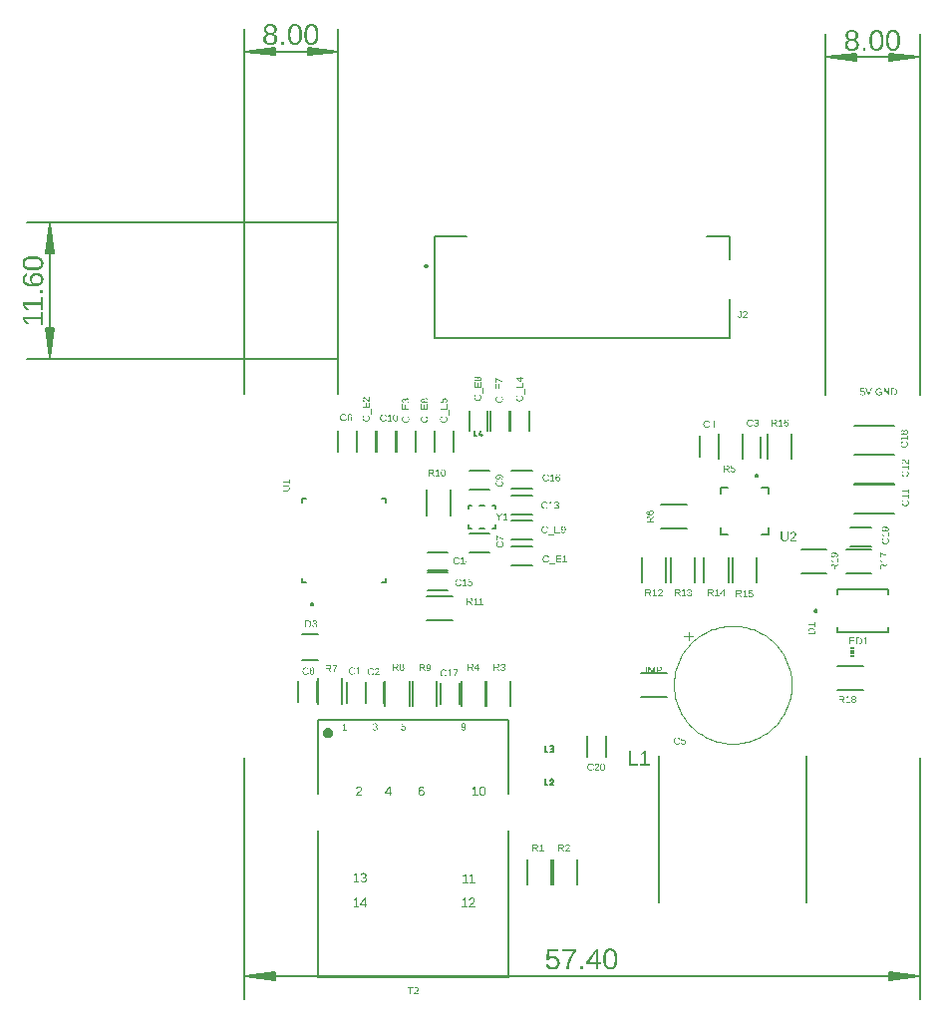
<source format=gbr>
G04 EAGLE Gerber RS-274X export*
G75*
%MOIN*%
%FSLAX34Y34*%
%LPD*%
%INSilkscreen Top*%
%IPPOS*%
%AMOC8*
5,1,8,0,0,1.08239X$1,22.5*%
G01*
G04 Define Apertures*
%ADD10C,0.005118*%
%ADD11C,0.007874*%
%ADD12C,0.005000*%
%ADD13C,0.006000*%
%ADD14C,0.008000*%
%ADD15C,0.015748*%
%ADD16C,0.004724*%
%ADD17R,0.011811X0.005906*%
%ADD18R,0.011811X0.011811*%
G36*
X21147Y32894D02*
X21132Y32894D01*
X21118Y32895D01*
X21105Y32897D01*
X21092Y32899D01*
X21079Y32902D01*
X21067Y32906D01*
X21055Y32911D01*
X21044Y32916D01*
X21033Y32922D01*
X21023Y32929D01*
X21013Y32936D01*
X21003Y32944D01*
X20994Y32953D01*
X20986Y32962D01*
X20978Y32972D01*
X20970Y32983D01*
X20963Y32995D01*
X20957Y33007D01*
X20950Y33019D01*
X20945Y33033D01*
X20939Y33047D01*
X20934Y33062D01*
X20930Y33077D01*
X20926Y33093D01*
X20923Y33110D01*
X20920Y33127D01*
X20917Y33145D01*
X20915Y33163D01*
X20913Y33182D01*
X20912Y33202D01*
X20912Y33223D01*
X20911Y33244D01*
X20912Y33286D01*
X20913Y33307D01*
X20915Y33326D01*
X20917Y33345D01*
X20919Y33363D01*
X20922Y33380D01*
X20926Y33397D01*
X20930Y33413D01*
X20934Y33429D01*
X20938Y33443D01*
X20944Y33457D01*
X20949Y33471D01*
X20955Y33483D01*
X20962Y33495D01*
X20969Y33507D01*
X20976Y33517D01*
X20984Y33527D01*
X20992Y33536D01*
X21001Y33545D01*
X21011Y33553D01*
X21021Y33560D01*
X21031Y33566D01*
X21042Y33572D01*
X21054Y33577D01*
X21066Y33582D01*
X21079Y33585D01*
X21092Y33589D01*
X21105Y33591D01*
X21120Y33593D01*
X21134Y33594D01*
X21150Y33594D01*
X21164Y33594D01*
X21179Y33593D01*
X21192Y33591D01*
X21206Y33589D01*
X21219Y33585D01*
X21231Y33582D01*
X21243Y33577D01*
X21254Y33572D01*
X21265Y33566D01*
X21275Y33560D01*
X21285Y33552D01*
X21294Y33544D01*
X21303Y33536D01*
X21312Y33526D01*
X21320Y33516D01*
X21327Y33506D01*
X21334Y33494D01*
X21340Y33482D01*
X21346Y33470D01*
X21352Y33456D01*
X21357Y33442D01*
X21362Y33427D01*
X21366Y33412D01*
X21370Y33396D01*
X21373Y33379D01*
X21376Y33362D01*
X21379Y33344D01*
X21381Y33325D01*
X21383Y33286D01*
X21384Y33244D01*
X21384Y33223D01*
X21383Y33202D01*
X21382Y33183D01*
X21380Y33164D01*
X21378Y33145D01*
X21376Y33127D01*
X21373Y33110D01*
X21369Y33094D01*
X21365Y33078D01*
X21361Y33062D01*
X21356Y33048D01*
X21350Y33033D01*
X21345Y33020D01*
X21338Y33007D01*
X21331Y32995D01*
X21324Y32984D01*
X21316Y32973D01*
X21308Y32962D01*
X21300Y32953D01*
X21290Y32944D01*
X21281Y32936D01*
X21271Y32929D01*
X21261Y32922D01*
X21250Y32916D01*
X21238Y32911D01*
X21227Y32906D01*
X21214Y32902D01*
X21202Y32899D01*
X21189Y32897D01*
X21175Y32895D01*
X21161Y32894D01*
X21147Y32894D01*
G37*
%LPC*%
G36*
X21148Y32965D02*
X21157Y32965D01*
X21166Y32966D01*
X21175Y32967D01*
X21183Y32969D01*
X21192Y32971D01*
X21199Y32974D01*
X21207Y32978D01*
X21214Y32982D01*
X21228Y32991D01*
X21240Y33003D01*
X21251Y33017D01*
X21260Y33033D01*
X21269Y33052D01*
X21276Y33072D01*
X21282Y33095D01*
X21287Y33120D01*
X21291Y33148D01*
X21294Y33177D01*
X21295Y33210D01*
X21296Y33244D01*
X21295Y33279D01*
X21294Y33312D01*
X21291Y33343D01*
X21287Y33371D01*
X21283Y33396D01*
X21277Y33419D01*
X21270Y33440D01*
X21262Y33457D01*
X21253Y33473D01*
X21242Y33486D01*
X21230Y33498D01*
X21217Y33507D01*
X21202Y33514D01*
X21194Y33517D01*
X21186Y33519D01*
X21177Y33521D01*
X21168Y33522D01*
X21159Y33523D01*
X21150Y33524D01*
X21140Y33523D01*
X21130Y33522D01*
X21121Y33521D01*
X21112Y33519D01*
X21104Y33517D01*
X21096Y33514D01*
X21081Y33507D01*
X21067Y33498D01*
X21055Y33487D01*
X21044Y33474D01*
X21034Y33458D01*
X21026Y33441D01*
X21019Y33420D01*
X21013Y33398D01*
X21008Y33372D01*
X21004Y33344D01*
X21001Y33313D01*
X21000Y33280D01*
X20999Y33244D01*
X21000Y33209D01*
X21002Y33176D01*
X21004Y33146D01*
X21008Y33118D01*
X21013Y33093D01*
X21019Y33070D01*
X21026Y33050D01*
X21035Y33032D01*
X21044Y33016D01*
X21055Y33002D01*
X21067Y32991D01*
X21081Y32981D01*
X21096Y32974D01*
X21103Y32971D01*
X21112Y32969D01*
X21120Y32967D01*
X21129Y32966D01*
X21138Y32965D01*
X21148Y32965D01*
G37*
%LPD*%
G36*
X21697Y32894D02*
X21682Y32894D01*
X21668Y32895D01*
X21655Y32897D01*
X21642Y32899D01*
X21629Y32902D01*
X21617Y32906D01*
X21605Y32911D01*
X21594Y32916D01*
X21583Y32922D01*
X21573Y32929D01*
X21563Y32936D01*
X21553Y32944D01*
X21544Y32953D01*
X21536Y32962D01*
X21528Y32972D01*
X21520Y32983D01*
X21513Y32995D01*
X21506Y33007D01*
X21500Y33019D01*
X21494Y33033D01*
X21489Y33047D01*
X21484Y33062D01*
X21480Y33077D01*
X21476Y33093D01*
X21473Y33110D01*
X21470Y33127D01*
X21467Y33145D01*
X21465Y33163D01*
X21463Y33182D01*
X21462Y33202D01*
X21462Y33223D01*
X21461Y33244D01*
X21462Y33286D01*
X21463Y33307D01*
X21465Y33326D01*
X21467Y33345D01*
X21469Y33363D01*
X21472Y33380D01*
X21476Y33397D01*
X21479Y33413D01*
X21484Y33429D01*
X21488Y33443D01*
X21494Y33457D01*
X21499Y33471D01*
X21505Y33483D01*
X21512Y33495D01*
X21519Y33507D01*
X21526Y33517D01*
X21534Y33527D01*
X21542Y33536D01*
X21551Y33545D01*
X21561Y33553D01*
X21571Y33560D01*
X21581Y33566D01*
X21592Y33572D01*
X21604Y33577D01*
X21616Y33582D01*
X21629Y33585D01*
X21642Y33589D01*
X21655Y33591D01*
X21670Y33593D01*
X21684Y33594D01*
X21699Y33594D01*
X21714Y33594D01*
X21729Y33593D01*
X21742Y33591D01*
X21756Y33589D01*
X21768Y33585D01*
X21781Y33582D01*
X21793Y33577D01*
X21804Y33572D01*
X21815Y33566D01*
X21825Y33560D01*
X21835Y33552D01*
X21844Y33544D01*
X21853Y33536D01*
X21862Y33526D01*
X21870Y33516D01*
X21877Y33506D01*
X21884Y33494D01*
X21890Y33482D01*
X21896Y33470D01*
X21902Y33456D01*
X21907Y33442D01*
X21912Y33427D01*
X21916Y33412D01*
X21920Y33396D01*
X21923Y33379D01*
X21926Y33362D01*
X21929Y33344D01*
X21931Y33325D01*
X21933Y33286D01*
X21934Y33244D01*
X21934Y33223D01*
X21933Y33202D01*
X21932Y33183D01*
X21930Y33164D01*
X21928Y33145D01*
X21926Y33127D01*
X21923Y33110D01*
X21919Y33094D01*
X21915Y33078D01*
X21911Y33062D01*
X21906Y33048D01*
X21900Y33033D01*
X21895Y33020D01*
X21888Y33007D01*
X21881Y32995D01*
X21874Y32984D01*
X21866Y32973D01*
X21858Y32962D01*
X21850Y32953D01*
X21840Y32944D01*
X21831Y32936D01*
X21821Y32929D01*
X21811Y32922D01*
X21800Y32916D01*
X21788Y32911D01*
X21777Y32906D01*
X21764Y32902D01*
X21752Y32899D01*
X21739Y32897D01*
X21725Y32895D01*
X21711Y32894D01*
X21697Y32894D01*
G37*
%LPC*%
G36*
X21698Y32965D02*
X21707Y32965D01*
X21716Y32966D01*
X21725Y32967D01*
X21733Y32969D01*
X21742Y32971D01*
X21749Y32974D01*
X21757Y32978D01*
X21764Y32982D01*
X21777Y32991D01*
X21790Y33003D01*
X21800Y33017D01*
X21810Y33033D01*
X21818Y33052D01*
X21826Y33072D01*
X21832Y33095D01*
X21837Y33120D01*
X21841Y33148D01*
X21844Y33177D01*
X21845Y33210D01*
X21846Y33244D01*
X21845Y33279D01*
X21844Y33312D01*
X21841Y33343D01*
X21837Y33371D01*
X21833Y33396D01*
X21827Y33419D01*
X21820Y33440D01*
X21812Y33457D01*
X21803Y33473D01*
X21792Y33486D01*
X21780Y33498D01*
X21767Y33507D01*
X21752Y33514D01*
X21744Y33517D01*
X21736Y33519D01*
X21727Y33521D01*
X21718Y33522D01*
X21709Y33523D01*
X21699Y33524D01*
X21690Y33523D01*
X21680Y33522D01*
X21671Y33521D01*
X21662Y33519D01*
X21654Y33517D01*
X21646Y33514D01*
X21631Y33507D01*
X21617Y33498D01*
X21605Y33487D01*
X21594Y33474D01*
X21584Y33458D01*
X21576Y33441D01*
X21569Y33420D01*
X21563Y33398D01*
X21558Y33372D01*
X21554Y33344D01*
X21551Y33313D01*
X21550Y33280D01*
X21549Y33244D01*
X21550Y33209D01*
X21551Y33176D01*
X21554Y33146D01*
X21558Y33118D01*
X21563Y33093D01*
X21569Y33070D01*
X21576Y33050D01*
X21585Y33032D01*
X21594Y33016D01*
X21605Y33002D01*
X21617Y32991D01*
X21631Y32981D01*
X21645Y32974D01*
X21653Y32971D01*
X21662Y32969D01*
X21670Y32967D01*
X21679Y32966D01*
X21688Y32965D01*
X21698Y32965D01*
G37*
%LPD*%
G36*
X20324Y32894D02*
X20297Y32894D01*
X20272Y32897D01*
X20249Y32901D01*
X20226Y32907D01*
X20206Y32914D01*
X20187Y32923D01*
X20169Y32933D01*
X20153Y32945D01*
X20139Y32959D01*
X20126Y32974D01*
X20115Y32990D01*
X20107Y33008D01*
X20100Y33027D01*
X20095Y33047D01*
X20094Y33058D01*
X20092Y33069D01*
X20092Y33080D01*
X20091Y33092D01*
X20092Y33109D01*
X20094Y33124D01*
X20097Y33139D01*
X20101Y33154D01*
X20106Y33167D01*
X20113Y33180D01*
X20121Y33193D01*
X20130Y33204D01*
X20139Y33215D01*
X20150Y33225D01*
X20161Y33233D01*
X20173Y33241D01*
X20186Y33247D01*
X20199Y33252D01*
X20213Y33256D01*
X20227Y33259D01*
X20227Y33261D01*
X20214Y33265D01*
X20201Y33270D01*
X20189Y33275D01*
X20177Y33282D01*
X20167Y33289D01*
X20157Y33298D01*
X20148Y33307D01*
X20139Y33318D01*
X20132Y33329D01*
X20125Y33340D01*
X20120Y33352D01*
X20115Y33365D01*
X20112Y33378D01*
X20109Y33391D01*
X20108Y33405D01*
X20107Y33420D01*
X20108Y33439D01*
X20111Y33457D01*
X20116Y33474D01*
X20122Y33490D01*
X20130Y33505D01*
X20140Y33520D01*
X20152Y33533D01*
X20166Y33546D01*
X20181Y33557D01*
X20197Y33567D01*
X20215Y33575D01*
X20234Y33582D01*
X20254Y33587D01*
X20275Y33591D01*
X20298Y33593D01*
X20322Y33594D01*
X20346Y33593D01*
X20369Y33591D01*
X20391Y33587D01*
X20412Y33582D01*
X20431Y33576D01*
X20449Y33567D01*
X20465Y33558D01*
X20480Y33547D01*
X20494Y33534D01*
X20506Y33521D01*
X20516Y33507D01*
X20524Y33491D01*
X20531Y33475D01*
X20535Y33457D01*
X20538Y33438D01*
X20539Y33419D01*
X20538Y33404D01*
X20537Y33390D01*
X20534Y33377D01*
X20531Y33364D01*
X20526Y33351D01*
X20520Y33339D01*
X20514Y33328D01*
X20506Y33317D01*
X20498Y33306D01*
X20489Y33297D01*
X20488Y33296D01*
X20479Y33289D01*
X20468Y33281D01*
X20457Y33275D01*
X20444Y33270D01*
X20432Y33265D01*
X20418Y33262D01*
X20418Y33260D01*
X20434Y33257D01*
X20449Y33253D01*
X20463Y33248D01*
X20476Y33241D01*
X20488Y33234D01*
X20499Y33225D01*
X20510Y33216D01*
X20518Y33207D01*
X20519Y33205D01*
X20528Y33193D01*
X20535Y33181D01*
X20541Y33168D01*
X20547Y33155D01*
X20551Y33140D01*
X20553Y33125D01*
X20555Y33110D01*
X20556Y33093D01*
X20555Y33082D01*
X20555Y33070D01*
X20552Y33049D01*
X20547Y33028D01*
X20541Y33009D01*
X20532Y32992D01*
X20522Y32975D01*
X20510Y32960D01*
X20496Y32946D01*
X20480Y32934D01*
X20463Y32923D01*
X20443Y32914D01*
X20423Y32907D01*
X20400Y32901D01*
X20377Y32897D01*
X20351Y32895D01*
X20324Y32894D01*
G37*
%LPC*%
G36*
X20325Y32959D02*
X20342Y32959D01*
X20358Y32961D01*
X20373Y32964D01*
X20387Y32967D01*
X20399Y32972D01*
X20411Y32978D01*
X20421Y32985D01*
X20431Y32993D01*
X20439Y33002D01*
X20446Y33012D01*
X20452Y33024D01*
X20457Y33037D01*
X20460Y33051D01*
X20463Y33067D01*
X20465Y33083D01*
X20465Y33101D01*
X20465Y33117D01*
X20463Y33131D01*
X20460Y33144D01*
X20456Y33157D01*
X20451Y33168D01*
X20444Y33179D01*
X20436Y33188D01*
X20428Y33197D01*
X20418Y33204D01*
X20407Y33211D01*
X20395Y33216D01*
X20382Y33221D01*
X20369Y33224D01*
X20354Y33227D01*
X20338Y33228D01*
X20322Y33229D01*
X20306Y33228D01*
X20291Y33227D01*
X20276Y33224D01*
X20263Y33220D01*
X20250Y33215D01*
X20239Y33209D01*
X20228Y33202D01*
X20218Y33194D01*
X20210Y33185D01*
X20202Y33175D01*
X20196Y33165D01*
X20191Y33153D01*
X20187Y33141D01*
X20184Y33128D01*
X20182Y33114D01*
X20181Y33099D01*
X20182Y33082D01*
X20184Y33066D01*
X20186Y33052D01*
X20190Y33038D01*
X20195Y33025D01*
X20201Y33014D01*
X20209Y33003D01*
X20217Y32994D01*
X20227Y32986D01*
X20237Y32979D01*
X20249Y32973D01*
X20262Y32968D01*
X20276Y32964D01*
X20291Y32961D01*
X20307Y32959D01*
X20325Y32959D01*
G37*
G36*
X20323Y33294D02*
X20338Y33295D01*
X20352Y33296D01*
X20365Y33298D01*
X20377Y33301D01*
X20388Y33305D01*
X20398Y33310D01*
X20408Y33316D01*
X20416Y33322D01*
X20424Y33330D01*
X20430Y33339D01*
X20436Y33348D01*
X20440Y33359D01*
X20444Y33371D01*
X20446Y33384D01*
X20448Y33399D01*
X20448Y33414D01*
X20448Y33428D01*
X20446Y33441D01*
X20444Y33453D01*
X20440Y33464D01*
X20436Y33475D01*
X20431Y33484D01*
X20424Y33493D01*
X20417Y33500D01*
X20408Y33507D01*
X20399Y33513D01*
X20389Y33518D01*
X20377Y33522D01*
X20365Y33525D01*
X20351Y33528D01*
X20337Y33529D01*
X20322Y33529D01*
X20307Y33529D01*
X20293Y33527D01*
X20280Y33525D01*
X20268Y33522D01*
X20257Y33518D01*
X20246Y33513D01*
X20237Y33507D01*
X20228Y33500D01*
X20221Y33493D01*
X20214Y33484D01*
X20209Y33475D01*
X20204Y33464D01*
X20201Y33453D01*
X20198Y33441D01*
X20197Y33428D01*
X20196Y33414D01*
X20197Y33400D01*
X20198Y33386D01*
X20201Y33374D01*
X20205Y33362D01*
X20209Y33352D01*
X20215Y33342D01*
X20222Y33333D01*
X20229Y33325D01*
X20238Y33318D01*
X20248Y33311D01*
X20258Y33306D01*
X20269Y33302D01*
X20281Y33298D01*
X20294Y33296D01*
X20308Y33295D01*
X20323Y33294D01*
G37*
%LPD*%
G36*
X20783Y32903D02*
X20689Y32903D01*
X20689Y33009D01*
X20783Y33009D01*
X20783Y32903D01*
G37*
G36*
X1698Y33091D02*
X1683Y33091D01*
X1669Y33092D01*
X1656Y33094D01*
X1643Y33096D01*
X1630Y33099D01*
X1618Y33103D01*
X1606Y33108D01*
X1595Y33113D01*
X1584Y33119D01*
X1574Y33125D01*
X1564Y33133D01*
X1555Y33141D01*
X1546Y33150D01*
X1537Y33159D01*
X1529Y33169D01*
X1522Y33180D01*
X1514Y33191D01*
X1508Y33204D01*
X1501Y33216D01*
X1496Y33230D01*
X1490Y33244D01*
X1486Y33258D01*
X1481Y33274D01*
X1477Y33290D01*
X1474Y33306D01*
X1471Y33324D01*
X1468Y33342D01*
X1466Y33360D01*
X1465Y33379D01*
X1464Y33399D01*
X1463Y33420D01*
X1463Y33441D01*
X1463Y33483D01*
X1465Y33503D01*
X1466Y33523D01*
X1468Y33542D01*
X1471Y33560D01*
X1474Y33577D01*
X1477Y33594D01*
X1481Y33610D01*
X1485Y33626D01*
X1490Y33640D01*
X1495Y33654D01*
X1500Y33668D01*
X1506Y33680D01*
X1513Y33692D01*
X1520Y33703D01*
X1527Y33714D01*
X1535Y33724D01*
X1544Y33733D01*
X1553Y33742D01*
X1562Y33750D01*
X1572Y33757D01*
X1583Y33763D01*
X1594Y33769D01*
X1605Y33774D01*
X1617Y33779D01*
X1630Y33782D01*
X1643Y33785D01*
X1657Y33788D01*
X1671Y33790D01*
X1686Y33791D01*
X1701Y33791D01*
X1715Y33791D01*
X1730Y33789D01*
X1744Y33788D01*
X1757Y33785D01*
X1770Y33782D01*
X1782Y33778D01*
X1794Y33774D01*
X1805Y33769D01*
X1816Y33763D01*
X1826Y33756D01*
X1836Y33749D01*
X1846Y33741D01*
X1855Y33733D01*
X1863Y33723D01*
X1871Y33713D01*
X1878Y33702D01*
X1885Y33691D01*
X1892Y33679D01*
X1898Y33666D01*
X1903Y33653D01*
X1908Y33639D01*
X1913Y33624D01*
X1917Y33609D01*
X1921Y33593D01*
X1924Y33576D01*
X1927Y33559D01*
X1930Y33541D01*
X1932Y33522D01*
X1935Y33483D01*
X1935Y33441D01*
X1935Y33420D01*
X1934Y33399D01*
X1933Y33380D01*
X1932Y33361D01*
X1930Y33342D01*
X1927Y33324D01*
X1924Y33307D01*
X1920Y33290D01*
X1916Y33274D01*
X1912Y33259D01*
X1907Y33244D01*
X1902Y33230D01*
X1896Y33217D01*
X1889Y33204D01*
X1883Y33192D01*
X1875Y33180D01*
X1868Y33169D01*
X1859Y33159D01*
X1851Y33150D01*
X1842Y33141D01*
X1832Y33133D01*
X1822Y33126D01*
X1812Y33119D01*
X1801Y33113D01*
X1790Y33108D01*
X1778Y33103D01*
X1766Y33099D01*
X1753Y33096D01*
X1740Y33094D01*
X1726Y33092D01*
X1712Y33091D01*
X1698Y33091D01*
G37*
%LPC*%
G36*
X1699Y33162D02*
X1708Y33162D01*
X1717Y33163D01*
X1726Y33164D01*
X1735Y33166D01*
X1743Y33168D01*
X1751Y33171D01*
X1758Y33175D01*
X1765Y33179D01*
X1779Y33188D01*
X1791Y33200D01*
X1802Y33214D01*
X1811Y33230D01*
X1820Y33248D01*
X1827Y33269D01*
X1833Y33292D01*
X1838Y33317D01*
X1842Y33345D01*
X1845Y33374D01*
X1846Y33406D01*
X1847Y33441D01*
X1847Y33476D01*
X1845Y33509D01*
X1842Y33540D01*
X1839Y33568D01*
X1834Y33593D01*
X1828Y33616D01*
X1821Y33636D01*
X1813Y33654D01*
X1804Y33670D01*
X1793Y33683D01*
X1781Y33695D01*
X1768Y33704D01*
X1753Y33711D01*
X1745Y33714D01*
X1737Y33716D01*
X1728Y33718D01*
X1720Y33719D01*
X1710Y33720D01*
X1701Y33720D01*
X1691Y33720D01*
X1681Y33719D01*
X1672Y33718D01*
X1663Y33716D01*
X1655Y33714D01*
X1647Y33711D01*
X1632Y33704D01*
X1618Y33695D01*
X1606Y33684D01*
X1595Y33670D01*
X1586Y33655D01*
X1577Y33638D01*
X1570Y33617D01*
X1564Y33594D01*
X1559Y33569D01*
X1555Y33541D01*
X1553Y33510D01*
X1551Y33477D01*
X1550Y33441D01*
X1551Y33406D01*
X1553Y33373D01*
X1555Y33343D01*
X1559Y33315D01*
X1564Y33290D01*
X1570Y33267D01*
X1578Y33247D01*
X1586Y33229D01*
X1596Y33213D01*
X1606Y33199D01*
X1618Y33188D01*
X1632Y33178D01*
X1647Y33171D01*
X1655Y33168D01*
X1663Y33166D01*
X1671Y33164D01*
X1680Y33163D01*
X1689Y33162D01*
X1699Y33162D01*
G37*
%LPD*%
G36*
X2248Y33091D02*
X2233Y33091D01*
X2219Y33092D01*
X2206Y33094D01*
X2193Y33096D01*
X2180Y33099D01*
X2168Y33103D01*
X2156Y33108D01*
X2145Y33113D01*
X2134Y33119D01*
X2124Y33125D01*
X2114Y33133D01*
X2105Y33141D01*
X2096Y33150D01*
X2087Y33159D01*
X2079Y33169D01*
X2071Y33180D01*
X2064Y33191D01*
X2058Y33204D01*
X2051Y33216D01*
X2046Y33230D01*
X2040Y33244D01*
X2036Y33258D01*
X2031Y33274D01*
X2027Y33290D01*
X2024Y33306D01*
X2021Y33324D01*
X2018Y33342D01*
X2016Y33360D01*
X2015Y33379D01*
X2013Y33399D01*
X2013Y33420D01*
X2013Y33441D01*
X2013Y33483D01*
X2015Y33503D01*
X2016Y33523D01*
X2018Y33542D01*
X2021Y33560D01*
X2023Y33577D01*
X2027Y33594D01*
X2031Y33610D01*
X2035Y33626D01*
X2040Y33640D01*
X2045Y33654D01*
X2050Y33668D01*
X2056Y33680D01*
X2063Y33692D01*
X2070Y33703D01*
X2077Y33714D01*
X2085Y33724D01*
X2094Y33733D01*
X2103Y33742D01*
X2112Y33750D01*
X2122Y33757D01*
X2133Y33763D01*
X2144Y33769D01*
X2155Y33774D01*
X2167Y33779D01*
X2180Y33782D01*
X2193Y33785D01*
X2207Y33788D01*
X2221Y33790D01*
X2235Y33791D01*
X2251Y33791D01*
X2265Y33791D01*
X2280Y33789D01*
X2294Y33788D01*
X2307Y33785D01*
X2320Y33782D01*
X2332Y33778D01*
X2344Y33774D01*
X2355Y33769D01*
X2366Y33763D01*
X2376Y33756D01*
X2386Y33749D01*
X2396Y33741D01*
X2404Y33733D01*
X2413Y33723D01*
X2421Y33713D01*
X2428Y33702D01*
X2435Y33691D01*
X2442Y33679D01*
X2448Y33666D01*
X2453Y33653D01*
X2458Y33639D01*
X2463Y33624D01*
X2467Y33609D01*
X2471Y33593D01*
X2474Y33576D01*
X2477Y33559D01*
X2480Y33541D01*
X2482Y33522D01*
X2484Y33483D01*
X2485Y33441D01*
X2485Y33420D01*
X2484Y33399D01*
X2483Y33380D01*
X2482Y33361D01*
X2480Y33342D01*
X2477Y33324D01*
X2474Y33307D01*
X2470Y33290D01*
X2466Y33274D01*
X2462Y33259D01*
X2457Y33244D01*
X2452Y33230D01*
X2446Y33217D01*
X2439Y33204D01*
X2433Y33192D01*
X2425Y33180D01*
X2418Y33169D01*
X2409Y33159D01*
X2401Y33150D01*
X2392Y33141D01*
X2382Y33133D01*
X2372Y33126D01*
X2362Y33119D01*
X2351Y33113D01*
X2339Y33108D01*
X2328Y33103D01*
X2316Y33099D01*
X2303Y33096D01*
X2290Y33094D01*
X2276Y33092D01*
X2262Y33091D01*
X2248Y33091D01*
G37*
%LPC*%
G36*
X2249Y33162D02*
X2258Y33162D01*
X2267Y33163D01*
X2276Y33164D01*
X2285Y33166D01*
X2293Y33168D01*
X2301Y33171D01*
X2308Y33175D01*
X2315Y33179D01*
X2329Y33188D01*
X2341Y33200D01*
X2352Y33214D01*
X2361Y33230D01*
X2370Y33248D01*
X2377Y33269D01*
X2383Y33292D01*
X2388Y33317D01*
X2392Y33345D01*
X2395Y33374D01*
X2396Y33406D01*
X2397Y33441D01*
X2396Y33476D01*
X2395Y33509D01*
X2392Y33540D01*
X2388Y33568D01*
X2384Y33593D01*
X2378Y33616D01*
X2371Y33636D01*
X2363Y33654D01*
X2354Y33670D01*
X2343Y33683D01*
X2331Y33695D01*
X2318Y33704D01*
X2303Y33711D01*
X2295Y33714D01*
X2287Y33716D01*
X2278Y33718D01*
X2270Y33719D01*
X2260Y33720D01*
X2251Y33720D01*
X2241Y33720D01*
X2231Y33719D01*
X2222Y33718D01*
X2213Y33716D01*
X2205Y33714D01*
X2197Y33711D01*
X2182Y33704D01*
X2168Y33695D01*
X2156Y33684D01*
X2145Y33670D01*
X2135Y33655D01*
X2127Y33638D01*
X2120Y33617D01*
X2114Y33594D01*
X2109Y33569D01*
X2105Y33541D01*
X2103Y33510D01*
X2101Y33477D01*
X2100Y33441D01*
X2101Y33406D01*
X2103Y33373D01*
X2105Y33343D01*
X2109Y33315D01*
X2114Y33290D01*
X2120Y33267D01*
X2128Y33247D01*
X2136Y33229D01*
X2145Y33213D01*
X2156Y33199D01*
X2168Y33188D01*
X2182Y33178D01*
X2197Y33171D01*
X2205Y33168D01*
X2213Y33166D01*
X2221Y33164D01*
X2230Y33163D01*
X2239Y33162D01*
X2249Y33162D01*
G37*
%LPD*%
G36*
X875Y33091D02*
X848Y33091D01*
X823Y33094D01*
X800Y33098D01*
X778Y33103D01*
X757Y33111D01*
X738Y33120D01*
X720Y33130D01*
X704Y33142D01*
X690Y33156D01*
X677Y33171D01*
X667Y33187D01*
X658Y33205D01*
X651Y33224D01*
X646Y33244D01*
X645Y33255D01*
X644Y33266D01*
X643Y33277D01*
X643Y33289D01*
X643Y33305D01*
X645Y33321D01*
X648Y33336D01*
X652Y33350D01*
X658Y33364D01*
X664Y33377D01*
X672Y33389D01*
X681Y33401D01*
X691Y33412D01*
X701Y33422D01*
X712Y33430D01*
X724Y33438D01*
X737Y33444D01*
X750Y33449D01*
X764Y33453D01*
X778Y33456D01*
X778Y33458D01*
X765Y33462D01*
X752Y33467D01*
X740Y33472D01*
X729Y33479D01*
X718Y33486D01*
X708Y33495D01*
X699Y33504D01*
X691Y33515D01*
X683Y33526D01*
X677Y33537D01*
X671Y33549D01*
X667Y33562D01*
X663Y33575D01*
X661Y33588D01*
X659Y33602D01*
X659Y33617D01*
X659Y33635D01*
X662Y33654D01*
X667Y33671D01*
X673Y33687D01*
X681Y33702D01*
X691Y33717D01*
X703Y33730D01*
X717Y33743D01*
X732Y33754D01*
X748Y33764D01*
X766Y33772D01*
X785Y33779D01*
X805Y33784D01*
X826Y33788D01*
X849Y33790D01*
X873Y33791D01*
X897Y33790D01*
X921Y33788D01*
X942Y33784D01*
X963Y33779D01*
X982Y33772D01*
X1000Y33764D01*
X1016Y33755D01*
X1032Y33744D01*
X1045Y33731D01*
X1057Y33718D01*
X1067Y33703D01*
X1075Y33688D01*
X1082Y33671D01*
X1086Y33654D01*
X1089Y33635D01*
X1090Y33616D01*
X1089Y33601D01*
X1088Y33587D01*
X1085Y33574D01*
X1082Y33561D01*
X1077Y33548D01*
X1072Y33536D01*
X1065Y33525D01*
X1058Y33514D01*
X1049Y33503D01*
X1040Y33494D01*
X1039Y33493D01*
X1030Y33486D01*
X1019Y33478D01*
X1008Y33472D01*
X996Y33467D01*
X983Y33462D01*
X969Y33459D01*
X969Y33457D01*
X985Y33454D01*
X1000Y33450D01*
X1014Y33444D01*
X1027Y33438D01*
X1039Y33431D01*
X1051Y33422D01*
X1061Y33412D01*
X1069Y33404D01*
X1071Y33402D01*
X1079Y33390D01*
X1086Y33378D01*
X1093Y33365D01*
X1098Y33352D01*
X1102Y33337D01*
X1105Y33322D01*
X1106Y33306D01*
X1107Y33290D01*
X1107Y33278D01*
X1106Y33267D01*
X1103Y33246D01*
X1098Y33225D01*
X1092Y33206D01*
X1083Y33189D01*
X1073Y33172D01*
X1061Y33157D01*
X1047Y33143D01*
X1031Y33131D01*
X1014Y33120D01*
X995Y33111D01*
X974Y33104D01*
X952Y33098D01*
X928Y33094D01*
X902Y33091D01*
X875Y33091D01*
G37*
%LPC*%
G36*
X876Y33156D02*
X893Y33156D01*
X909Y33158D01*
X924Y33161D01*
X938Y33164D01*
X951Y33169D01*
X962Y33175D01*
X972Y33182D01*
X982Y33190D01*
X990Y33199D01*
X997Y33209D01*
X1003Y33221D01*
X1008Y33234D01*
X1012Y33248D01*
X1014Y33264D01*
X1016Y33280D01*
X1016Y33298D01*
X1016Y33314D01*
X1014Y33328D01*
X1011Y33341D01*
X1007Y33354D01*
X1002Y33365D01*
X995Y33376D01*
X988Y33385D01*
X979Y33394D01*
X969Y33401D01*
X958Y33408D01*
X946Y33413D01*
X934Y33418D01*
X920Y33421D01*
X905Y33424D01*
X890Y33425D01*
X873Y33426D01*
X857Y33425D01*
X842Y33424D01*
X827Y33421D01*
X814Y33417D01*
X802Y33412D01*
X790Y33406D01*
X779Y33399D01*
X770Y33391D01*
X761Y33382D01*
X753Y33372D01*
X747Y33362D01*
X742Y33350D01*
X738Y33338D01*
X735Y33325D01*
X733Y33311D01*
X732Y33296D01*
X733Y33279D01*
X735Y33263D01*
X738Y33249D01*
X741Y33235D01*
X746Y33222D01*
X753Y33211D01*
X760Y33200D01*
X768Y33191D01*
X778Y33183D01*
X788Y33176D01*
X800Y33169D01*
X813Y33165D01*
X827Y33161D01*
X842Y33158D01*
X859Y33156D01*
X876Y33156D01*
G37*
G36*
X874Y33491D02*
X889Y33491D01*
X903Y33493D01*
X916Y33495D01*
X928Y33498D01*
X939Y33502D01*
X950Y33507D01*
X959Y33513D01*
X967Y33519D01*
X975Y33527D01*
X981Y33536D01*
X987Y33545D01*
X992Y33556D01*
X995Y33568D01*
X998Y33581D01*
X999Y33595D01*
X1000Y33611D01*
X999Y33625D01*
X998Y33638D01*
X995Y33650D01*
X992Y33661D01*
X987Y33672D01*
X982Y33681D01*
X975Y33690D01*
X968Y33697D01*
X960Y33704D01*
X950Y33710D01*
X940Y33715D01*
X928Y33719D01*
X916Y33722D01*
X903Y33724D01*
X888Y33726D01*
X873Y33726D01*
X858Y33726D01*
X844Y33724D01*
X831Y33722D01*
X819Y33719D01*
X808Y33715D01*
X797Y33710D01*
X788Y33704D01*
X780Y33697D01*
X772Y33689D01*
X765Y33681D01*
X760Y33671D01*
X755Y33661D01*
X752Y33650D01*
X749Y33638D01*
X748Y33625D01*
X747Y33611D01*
X748Y33597D01*
X749Y33583D01*
X752Y33571D01*
X756Y33559D01*
X760Y33549D01*
X766Y33539D01*
X773Y33530D01*
X781Y33522D01*
X789Y33514D01*
X799Y33508D01*
X809Y33503D01*
X820Y33499D01*
X833Y33495D01*
X845Y33493D01*
X859Y33491D01*
X874Y33491D01*
G37*
%LPD*%
G36*
X1334Y33100D02*
X1240Y33100D01*
X1240Y33206D01*
X1334Y33206D01*
X1334Y33100D01*
G37*
G36*
X12244Y2185D02*
X12230Y2185D01*
X12216Y2186D01*
X12203Y2188D01*
X12189Y2191D01*
X12177Y2194D01*
X12165Y2198D01*
X12153Y2202D01*
X12142Y2207D01*
X12131Y2213D01*
X12121Y2220D01*
X12111Y2227D01*
X12101Y2235D01*
X12092Y2244D01*
X12084Y2253D01*
X12076Y2264D01*
X12068Y2274D01*
X12061Y2286D01*
X12054Y2298D01*
X12048Y2311D01*
X12042Y2324D01*
X12037Y2338D01*
X12032Y2353D01*
X12028Y2368D01*
X12024Y2384D01*
X12021Y2401D01*
X12018Y2418D01*
X12015Y2436D01*
X12013Y2455D01*
X12011Y2474D01*
X12010Y2494D01*
X12010Y2514D01*
X12009Y2535D01*
X12010Y2578D01*
X12011Y2598D01*
X12013Y2617D01*
X12015Y2636D01*
X12017Y2654D01*
X12020Y2672D01*
X12024Y2689D01*
X12027Y2705D01*
X12032Y2720D01*
X12036Y2735D01*
X12041Y2749D01*
X12047Y2762D01*
X12053Y2775D01*
X12060Y2787D01*
X12067Y2798D01*
X12074Y2809D01*
X12082Y2818D01*
X12090Y2828D01*
X12099Y2836D01*
X12109Y2844D01*
X12119Y2851D01*
X12129Y2858D01*
X12140Y2864D01*
X12152Y2869D01*
X12164Y2873D01*
X12177Y2877D01*
X12190Y2880D01*
X12203Y2882D01*
X12218Y2884D01*
X12232Y2885D01*
X12247Y2885D01*
X12262Y2885D01*
X12276Y2884D01*
X12290Y2882D01*
X12304Y2880D01*
X12316Y2877D01*
X12329Y2873D01*
X12341Y2868D01*
X12352Y2863D01*
X12363Y2857D01*
X12373Y2851D01*
X12383Y2844D01*
X12392Y2836D01*
X12401Y2827D01*
X12410Y2818D01*
X12417Y2808D01*
X12425Y2797D01*
X12432Y2786D01*
X12438Y2774D01*
X12444Y2761D01*
X12450Y2747D01*
X12455Y2733D01*
X12460Y2719D01*
X12464Y2703D01*
X12468Y2687D01*
X12471Y2671D01*
X12474Y2653D01*
X12477Y2635D01*
X12479Y2617D01*
X12481Y2577D01*
X12482Y2535D01*
X12482Y2514D01*
X12481Y2494D01*
X12480Y2474D01*
X12478Y2455D01*
X12476Y2437D01*
X12474Y2419D01*
X12471Y2401D01*
X12467Y2385D01*
X12463Y2369D01*
X12459Y2354D01*
X12454Y2339D01*
X12448Y2325D01*
X12442Y2311D01*
X12436Y2299D01*
X12429Y2286D01*
X12422Y2275D01*
X12414Y2264D01*
X12406Y2254D01*
X12397Y2244D01*
X12388Y2236D01*
X12379Y2227D01*
X12369Y2220D01*
X12358Y2213D01*
X12348Y2207D01*
X12336Y2202D01*
X12324Y2198D01*
X12312Y2194D01*
X12300Y2191D01*
X12286Y2188D01*
X12273Y2186D01*
X12259Y2185D01*
X12244Y2185D01*
G37*
%LPC*%
G36*
X12245Y2256D02*
X12255Y2256D01*
X12264Y2257D01*
X12273Y2258D01*
X12281Y2260D01*
X12289Y2263D01*
X12297Y2266D01*
X12305Y2269D01*
X12312Y2273D01*
X12325Y2283D01*
X12338Y2295D01*
X12348Y2309D01*
X12358Y2325D01*
X12366Y2343D01*
X12374Y2363D01*
X12380Y2386D01*
X12385Y2412D01*
X12389Y2439D01*
X12392Y2469D01*
X12393Y2501D01*
X12394Y2535D01*
X12393Y2571D01*
X12392Y2604D01*
X12389Y2634D01*
X12385Y2662D01*
X12380Y2688D01*
X12375Y2711D01*
X12368Y2731D01*
X12360Y2749D01*
X12350Y2764D01*
X12340Y2778D01*
X12328Y2789D01*
X12315Y2798D01*
X12300Y2806D01*
X12292Y2808D01*
X12284Y2811D01*
X12275Y2813D01*
X12266Y2814D01*
X12257Y2815D01*
X12247Y2815D01*
X12238Y2815D01*
X12228Y2814D01*
X12219Y2813D01*
X12210Y2811D01*
X12202Y2808D01*
X12194Y2806D01*
X12179Y2799D01*
X12165Y2789D01*
X12153Y2778D01*
X12142Y2765D01*
X12132Y2750D01*
X12124Y2732D01*
X12117Y2712D01*
X12111Y2689D01*
X12106Y2663D01*
X12102Y2635D01*
X12099Y2605D01*
X12098Y2571D01*
X12097Y2535D01*
X12098Y2500D01*
X12099Y2468D01*
X12102Y2437D01*
X12106Y2410D01*
X12111Y2384D01*
X12117Y2362D01*
X12124Y2341D01*
X12133Y2323D01*
X12142Y2307D01*
X12153Y2294D01*
X12165Y2282D01*
X12179Y2273D01*
X12193Y2265D01*
X12201Y2263D01*
X12209Y2260D01*
X12218Y2258D01*
X12227Y2257D01*
X12236Y2256D01*
X12245Y2256D01*
G37*
%LPD*%
G36*
X11846Y2195D02*
X11764Y2195D01*
X11764Y2349D01*
X11443Y2349D01*
X11443Y2416D01*
X11755Y2875D01*
X11846Y2875D01*
X11846Y2417D01*
X11942Y2417D01*
X11942Y2349D01*
X11846Y2349D01*
X11846Y2195D01*
G37*
%LPC*%
G36*
X11764Y2417D02*
X11764Y2777D01*
X11751Y2752D01*
X11740Y2732D01*
X11732Y2720D01*
X11557Y2463D01*
X11531Y2427D01*
X11524Y2417D01*
X11764Y2417D01*
G37*
%LPD*%
G36*
X10314Y2185D02*
X10290Y2186D01*
X10268Y2188D01*
X10247Y2191D01*
X10228Y2195D01*
X10209Y2201D01*
X10191Y2208D01*
X10175Y2217D01*
X10160Y2227D01*
X10146Y2238D01*
X10133Y2250D01*
X10122Y2263D01*
X10112Y2277D01*
X10104Y2293D01*
X10096Y2310D01*
X10091Y2328D01*
X10086Y2347D01*
X10174Y2357D01*
X10178Y2345D01*
X10182Y2333D01*
X10187Y2323D01*
X10193Y2313D01*
X10200Y2304D01*
X10207Y2295D01*
X10215Y2288D01*
X10223Y2281D01*
X10232Y2275D01*
X10242Y2270D01*
X10253Y2266D01*
X10264Y2262D01*
X10276Y2260D01*
X10288Y2258D01*
X10302Y2256D01*
X10315Y2256D01*
X10332Y2257D01*
X10349Y2259D01*
X10364Y2262D01*
X10378Y2267D01*
X10391Y2273D01*
X10403Y2280D01*
X10415Y2288D01*
X10425Y2298D01*
X10434Y2309D01*
X10442Y2321D01*
X10449Y2334D01*
X10455Y2348D01*
X10459Y2363D01*
X10462Y2379D01*
X10464Y2396D01*
X10465Y2414D01*
X10464Y2430D01*
X10462Y2445D01*
X10459Y2459D01*
X10455Y2473D01*
X10449Y2485D01*
X10442Y2497D01*
X10434Y2508D01*
X10425Y2518D01*
X10414Y2528D01*
X10403Y2536D01*
X10391Y2542D01*
X10378Y2548D01*
X10364Y2552D01*
X10349Y2555D01*
X10334Y2557D01*
X10317Y2558D01*
X10300Y2557D01*
X10283Y2555D01*
X10267Y2552D01*
X10252Y2547D01*
X10236Y2540D01*
X10221Y2532D01*
X10206Y2521D01*
X10191Y2509D01*
X10106Y2509D01*
X10129Y2875D01*
X10515Y2875D01*
X10515Y2801D01*
X10208Y2801D01*
X10195Y2585D01*
X10209Y2596D01*
X10225Y2604D01*
X10241Y2612D01*
X10258Y2618D01*
X10276Y2623D01*
X10295Y2626D01*
X10315Y2628D01*
X10335Y2629D01*
X10360Y2628D01*
X10383Y2625D01*
X10405Y2621D01*
X10426Y2614D01*
X10445Y2606D01*
X10463Y2596D01*
X10480Y2584D01*
X10495Y2570D01*
X10509Y2555D01*
X10521Y2538D01*
X10532Y2521D01*
X10540Y2502D01*
X10547Y2482D01*
X10551Y2461D01*
X10554Y2439D01*
X10555Y2416D01*
X10555Y2403D01*
X10554Y2390D01*
X10553Y2378D01*
X10551Y2365D01*
X10549Y2354D01*
X10546Y2342D01*
X10543Y2331D01*
X10539Y2320D01*
X10530Y2300D01*
X10519Y2281D01*
X10506Y2263D01*
X10491Y2247D01*
X10474Y2232D01*
X10456Y2220D01*
X10436Y2209D01*
X10415Y2200D01*
X10392Y2194D01*
X10380Y2191D01*
X10367Y2189D01*
X10354Y2187D01*
X10341Y2186D01*
X10328Y2185D01*
X10314Y2185D01*
G37*
G36*
X10863Y2195D02*
X10773Y2195D01*
X10774Y2228D01*
X10776Y2261D01*
X10780Y2294D01*
X10786Y2329D01*
X10794Y2363D01*
X10804Y2398D01*
X10815Y2433D01*
X10828Y2469D01*
X10843Y2506D01*
X10860Y2544D01*
X10880Y2584D01*
X10902Y2624D01*
X10926Y2667D01*
X10953Y2710D01*
X10982Y2755D01*
X11013Y2801D01*
X10647Y2801D01*
X10647Y2875D01*
X11097Y2875D01*
X11097Y2805D01*
X11048Y2729D01*
X11008Y2663D01*
X10975Y2604D01*
X10961Y2579D01*
X10949Y2555D01*
X10929Y2510D01*
X10920Y2488D01*
X10912Y2465D01*
X10904Y2443D01*
X10897Y2421D01*
X10891Y2399D01*
X10885Y2377D01*
X10880Y2355D01*
X10876Y2332D01*
X10872Y2310D01*
X10869Y2287D01*
X10866Y2264D01*
X10865Y2241D01*
X10864Y2218D01*
X10863Y2195D01*
G37*
G36*
X11331Y2195D02*
X11237Y2195D01*
X11237Y2300D01*
X11331Y2300D01*
X11331Y2195D01*
G37*
G36*
X-7063Y25556D02*
X-7105Y25557D01*
X-7125Y25558D01*
X-7145Y25560D01*
X-7164Y25562D01*
X-7182Y25564D01*
X-7199Y25567D01*
X-7216Y25571D01*
X-7232Y25574D01*
X-7248Y25579D01*
X-7262Y25583D01*
X-7276Y25588D01*
X-7290Y25594D01*
X-7302Y25600D01*
X-7314Y25607D01*
X-7326Y25614D01*
X-7336Y25621D01*
X-7346Y25629D01*
X-7355Y25637D01*
X-7364Y25646D01*
X-7372Y25656D01*
X-7379Y25666D01*
X-7385Y25676D01*
X-7391Y25687D01*
X-7396Y25699D01*
X-7401Y25711D01*
X-7404Y25724D01*
X-7407Y25737D01*
X-7410Y25750D01*
X-7412Y25765D01*
X-7413Y25779D01*
X-7413Y25794D01*
X-7413Y25809D01*
X-7412Y25823D01*
X-7410Y25837D01*
X-7407Y25851D01*
X-7404Y25863D01*
X-7400Y25876D01*
X-7396Y25888D01*
X-7391Y25899D01*
X-7385Y25910D01*
X-7378Y25920D01*
X-7371Y25930D01*
X-7363Y25939D01*
X-7355Y25948D01*
X-7345Y25957D01*
X-7335Y25964D01*
X-7325Y25972D01*
X-7313Y25979D01*
X-7301Y25985D01*
X-7288Y25991D01*
X-7275Y25997D01*
X-7261Y26002D01*
X-7246Y26007D01*
X-7231Y26011D01*
X-7215Y26015D01*
X-7198Y26018D01*
X-7181Y26021D01*
X-7163Y26024D01*
X-7144Y26026D01*
X-7105Y26028D01*
X-7063Y26029D01*
X-7042Y26029D01*
X-7021Y26028D01*
X-7002Y26027D01*
X-6983Y26025D01*
X-6964Y26023D01*
X-6946Y26021D01*
X-6929Y26018D01*
X-6912Y26014D01*
X-6896Y26010D01*
X-6881Y26006D01*
X-6866Y26001D01*
X-6852Y25995D01*
X-6839Y25989D01*
X-6826Y25983D01*
X-6814Y25976D01*
X-6802Y25969D01*
X-6792Y25961D01*
X-6781Y25953D01*
X-6772Y25944D01*
X-6763Y25935D01*
X-6755Y25926D01*
X-6748Y25916D01*
X-6741Y25905D01*
X-6735Y25895D01*
X-6730Y25883D01*
X-6725Y25871D01*
X-6721Y25859D01*
X-6718Y25847D01*
X-6716Y25833D01*
X-6714Y25820D01*
X-6713Y25806D01*
X-6713Y25791D01*
X-6713Y25777D01*
X-6714Y25763D01*
X-6716Y25750D01*
X-6718Y25736D01*
X-6721Y25724D01*
X-6725Y25712D01*
X-6730Y25700D01*
X-6735Y25689D01*
X-6741Y25678D01*
X-6747Y25668D01*
X-6755Y25658D01*
X-6763Y25648D01*
X-6772Y25639D01*
X-6781Y25631D01*
X-6791Y25623D01*
X-6802Y25615D01*
X-6813Y25608D01*
X-6826Y25601D01*
X-6838Y25595D01*
X-6852Y25589D01*
X-6866Y25584D01*
X-6880Y25579D01*
X-6896Y25575D01*
X-6912Y25571D01*
X-6928Y25568D01*
X-6946Y25565D01*
X-6964Y25562D01*
X-6982Y25560D01*
X-7001Y25558D01*
X-7021Y25557D01*
X-7042Y25556D01*
X-7063Y25556D01*
G37*
%LPC*%
G36*
X-7063Y25644D02*
X-7028Y25645D01*
X-6995Y25646D01*
X-6965Y25649D01*
X-6937Y25653D01*
X-6912Y25658D01*
X-6889Y25664D01*
X-6869Y25671D01*
X-6851Y25680D01*
X-6835Y25689D01*
X-6821Y25700D01*
X-6810Y25712D01*
X-6800Y25726D01*
X-6793Y25740D01*
X-6790Y25748D01*
X-6788Y25756D01*
X-6786Y25765D01*
X-6785Y25774D01*
X-6784Y25783D01*
X-6784Y25792D01*
X-6784Y25802D01*
X-6785Y25811D01*
X-6786Y25820D01*
X-6788Y25828D01*
X-6790Y25836D01*
X-6793Y25844D01*
X-6797Y25852D01*
X-6801Y25859D01*
X-6810Y25872D01*
X-6822Y25885D01*
X-6836Y25895D01*
X-6852Y25905D01*
X-6870Y25913D01*
X-6891Y25921D01*
X-6914Y25927D01*
X-6939Y25932D01*
X-6967Y25936D01*
X-6996Y25938D01*
X-7028Y25940D01*
X-7063Y25941D01*
X-7098Y25940D01*
X-7131Y25939D01*
X-7162Y25936D01*
X-7190Y25932D01*
X-7215Y25927D01*
X-7238Y25922D01*
X-7258Y25915D01*
X-7276Y25907D01*
X-7292Y25897D01*
X-7305Y25887D01*
X-7317Y25875D01*
X-7326Y25862D01*
X-7333Y25847D01*
X-7336Y25839D01*
X-7338Y25831D01*
X-7340Y25822D01*
X-7341Y25813D01*
X-7342Y25804D01*
X-7342Y25794D01*
X-7342Y25785D01*
X-7341Y25775D01*
X-7340Y25766D01*
X-7338Y25757D01*
X-7336Y25749D01*
X-7333Y25741D01*
X-7326Y25725D01*
X-7317Y25712D01*
X-7306Y25700D01*
X-7292Y25689D01*
X-7277Y25679D01*
X-7260Y25671D01*
X-7239Y25664D01*
X-7216Y25658D01*
X-7191Y25653D01*
X-7163Y25649D01*
X-7132Y25646D01*
X-7099Y25645D01*
X-7063Y25644D01*
G37*
%LPD*%
G36*
X-7047Y25017D02*
X-7069Y25017D01*
X-7090Y25018D01*
X-7110Y25019D01*
X-7130Y25021D01*
X-7149Y25023D01*
X-7168Y25026D01*
X-7186Y25029D01*
X-7203Y25032D01*
X-7220Y25037D01*
X-7236Y25041D01*
X-7251Y25047D01*
X-7266Y25052D01*
X-7280Y25058D01*
X-7293Y25065D01*
X-7306Y25072D01*
X-7318Y25080D01*
X-7330Y25088D01*
X-7340Y25097D01*
X-7350Y25106D01*
X-7360Y25115D01*
X-7368Y25125D01*
X-7376Y25135D01*
X-7383Y25146D01*
X-7389Y25157D01*
X-7395Y25168D01*
X-7400Y25180D01*
X-7404Y25192D01*
X-7407Y25205D01*
X-7410Y25218D01*
X-7411Y25232D01*
X-7413Y25246D01*
X-7413Y25260D01*
X-7412Y25279D01*
X-7411Y25297D01*
X-7408Y25314D01*
X-7404Y25330D01*
X-7399Y25345D01*
X-7393Y25360D01*
X-7386Y25373D01*
X-7378Y25386D01*
X-7369Y25397D01*
X-7359Y25408D01*
X-7347Y25418D01*
X-7335Y25427D01*
X-7321Y25435D01*
X-7307Y25442D01*
X-7291Y25449D01*
X-7274Y25454D01*
X-7259Y25371D01*
X-7269Y25368D01*
X-7279Y25364D01*
X-7288Y25359D01*
X-7296Y25355D01*
X-7303Y25349D01*
X-7310Y25343D01*
X-7316Y25337D01*
X-7322Y25330D01*
X-7327Y25323D01*
X-7331Y25315D01*
X-7334Y25307D01*
X-7337Y25299D01*
X-7339Y25289D01*
X-7341Y25280D01*
X-7342Y25270D01*
X-7342Y25259D01*
X-7342Y25250D01*
X-7341Y25241D01*
X-7340Y25232D01*
X-7338Y25224D01*
X-7336Y25216D01*
X-7333Y25208D01*
X-7325Y25193D01*
X-7315Y25179D01*
X-7303Y25166D01*
X-7289Y25155D01*
X-7273Y25144D01*
X-7255Y25134D01*
X-7235Y25126D01*
X-7212Y25119D01*
X-7188Y25113D01*
X-7162Y25109D01*
X-7134Y25106D01*
X-7104Y25104D01*
X-7072Y25103D01*
X-7083Y25109D01*
X-7093Y25116D01*
X-7102Y25124D01*
X-7111Y25132D01*
X-7119Y25140D01*
X-7127Y25150D01*
X-7133Y25159D01*
X-7139Y25170D01*
X-7145Y25181D01*
X-7149Y25192D01*
X-7153Y25204D01*
X-7157Y25216D01*
X-7159Y25228D01*
X-7161Y25241D01*
X-7162Y25255D01*
X-7162Y25268D01*
X-7161Y25291D01*
X-7159Y25313D01*
X-7154Y25333D01*
X-7148Y25353D01*
X-7139Y25371D01*
X-7129Y25388D01*
X-7117Y25403D01*
X-7103Y25418D01*
X-7088Y25431D01*
X-7071Y25442D01*
X-7053Y25452D01*
X-7034Y25459D01*
X-7014Y25465D01*
X-6992Y25470D01*
X-6969Y25472D01*
X-6945Y25473D01*
X-6919Y25472D01*
X-6894Y25469D01*
X-6871Y25465D01*
X-6849Y25458D01*
X-6828Y25450D01*
X-6809Y25440D01*
X-6791Y25428D01*
X-6775Y25415D01*
X-6760Y25399D01*
X-6748Y25383D01*
X-6737Y25365D01*
X-6728Y25345D01*
X-6721Y25324D01*
X-6719Y25313D01*
X-6716Y25302D01*
X-6715Y25290D01*
X-6714Y25278D01*
X-6713Y25266D01*
X-6713Y25253D01*
X-6713Y25239D01*
X-6714Y25225D01*
X-6716Y25212D01*
X-6718Y25199D01*
X-6721Y25187D01*
X-6725Y25175D01*
X-6729Y25163D01*
X-6734Y25152D01*
X-6740Y25141D01*
X-6746Y25131D01*
X-6753Y25121D01*
X-6761Y25111D01*
X-6769Y25102D01*
X-6778Y25094D01*
X-6788Y25085D01*
X-6798Y25078D01*
X-6809Y25070D01*
X-6821Y25063D01*
X-6833Y25057D01*
X-6846Y25051D01*
X-6859Y25045D01*
X-6873Y25040D01*
X-6888Y25036D01*
X-6903Y25032D01*
X-6919Y25028D01*
X-6935Y25025D01*
X-6952Y25023D01*
X-6970Y25020D01*
X-6988Y25019D01*
X-7007Y25018D01*
X-7027Y25017D01*
X-7047Y25017D01*
G37*
%LPC*%
G36*
X-6962Y25112D02*
X-6943Y25112D01*
X-6924Y25114D01*
X-6907Y25117D01*
X-6890Y25122D01*
X-6875Y25127D01*
X-6860Y25134D01*
X-6846Y25142D01*
X-6833Y25151D01*
X-6821Y25161D01*
X-6811Y25172D01*
X-6802Y25183D01*
X-6795Y25195D01*
X-6790Y25208D01*
X-6786Y25221D01*
X-6783Y25236D01*
X-6783Y25250D01*
X-6783Y25266D01*
X-6785Y25280D01*
X-6789Y25294D01*
X-6793Y25306D01*
X-6799Y25318D01*
X-6806Y25329D01*
X-6815Y25340D01*
X-6825Y25349D01*
X-6836Y25357D01*
X-6848Y25365D01*
X-6861Y25371D01*
X-6875Y25376D01*
X-6890Y25380D01*
X-6906Y25382D01*
X-6923Y25384D01*
X-6941Y25385D01*
X-6959Y25384D01*
X-6976Y25382D01*
X-6992Y25380D01*
X-7006Y25376D01*
X-7020Y25371D01*
X-7033Y25364D01*
X-7044Y25357D01*
X-7055Y25348D01*
X-7064Y25339D01*
X-7073Y25329D01*
X-7079Y25317D01*
X-7085Y25305D01*
X-7089Y25292D01*
X-7093Y25278D01*
X-7094Y25263D01*
X-7095Y25248D01*
X-7095Y25233D01*
X-7093Y25219D01*
X-7090Y25205D01*
X-7086Y25193D01*
X-7081Y25181D01*
X-7075Y25169D01*
X-7068Y25159D01*
X-7060Y25149D01*
X-7050Y25140D01*
X-7040Y25133D01*
X-7029Y25126D01*
X-7017Y25121D01*
X-7005Y25117D01*
X-6991Y25114D01*
X-6977Y25112D01*
X-6962Y25112D01*
G37*
%LPD*%
G36*
X-6722Y23741D02*
X-6796Y23741D01*
X-6796Y23915D01*
X-7320Y23915D01*
X-7210Y23761D01*
X-7292Y23761D01*
X-7403Y23922D01*
X-7403Y24002D01*
X-6796Y24002D01*
X-6796Y24168D01*
X-6722Y24168D01*
X-6722Y23741D01*
G37*
G36*
X-6722Y24217D02*
X-6796Y24217D01*
X-6796Y24391D01*
X-7320Y24391D01*
X-7210Y24237D01*
X-7292Y24237D01*
X-7403Y24398D01*
X-7403Y24478D01*
X-6796Y24478D01*
X-6796Y24644D01*
X-6722Y24644D01*
X-6722Y24217D01*
G37*
G36*
X-6722Y24782D02*
X-6828Y24782D01*
X-6828Y24877D01*
X-6722Y24877D01*
X-6722Y24782D01*
G37*
G36*
X21721Y21378D02*
X21634Y21378D01*
X21634Y21611D01*
X21711Y21611D01*
X21725Y21610D01*
X21738Y21609D01*
X21751Y21607D01*
X21763Y21603D01*
X21774Y21599D01*
X21784Y21594D01*
X21793Y21588D01*
X21802Y21581D01*
X21809Y21573D01*
X21816Y21565D01*
X21821Y21555D01*
X21826Y21545D01*
X21829Y21534D01*
X21832Y21523D01*
X21833Y21510D01*
X21834Y21497D01*
X21833Y21479D01*
X21830Y21463D01*
X21826Y21448D01*
X21820Y21434D01*
X21812Y21421D01*
X21803Y21410D01*
X21792Y21400D01*
X21780Y21392D01*
X21767Y21386D01*
X21752Y21382D01*
X21737Y21379D01*
X21721Y21378D01*
G37*
%LPC*%
G36*
X21717Y21403D02*
X21729Y21404D01*
X21741Y21406D01*
X21752Y21410D01*
X21762Y21414D01*
X21771Y21421D01*
X21779Y21428D01*
X21786Y21437D01*
X21792Y21447D01*
X21796Y21458D01*
X21800Y21470D01*
X21802Y21483D01*
X21802Y21497D01*
X21802Y21507D01*
X21801Y21517D01*
X21799Y21526D01*
X21796Y21535D01*
X21793Y21543D01*
X21789Y21550D01*
X21784Y21557D01*
X21778Y21563D01*
X21772Y21568D01*
X21765Y21573D01*
X21758Y21577D01*
X21749Y21580D01*
X21741Y21582D01*
X21731Y21584D01*
X21721Y21585D01*
X21710Y21585D01*
X21665Y21585D01*
X21665Y21403D01*
X21717Y21403D01*
G37*
%LPD*%
G36*
X21417Y21378D02*
X21389Y21378D01*
X21389Y21611D01*
X21425Y21611D01*
X21551Y21411D01*
X21550Y21439D01*
X21549Y21458D01*
X21549Y21611D01*
X21578Y21611D01*
X21578Y21378D01*
X21540Y21378D01*
X21415Y21576D01*
X21416Y21560D01*
X21417Y21533D01*
X21417Y21378D01*
G37*
G36*
X21232Y21375D02*
X21214Y21376D01*
X21198Y21378D01*
X21183Y21383D01*
X21169Y21389D01*
X21157Y21397D01*
X21146Y21407D01*
X21136Y21418D01*
X21129Y21431D01*
X21123Y21445D01*
X21118Y21461D01*
X21116Y21478D01*
X21115Y21495D01*
X21115Y21509D01*
X21117Y21522D01*
X21119Y21534D01*
X21122Y21546D01*
X21127Y21556D01*
X21132Y21566D01*
X21138Y21575D01*
X21145Y21583D01*
X21153Y21590D01*
X21162Y21597D01*
X21171Y21602D01*
X21182Y21606D01*
X21193Y21610D01*
X21205Y21612D01*
X21217Y21614D01*
X21230Y21614D01*
X21249Y21613D01*
X21265Y21611D01*
X21280Y21607D01*
X21293Y21601D01*
X21305Y21594D01*
X21315Y21584D01*
X21323Y21573D01*
X21330Y21559D01*
X21300Y21550D01*
X21295Y21560D01*
X21289Y21568D01*
X21281Y21574D01*
X21273Y21579D01*
X21264Y21583D01*
X21253Y21586D01*
X21242Y21588D01*
X21230Y21588D01*
X21220Y21588D01*
X21211Y21587D01*
X21202Y21585D01*
X21194Y21582D01*
X21187Y21579D01*
X21180Y21575D01*
X21174Y21570D01*
X21168Y21564D01*
X21163Y21558D01*
X21159Y21551D01*
X21155Y21543D01*
X21152Y21535D01*
X21150Y21526D01*
X21148Y21516D01*
X21147Y21506D01*
X21147Y21495D01*
X21147Y21485D01*
X21148Y21475D01*
X21150Y21465D01*
X21152Y21456D01*
X21156Y21448D01*
X21159Y21440D01*
X21164Y21432D01*
X21169Y21426D01*
X21175Y21420D01*
X21182Y21415D01*
X21189Y21410D01*
X21196Y21407D01*
X21204Y21404D01*
X21213Y21402D01*
X21222Y21401D01*
X21232Y21400D01*
X21243Y21401D01*
X21254Y21402D01*
X21264Y21404D01*
X21275Y21407D01*
X21284Y21411D01*
X21292Y21415D01*
X21300Y21420D01*
X21306Y21426D01*
X21306Y21468D01*
X21237Y21468D01*
X21237Y21494D01*
X21336Y21494D01*
X21336Y21414D01*
X21326Y21405D01*
X21315Y21397D01*
X21303Y21391D01*
X21290Y21385D01*
X21276Y21380D01*
X21262Y21377D01*
X21247Y21375D01*
X21232Y21375D01*
G37*
G36*
X20682Y21375D02*
X20667Y21376D01*
X20653Y21378D01*
X20640Y21383D01*
X20630Y21389D01*
X20621Y21397D01*
X20613Y21406D01*
X20608Y21417D01*
X20604Y21430D01*
X20634Y21433D01*
X20637Y21425D01*
X20641Y21418D01*
X20646Y21412D01*
X20651Y21408D01*
X20658Y21404D01*
X20665Y21401D01*
X20673Y21399D01*
X20683Y21399D01*
X20694Y21400D01*
X20704Y21403D01*
X20713Y21407D01*
X20720Y21413D01*
X20726Y21421D01*
X20730Y21431D01*
X20733Y21441D01*
X20734Y21453D01*
X20733Y21464D01*
X20730Y21473D01*
X20726Y21481D01*
X20720Y21489D01*
X20713Y21495D01*
X20704Y21499D01*
X20694Y21501D01*
X20683Y21502D01*
X20672Y21501D01*
X20661Y21498D01*
X20651Y21493D01*
X20640Y21485D01*
X20611Y21485D01*
X20619Y21611D01*
X20751Y21611D01*
X20751Y21585D01*
X20646Y21585D01*
X20641Y21512D01*
X20652Y21518D01*
X20663Y21523D01*
X20676Y21526D01*
X20690Y21526D01*
X20698Y21526D01*
X20706Y21525D01*
X20713Y21524D01*
X20720Y21521D01*
X20727Y21519D01*
X20733Y21515D01*
X20739Y21511D01*
X20744Y21506D01*
X20749Y21501D01*
X20753Y21495D01*
X20757Y21489D01*
X20760Y21483D01*
X20762Y21476D01*
X20763Y21469D01*
X20764Y21462D01*
X20765Y21454D01*
X20764Y21445D01*
X20763Y21436D01*
X20762Y21428D01*
X20759Y21421D01*
X20756Y21414D01*
X20752Y21407D01*
X20748Y21401D01*
X20743Y21396D01*
X20737Y21391D01*
X20731Y21387D01*
X20724Y21383D01*
X20717Y21380D01*
X20709Y21378D01*
X20700Y21376D01*
X20692Y21375D01*
X20682Y21375D01*
G37*
G36*
X20907Y21378D02*
X20874Y21378D01*
X20779Y21611D01*
X20812Y21611D01*
X20877Y21447D01*
X20891Y21406D01*
X20905Y21447D01*
X20969Y21611D01*
X21002Y21611D01*
X20907Y21378D01*
G37*
G36*
X1439Y18172D02*
X1291Y18172D01*
X1291Y18204D01*
X1437Y18204D01*
X1444Y18204D01*
X1452Y18205D01*
X1458Y18206D01*
X1465Y18208D01*
X1470Y18210D01*
X1476Y18213D01*
X1481Y18216D01*
X1485Y18220D01*
X1489Y18224D01*
X1492Y18229D01*
X1495Y18234D01*
X1497Y18240D01*
X1499Y18246D01*
X1501Y18252D01*
X1501Y18259D01*
X1502Y18266D01*
X1501Y18274D01*
X1500Y18281D01*
X1499Y18288D01*
X1497Y18294D01*
X1495Y18300D01*
X1492Y18306D01*
X1488Y18311D01*
X1484Y18315D01*
X1480Y18319D01*
X1475Y18323D01*
X1469Y18326D01*
X1463Y18328D01*
X1457Y18330D01*
X1450Y18332D01*
X1442Y18332D01*
X1434Y18333D01*
X1291Y18333D01*
X1291Y18364D01*
X1436Y18364D01*
X1450Y18363D01*
X1463Y18361D01*
X1474Y18357D01*
X1485Y18352D01*
X1495Y18346D01*
X1503Y18338D01*
X1510Y18329D01*
X1516Y18318D01*
X1521Y18307D01*
X1524Y18294D01*
X1526Y18281D01*
X1527Y18267D01*
X1526Y18253D01*
X1525Y18240D01*
X1521Y18228D01*
X1517Y18217D01*
X1511Y18207D01*
X1504Y18198D01*
X1496Y18190D01*
X1487Y18184D01*
X1476Y18179D01*
X1465Y18175D01*
X1452Y18173D01*
X1439Y18172D01*
G37*
G36*
X1524Y18415D02*
X1499Y18415D01*
X1499Y18475D01*
X1319Y18475D01*
X1357Y18422D01*
X1329Y18422D01*
X1291Y18477D01*
X1291Y18504D01*
X1499Y18504D01*
X1499Y18561D01*
X1524Y18561D01*
X1524Y18415D01*
G37*
G36*
X2137Y13617D02*
X2050Y13617D01*
X2050Y13850D01*
X2127Y13850D01*
X2141Y13849D01*
X2155Y13848D01*
X2168Y13846D01*
X2179Y13843D01*
X2190Y13838D01*
X2201Y13833D01*
X2210Y13827D01*
X2218Y13820D01*
X2226Y13812D01*
X2232Y13804D01*
X2238Y13795D01*
X2242Y13784D01*
X2246Y13773D01*
X2248Y13762D01*
X2250Y13749D01*
X2251Y13736D01*
X2250Y13719D01*
X2247Y13702D01*
X2243Y13687D01*
X2236Y13673D01*
X2229Y13660D01*
X2219Y13649D01*
X2209Y13640D01*
X2197Y13632D01*
X2183Y13625D01*
X2169Y13621D01*
X2154Y13618D01*
X2137Y13617D01*
G37*
%LPC*%
G36*
X2134Y13642D02*
X2146Y13643D01*
X2158Y13645D01*
X2168Y13649D01*
X2179Y13654D01*
X2188Y13660D01*
X2196Y13667D01*
X2203Y13676D01*
X2208Y13686D01*
X2213Y13697D01*
X2216Y13709D01*
X2218Y13722D01*
X2219Y13736D01*
X2218Y13746D01*
X2217Y13756D01*
X2215Y13766D01*
X2213Y13774D01*
X2210Y13782D01*
X2205Y13789D01*
X2201Y13796D01*
X2195Y13802D01*
X2189Y13807D01*
X2182Y13812D01*
X2174Y13816D01*
X2166Y13819D01*
X2157Y13821D01*
X2148Y13823D01*
X2137Y13824D01*
X2126Y13825D01*
X2082Y13825D01*
X2082Y13642D01*
X2134Y13642D01*
G37*
%LPD*%
G36*
X2360Y13614D02*
X2352Y13614D01*
X2344Y13615D01*
X2336Y13616D01*
X2329Y13618D01*
X2322Y13620D01*
X2315Y13623D01*
X2309Y13626D01*
X2304Y13630D01*
X2299Y13634D01*
X2294Y13639D01*
X2290Y13644D01*
X2287Y13650D01*
X2284Y13656D01*
X2282Y13662D01*
X2280Y13669D01*
X2279Y13677D01*
X2310Y13680D01*
X2312Y13670D01*
X2315Y13662D01*
X2319Y13655D01*
X2325Y13649D01*
X2332Y13644D01*
X2340Y13641D01*
X2350Y13639D01*
X2360Y13638D01*
X2371Y13639D01*
X2380Y13641D01*
X2389Y13645D01*
X2396Y13650D01*
X2401Y13656D01*
X2405Y13663D01*
X2408Y13672D01*
X2408Y13682D01*
X2407Y13691D01*
X2405Y13699D01*
X2400Y13706D01*
X2394Y13712D01*
X2386Y13717D01*
X2376Y13720D01*
X2365Y13722D01*
X2352Y13723D01*
X2335Y13723D01*
X2335Y13749D01*
X2351Y13749D01*
X2362Y13749D01*
X2373Y13751D01*
X2381Y13755D01*
X2389Y13759D01*
X2395Y13765D01*
X2399Y13772D01*
X2401Y13780D01*
X2402Y13789D01*
X2402Y13798D01*
X2400Y13805D01*
X2396Y13812D01*
X2391Y13818D01*
X2385Y13823D01*
X2378Y13826D01*
X2369Y13828D01*
X2359Y13829D01*
X2349Y13828D01*
X2341Y13826D01*
X2333Y13823D01*
X2327Y13819D01*
X2321Y13813D01*
X2317Y13807D01*
X2314Y13799D01*
X2313Y13790D01*
X2283Y13793D01*
X2284Y13800D01*
X2286Y13806D01*
X2288Y13812D01*
X2290Y13818D01*
X2294Y13824D01*
X2297Y13829D01*
X2302Y13833D01*
X2307Y13837D01*
X2317Y13844D01*
X2323Y13847D01*
X2330Y13849D01*
X2337Y13851D01*
X2344Y13852D01*
X2351Y13853D01*
X2359Y13853D01*
X2367Y13853D01*
X2376Y13852D01*
X2383Y13851D01*
X2390Y13849D01*
X2397Y13847D01*
X2403Y13844D01*
X2408Y13841D01*
X2413Y13837D01*
X2418Y13833D01*
X2422Y13828D01*
X2425Y13823D01*
X2428Y13818D01*
X2430Y13812D01*
X2432Y13806D01*
X2433Y13799D01*
X2433Y13792D01*
X2432Y13781D01*
X2430Y13772D01*
X2426Y13763D01*
X2420Y13756D01*
X2413Y13749D01*
X2405Y13744D01*
X2395Y13740D01*
X2384Y13737D01*
X2384Y13736D01*
X2396Y13734D01*
X2407Y13730D01*
X2417Y13725D01*
X2425Y13718D01*
X2431Y13711D01*
X2436Y13702D01*
X2438Y13692D01*
X2439Y13681D01*
X2439Y13674D01*
X2438Y13666D01*
X2436Y13659D01*
X2434Y13653D01*
X2431Y13647D01*
X2428Y13641D01*
X2424Y13636D01*
X2419Y13632D01*
X2413Y13627D01*
X2407Y13624D01*
X2401Y13621D01*
X2394Y13618D01*
X2386Y13616D01*
X2378Y13615D01*
X2370Y13614D01*
X2360Y13614D01*
G37*
G36*
X9672Y6132D02*
X9641Y6132D01*
X9641Y6364D01*
X9750Y6364D01*
X9760Y6364D01*
X9769Y6363D01*
X9777Y6362D01*
X9785Y6360D01*
X9793Y6358D01*
X9799Y6355D01*
X9806Y6351D01*
X9811Y6347D01*
X9816Y6342D01*
X9821Y6337D01*
X9824Y6332D01*
X9827Y6326D01*
X9830Y6319D01*
X9831Y6313D01*
X9832Y6305D01*
X9833Y6298D01*
X9832Y6285D01*
X9829Y6274D01*
X9824Y6264D01*
X9817Y6254D01*
X9809Y6246D01*
X9802Y6242D01*
X9799Y6240D01*
X9788Y6235D01*
X9776Y6232D01*
X9804Y6189D01*
X9842Y6132D01*
X9805Y6132D01*
X9745Y6228D01*
X9672Y6228D01*
X9672Y6132D01*
G37*
%LPC*%
G36*
X9749Y6253D02*
X9760Y6254D01*
X9771Y6256D01*
X9780Y6260D01*
X9787Y6265D01*
X9793Y6271D01*
X9797Y6279D01*
X9800Y6288D01*
X9801Y6298D01*
X9800Y6307D01*
X9797Y6315D01*
X9793Y6323D01*
X9787Y6328D01*
X9779Y6333D01*
X9770Y6336D01*
X9760Y6338D01*
X9747Y6339D01*
X9672Y6339D01*
X9672Y6253D01*
X9749Y6253D01*
G37*
%LPD*%
G36*
X10028Y6132D02*
X9883Y6132D01*
X9883Y6157D01*
X9942Y6157D01*
X9942Y6336D01*
X9889Y6299D01*
X9889Y6327D01*
X9944Y6364D01*
X9972Y6364D01*
X9972Y6157D01*
X10028Y6157D01*
X10028Y6132D01*
G37*
G36*
X10539Y6132D02*
X10507Y6132D01*
X10507Y6364D01*
X10617Y6364D01*
X10626Y6364D01*
X10635Y6363D01*
X10644Y6362D01*
X10651Y6360D01*
X10659Y6358D01*
X10665Y6355D01*
X10672Y6351D01*
X10677Y6347D01*
X10682Y6342D01*
X10687Y6337D01*
X10690Y6332D01*
X10693Y6326D01*
X10696Y6319D01*
X10697Y6313D01*
X10698Y6305D01*
X10699Y6298D01*
X10698Y6285D01*
X10695Y6274D01*
X10690Y6264D01*
X10684Y6254D01*
X10675Y6246D01*
X10669Y6242D01*
X10666Y6240D01*
X10654Y6235D01*
X10642Y6232D01*
X10670Y6189D01*
X10708Y6132D01*
X10672Y6132D01*
X10611Y6228D01*
X10539Y6228D01*
X10539Y6132D01*
G37*
%LPC*%
G36*
X10615Y6253D02*
X10627Y6254D01*
X10637Y6256D01*
X10646Y6260D01*
X10653Y6265D01*
X10659Y6271D01*
X10664Y6279D01*
X10666Y6288D01*
X10667Y6298D01*
X10666Y6307D01*
X10664Y6315D01*
X10659Y6323D01*
X10653Y6328D01*
X10646Y6333D01*
X10636Y6336D01*
X10626Y6338D01*
X10613Y6339D01*
X10539Y6339D01*
X10539Y6253D01*
X10615Y6253D01*
G37*
%LPD*%
G36*
X10894Y6132D02*
X10740Y6132D01*
X10740Y6153D01*
X10744Y6162D01*
X10749Y6171D01*
X10755Y6179D01*
X10761Y6187D01*
X10773Y6201D01*
X10786Y6214D01*
X10813Y6236D01*
X10825Y6246D01*
X10836Y6256D01*
X10846Y6267D01*
X10853Y6278D01*
X10856Y6283D01*
X10858Y6290D01*
X10859Y6296D01*
X10860Y6303D01*
X10859Y6312D01*
X10857Y6320D01*
X10854Y6327D01*
X10849Y6333D01*
X10842Y6337D01*
X10835Y6341D01*
X10827Y6343D01*
X10817Y6343D01*
X10808Y6343D01*
X10800Y6341D01*
X10793Y6338D01*
X10786Y6333D01*
X10781Y6327D01*
X10776Y6321D01*
X10773Y6313D01*
X10772Y6304D01*
X10741Y6307D01*
X10742Y6314D01*
X10744Y6320D01*
X10746Y6326D01*
X10749Y6332D01*
X10752Y6337D01*
X10756Y6342D01*
X10765Y6351D01*
X10776Y6359D01*
X10782Y6361D01*
X10788Y6364D01*
X10795Y6366D01*
X10802Y6367D01*
X10810Y6368D01*
X10817Y6368D01*
X10826Y6368D01*
X10834Y6367D01*
X10842Y6366D01*
X10849Y6364D01*
X10855Y6361D01*
X10861Y6359D01*
X10867Y6355D01*
X10872Y6351D01*
X10876Y6347D01*
X10880Y6342D01*
X10883Y6337D01*
X10886Y6331D01*
X10888Y6325D01*
X10889Y6319D01*
X10890Y6312D01*
X10890Y6304D01*
X10890Y6297D01*
X10889Y6291D01*
X10887Y6284D01*
X10884Y6277D01*
X10881Y6271D01*
X10877Y6264D01*
X10866Y6250D01*
X10848Y6233D01*
X10819Y6209D01*
X10802Y6194D01*
X10789Y6181D01*
X10779Y6169D01*
X10776Y6163D01*
X10773Y6157D01*
X10894Y6157D01*
X10894Y6132D01*
G37*
G36*
X16833Y23967D02*
X16679Y23967D01*
X16679Y23988D01*
X16683Y23997D01*
X16688Y24006D01*
X16693Y24014D01*
X16699Y24022D01*
X16712Y24036D01*
X16725Y24049D01*
X16751Y24071D01*
X16764Y24081D01*
X16775Y24091D01*
X16785Y24102D01*
X16792Y24113D01*
X16795Y24119D01*
X16797Y24125D01*
X16798Y24131D01*
X16799Y24138D01*
X16798Y24147D01*
X16796Y24155D01*
X16792Y24162D01*
X16787Y24168D01*
X16781Y24173D01*
X16774Y24176D01*
X16766Y24178D01*
X16756Y24178D01*
X16747Y24178D01*
X16739Y24176D01*
X16731Y24173D01*
X16725Y24168D01*
X16719Y24162D01*
X16715Y24156D01*
X16712Y24148D01*
X16710Y24139D01*
X16680Y24142D01*
X16681Y24149D01*
X16683Y24155D01*
X16685Y24161D01*
X16688Y24167D01*
X16691Y24172D01*
X16695Y24177D01*
X16704Y24186D01*
X16715Y24194D01*
X16721Y24196D01*
X16727Y24199D01*
X16734Y24201D01*
X16741Y24202D01*
X16748Y24203D01*
X16756Y24203D01*
X16765Y24203D01*
X16773Y24202D01*
X16780Y24201D01*
X16787Y24199D01*
X16794Y24196D01*
X16800Y24194D01*
X16805Y24190D01*
X16810Y24186D01*
X16815Y24182D01*
X16818Y24177D01*
X16822Y24172D01*
X16824Y24166D01*
X16826Y24160D01*
X16828Y24154D01*
X16829Y24147D01*
X16829Y24139D01*
X16829Y24132D01*
X16828Y24126D01*
X16826Y24119D01*
X16823Y24112D01*
X16819Y24106D01*
X16815Y24099D01*
X16805Y24085D01*
X16787Y24068D01*
X16758Y24044D01*
X16741Y24029D01*
X16728Y24016D01*
X16718Y24004D01*
X16714Y23998D01*
X16711Y23992D01*
X16833Y23992D01*
X16833Y23967D01*
G37*
G36*
X16569Y23963D02*
X16561Y23964D01*
X16555Y23964D01*
X16542Y23967D01*
X16531Y23972D01*
X16521Y23979D01*
X16513Y23987D01*
X16507Y23998D01*
X16502Y24010D01*
X16498Y24025D01*
X16529Y24030D01*
X16531Y24021D01*
X16534Y24013D01*
X16538Y24006D01*
X16543Y24000D01*
X16548Y23995D01*
X16554Y23992D01*
X16561Y23990D01*
X16569Y23989D01*
X16577Y23990D01*
X16584Y23992D01*
X16590Y23996D01*
X16596Y24001D01*
X16600Y24007D01*
X16603Y24015D01*
X16605Y24025D01*
X16606Y24035D01*
X16606Y24174D01*
X16561Y24174D01*
X16561Y24199D01*
X16637Y24199D01*
X16637Y24036D01*
X16637Y24028D01*
X16636Y24020D01*
X16635Y24013D01*
X16633Y24006D01*
X16630Y23999D01*
X16627Y23993D01*
X16623Y23988D01*
X16619Y23983D01*
X16614Y23978D01*
X16609Y23974D01*
X16603Y23971D01*
X16597Y23968D01*
X16591Y23966D01*
X16584Y23965D01*
X16576Y23964D01*
X16569Y23963D01*
G37*
G36*
X3618Y12041D02*
X3601Y12042D01*
X3585Y12045D01*
X3570Y12050D01*
X3557Y12056D01*
X3545Y12064D01*
X3534Y12074D01*
X3525Y12085D01*
X3518Y12098D01*
X3512Y12112D01*
X3508Y12128D01*
X3505Y12144D01*
X3504Y12162D01*
X3505Y12176D01*
X3506Y12189D01*
X3508Y12201D01*
X3512Y12212D01*
X3516Y12222D01*
X3521Y12232D01*
X3527Y12241D01*
X3534Y12249D01*
X3542Y12257D01*
X3551Y12263D01*
X3560Y12269D01*
X3570Y12273D01*
X3581Y12277D01*
X3592Y12279D01*
X3605Y12280D01*
X3617Y12281D01*
X3635Y12280D01*
X3652Y12277D01*
X3666Y12273D01*
X3680Y12266D01*
X3691Y12258D01*
X3701Y12248D01*
X3710Y12237D01*
X3716Y12223D01*
X3686Y12213D01*
X3682Y12223D01*
X3676Y12231D01*
X3669Y12238D01*
X3660Y12244D01*
X3651Y12249D01*
X3641Y12253D01*
X3630Y12255D01*
X3618Y12255D01*
X3608Y12255D01*
X3600Y12254D01*
X3591Y12252D01*
X3583Y12249D01*
X3576Y12245D01*
X3569Y12241D01*
X3563Y12236D01*
X3558Y12230D01*
X3553Y12224D01*
X3548Y12217D01*
X3545Y12209D01*
X3542Y12201D01*
X3539Y12192D01*
X3538Y12183D01*
X3537Y12173D01*
X3536Y12162D01*
X3537Y12152D01*
X3538Y12142D01*
X3539Y12132D01*
X3542Y12124D01*
X3545Y12115D01*
X3549Y12107D01*
X3553Y12100D01*
X3559Y12093D01*
X3564Y12087D01*
X3571Y12082D01*
X3578Y12078D01*
X3585Y12074D01*
X3593Y12071D01*
X3601Y12069D01*
X3610Y12068D01*
X3619Y12067D01*
X3631Y12068D01*
X3642Y12070D01*
X3652Y12074D01*
X3662Y12079D01*
X3671Y12086D01*
X3679Y12095D01*
X3686Y12104D01*
X3693Y12116D01*
X3718Y12103D01*
X3711Y12089D01*
X3701Y12076D01*
X3690Y12066D01*
X3678Y12057D01*
X3664Y12050D01*
X3650Y12045D01*
X3634Y12042D01*
X3626Y12042D01*
X3618Y12041D01*
G37*
G36*
X3902Y12045D02*
X3756Y12045D01*
X3756Y12070D01*
X3816Y12070D01*
X3816Y12249D01*
X3763Y12212D01*
X3763Y12240D01*
X3818Y12277D01*
X3846Y12277D01*
X3846Y12070D01*
X3902Y12070D01*
X3902Y12045D01*
G37*
G36*
X4239Y12016D02*
X4222Y12017D01*
X4207Y12019D01*
X4192Y12024D01*
X4179Y12030D01*
X4167Y12038D01*
X4156Y12048D01*
X4147Y12059D01*
X4139Y12072D01*
X4134Y12086D01*
X4129Y12102D01*
X4127Y12119D01*
X4126Y12137D01*
X4126Y12150D01*
X4128Y12163D01*
X4130Y12175D01*
X4134Y12186D01*
X4138Y12197D01*
X4143Y12206D01*
X4149Y12215D01*
X4156Y12224D01*
X4164Y12231D01*
X4173Y12238D01*
X4182Y12243D01*
X4192Y12247D01*
X4203Y12251D01*
X4214Y12253D01*
X4226Y12255D01*
X4239Y12255D01*
X4257Y12254D01*
X4273Y12252D01*
X4288Y12247D01*
X4301Y12241D01*
X4313Y12233D01*
X4323Y12223D01*
X4331Y12211D01*
X4338Y12198D01*
X4308Y12188D01*
X4304Y12197D01*
X4298Y12206D01*
X4291Y12213D01*
X4282Y12219D01*
X4273Y12223D01*
X4263Y12227D01*
X4252Y12229D01*
X4240Y12230D01*
X4230Y12229D01*
X4221Y12228D01*
X4213Y12226D01*
X4205Y12223D01*
X4198Y12220D01*
X4191Y12216D01*
X4185Y12210D01*
X4180Y12205D01*
X4174Y12198D01*
X4170Y12191D01*
X4166Y12183D01*
X4163Y12175D01*
X4161Y12166D01*
X4159Y12157D01*
X4158Y12147D01*
X4158Y12137D01*
X4158Y12126D01*
X4159Y12116D01*
X4161Y12107D01*
X4164Y12098D01*
X4167Y12090D01*
X4171Y12082D01*
X4175Y12074D01*
X4180Y12068D01*
X4186Y12062D01*
X4193Y12056D01*
X4199Y12052D01*
X4207Y12048D01*
X4215Y12045D01*
X4223Y12043D01*
X4232Y12042D01*
X4241Y12042D01*
X4253Y12042D01*
X4264Y12045D01*
X4274Y12048D01*
X4284Y12054D01*
X4293Y12061D01*
X4301Y12069D01*
X4308Y12079D01*
X4314Y12090D01*
X4340Y12077D01*
X4332Y12063D01*
X4323Y12051D01*
X4312Y12040D01*
X4300Y12031D01*
X4286Y12025D01*
X4272Y12020D01*
X4256Y12017D01*
X4248Y12016D01*
X4239Y12016D01*
G37*
G36*
X4524Y12019D02*
X4369Y12019D01*
X4369Y12040D01*
X4374Y12049D01*
X4379Y12058D01*
X4384Y12066D01*
X4390Y12074D01*
X4402Y12088D01*
X4416Y12101D01*
X4442Y12123D01*
X4455Y12133D01*
X4466Y12144D01*
X4475Y12154D01*
X4483Y12165D01*
X4486Y12171D01*
X4488Y12177D01*
X4489Y12184D01*
X4489Y12191D01*
X4489Y12200D01*
X4487Y12208D01*
X4483Y12214D01*
X4478Y12220D01*
X4472Y12225D01*
X4465Y12228D01*
X4456Y12230D01*
X4447Y12231D01*
X4438Y12230D01*
X4430Y12228D01*
X4422Y12225D01*
X4416Y12221D01*
X4410Y12215D01*
X4406Y12208D01*
X4403Y12200D01*
X4401Y12192D01*
X4371Y12194D01*
X4372Y12201D01*
X4373Y12208D01*
X4376Y12214D01*
X4378Y12219D01*
X4382Y12225D01*
X4385Y12230D01*
X4394Y12239D01*
X4405Y12246D01*
X4411Y12249D01*
X4418Y12251D01*
X4425Y12253D01*
X4432Y12254D01*
X4439Y12255D01*
X4447Y12255D01*
X4455Y12255D01*
X4463Y12254D01*
X4471Y12253D01*
X4478Y12251D01*
X4485Y12249D01*
X4491Y12246D01*
X4496Y12243D01*
X4501Y12239D01*
X4505Y12234D01*
X4509Y12230D01*
X4513Y12224D01*
X4515Y12219D01*
X4517Y12212D01*
X4519Y12206D01*
X4520Y12199D01*
X4520Y12192D01*
X4520Y12185D01*
X4518Y12178D01*
X4516Y12171D01*
X4514Y12165D01*
X4510Y12158D01*
X4506Y12151D01*
X4495Y12138D01*
X4478Y12121D01*
X4449Y12096D01*
X4431Y12082D01*
X4418Y12068D01*
X4409Y12056D01*
X4405Y12050D01*
X4402Y12044D01*
X4524Y12044D01*
X4524Y12019D01*
G37*
G36*
X2271Y12038D02*
X2262Y12038D01*
X2254Y12039D01*
X2246Y12041D01*
X2238Y12043D01*
X2231Y12045D01*
X2224Y12048D01*
X2218Y12052D01*
X2213Y12056D01*
X2208Y12061D01*
X2204Y12066D01*
X2200Y12071D01*
X2197Y12077D01*
X2195Y12084D01*
X2193Y12091D01*
X2192Y12098D01*
X2192Y12106D01*
X2193Y12117D01*
X2195Y12127D01*
X2199Y12136D01*
X2205Y12144D01*
X2212Y12151D01*
X2220Y12157D01*
X2228Y12161D01*
X2238Y12163D01*
X2238Y12164D01*
X2229Y12167D01*
X2221Y12171D01*
X2214Y12176D01*
X2208Y12183D01*
X2203Y12191D01*
X2200Y12199D01*
X2198Y12208D01*
X2197Y12218D01*
X2198Y12225D01*
X2198Y12231D01*
X2200Y12237D01*
X2202Y12242D01*
X2205Y12247D01*
X2208Y12252D01*
X2212Y12257D01*
X2217Y12261D01*
X2222Y12265D01*
X2228Y12268D01*
X2234Y12271D01*
X2240Y12274D01*
X2247Y12275D01*
X2255Y12277D01*
X2262Y12277D01*
X2271Y12278D01*
X2279Y12277D01*
X2287Y12277D01*
X2294Y12275D01*
X2301Y12274D01*
X2308Y12271D01*
X2314Y12269D01*
X2320Y12265D01*
X2325Y12262D01*
X2330Y12257D01*
X2334Y12253D01*
X2337Y12248D01*
X2340Y12243D01*
X2342Y12237D01*
X2344Y12231D01*
X2344Y12224D01*
X2345Y12218D01*
X2344Y12208D01*
X2342Y12199D01*
X2339Y12191D01*
X2334Y12183D01*
X2328Y12176D01*
X2327Y12176D01*
X2321Y12171D01*
X2313Y12167D01*
X2303Y12164D01*
X2303Y12164D01*
X2314Y12161D01*
X2323Y12157D01*
X2331Y12152D01*
X2338Y12145D01*
X2338Y12145D01*
X2344Y12137D01*
X2347Y12127D01*
X2350Y12117D01*
X2351Y12106D01*
X2350Y12099D01*
X2349Y12091D01*
X2348Y12084D01*
X2345Y12078D01*
X2343Y12072D01*
X2339Y12066D01*
X2335Y12061D01*
X2330Y12056D01*
X2325Y12052D01*
X2319Y12048D01*
X2312Y12045D01*
X2305Y12043D01*
X2297Y12041D01*
X2289Y12039D01*
X2281Y12038D01*
X2271Y12038D01*
G37*
%LPC*%
G36*
X2272Y12060D02*
X2283Y12061D01*
X2293Y12063D01*
X2301Y12067D01*
X2308Y12072D01*
X2313Y12079D01*
X2317Y12087D01*
X2319Y12097D01*
X2320Y12109D01*
X2319Y12119D01*
X2316Y12128D01*
X2312Y12136D01*
X2307Y12142D01*
X2300Y12147D01*
X2291Y12150D01*
X2282Y12152D01*
X2271Y12153D01*
X2260Y12152D01*
X2250Y12150D01*
X2242Y12146D01*
X2235Y12141D01*
X2230Y12135D01*
X2226Y12127D01*
X2223Y12118D01*
X2222Y12109D01*
X2223Y12097D01*
X2226Y12088D01*
X2229Y12079D01*
X2235Y12073D01*
X2242Y12067D01*
X2250Y12063D01*
X2260Y12061D01*
X2272Y12060D01*
G37*
G36*
X2271Y12175D02*
X2281Y12176D01*
X2289Y12178D01*
X2297Y12181D01*
X2303Y12185D01*
X2308Y12190D01*
X2311Y12197D01*
X2313Y12206D01*
X2314Y12216D01*
X2313Y12225D01*
X2311Y12233D01*
X2308Y12240D01*
X2303Y12246D01*
X2297Y12250D01*
X2290Y12253D01*
X2281Y12255D01*
X2271Y12256D01*
X2261Y12255D01*
X2252Y12253D01*
X2245Y12250D01*
X2239Y12246D01*
X2234Y12240D01*
X2230Y12233D01*
X2228Y12225D01*
X2228Y12216D01*
X2228Y12207D01*
X2230Y12199D01*
X2234Y12191D01*
X2239Y12186D01*
X2245Y12181D01*
X2253Y12178D01*
X2261Y12176D01*
X2271Y12175D01*
G37*
%LPD*%
G36*
X2064Y12038D02*
X2047Y12039D01*
X2031Y12042D01*
X2017Y12046D01*
X2003Y12053D01*
X1991Y12061D01*
X1981Y12071D01*
X1972Y12082D01*
X1964Y12095D01*
X1958Y12109D01*
X1954Y12124D01*
X1951Y12141D01*
X1951Y12159D01*
X1951Y12172D01*
X1953Y12185D01*
X1955Y12197D01*
X1958Y12209D01*
X1962Y12219D01*
X1968Y12229D01*
X1974Y12238D01*
X1981Y12246D01*
X1989Y12254D01*
X1997Y12260D01*
X2007Y12265D01*
X2017Y12270D01*
X2027Y12273D01*
X2039Y12276D01*
X2051Y12277D01*
X2064Y12278D01*
X2082Y12277D01*
X2098Y12274D01*
X2113Y12270D01*
X2126Y12263D01*
X2138Y12255D01*
X2148Y12245D01*
X2156Y12233D01*
X2163Y12220D01*
X2133Y12210D01*
X2128Y12220D01*
X2122Y12228D01*
X2115Y12235D01*
X2107Y12241D01*
X2097Y12246D01*
X2087Y12249D01*
X2076Y12251D01*
X2064Y12252D01*
X2055Y12252D01*
X2046Y12250D01*
X2038Y12248D01*
X2030Y12246D01*
X2023Y12242D01*
X2016Y12238D01*
X2010Y12233D01*
X2004Y12227D01*
X1999Y12221D01*
X1995Y12214D01*
X1991Y12206D01*
X1988Y12198D01*
X1986Y12189D01*
X1984Y12179D01*
X1983Y12169D01*
X1983Y12159D01*
X1983Y12149D01*
X1984Y12139D01*
X1986Y12129D01*
X1988Y12120D01*
X1991Y12112D01*
X1995Y12104D01*
X2000Y12097D01*
X2005Y12090D01*
X2011Y12084D01*
X2017Y12079D01*
X2024Y12074D01*
X2031Y12071D01*
X2039Y12068D01*
X2048Y12066D01*
X2056Y12065D01*
X2066Y12064D01*
X2077Y12065D01*
X2089Y12067D01*
X2099Y12071D01*
X2108Y12076D01*
X2117Y12083D01*
X2125Y12091D01*
X2133Y12101D01*
X2139Y12113D01*
X2165Y12100D01*
X2157Y12086D01*
X2148Y12073D01*
X2137Y12063D01*
X2125Y12054D01*
X2111Y12047D01*
X2096Y12042D01*
X2081Y12039D01*
X2073Y12038D01*
X2064Y12038D01*
G37*
G36*
X10608Y15789D02*
X10425Y15789D01*
X10425Y16022D01*
X10601Y16022D01*
X10601Y15996D01*
X10456Y15996D01*
X10456Y15922D01*
X10591Y15922D01*
X10591Y15896D01*
X10456Y15896D01*
X10456Y15815D01*
X10608Y15815D01*
X10608Y15789D01*
G37*
G36*
X10096Y15786D02*
X10079Y15787D01*
X10063Y15790D01*
X10048Y15794D01*
X10035Y15801D01*
X10023Y15809D01*
X10012Y15818D01*
X10003Y15830D01*
X9996Y15842D01*
X9990Y15857D01*
X9986Y15872D01*
X9983Y15889D01*
X9982Y15907D01*
X9983Y15920D01*
X9984Y15933D01*
X9986Y15945D01*
X9990Y15956D01*
X9994Y15967D01*
X9999Y15977D01*
X10005Y15986D01*
X10012Y15994D01*
X10020Y16001D01*
X10029Y16008D01*
X10038Y16013D01*
X10048Y16018D01*
X10059Y16021D01*
X10070Y16024D01*
X10083Y16025D01*
X10095Y16026D01*
X10113Y16025D01*
X10130Y16022D01*
X10144Y16017D01*
X10158Y16011D01*
X10169Y16003D01*
X10179Y15993D01*
X10188Y15981D01*
X10194Y15968D01*
X10164Y15958D01*
X10160Y15968D01*
X10154Y15976D01*
X10147Y15983D01*
X10138Y15989D01*
X10129Y15994D01*
X10119Y15997D01*
X10108Y15999D01*
X10096Y16000D01*
X10086Y15999D01*
X10078Y15998D01*
X10069Y15996D01*
X10061Y15994D01*
X10054Y15990D01*
X10047Y15986D01*
X10041Y15981D01*
X10036Y15975D01*
X10031Y15968D01*
X10026Y15961D01*
X10023Y15954D01*
X10020Y15945D01*
X10017Y15937D01*
X10016Y15927D01*
X10015Y15917D01*
X10014Y15907D01*
X10015Y15896D01*
X10016Y15886D01*
X10017Y15877D01*
X10020Y15868D01*
X10023Y15860D01*
X10027Y15852D01*
X10031Y15845D01*
X10037Y15838D01*
X10042Y15832D01*
X10049Y15827D01*
X10056Y15822D01*
X10063Y15818D01*
X10071Y15816D01*
X10079Y15814D01*
X10088Y15812D01*
X10097Y15812D01*
X10109Y15813D01*
X10120Y15815D01*
X10130Y15819D01*
X10140Y15824D01*
X10149Y15831D01*
X10157Y15839D01*
X10164Y15849D01*
X10171Y15860D01*
X10196Y15847D01*
X10188Y15833D01*
X10179Y15821D01*
X10168Y15810D01*
X10156Y15802D01*
X10142Y15795D01*
X10128Y15790D01*
X10112Y15787D01*
X10104Y15786D01*
X10096Y15786D01*
G37*
G36*
X10794Y15789D02*
X10648Y15789D01*
X10648Y15815D01*
X10707Y15815D01*
X10707Y15994D01*
X10654Y15956D01*
X10654Y15984D01*
X10710Y16022D01*
X10737Y16022D01*
X10737Y15815D01*
X10794Y15815D01*
X10794Y15789D01*
G37*
G36*
X10401Y15722D02*
X10203Y15722D01*
X10203Y15744D01*
X10401Y15744D01*
X10401Y15722D01*
G37*
G36*
X5057Y20504D02*
X5048Y20505D01*
X5039Y20506D01*
X5030Y20508D01*
X5022Y20512D01*
X5015Y20516D01*
X5008Y20521D01*
X5002Y20528D01*
X4997Y20535D01*
X4992Y20543D01*
X4988Y20552D01*
X4985Y20562D01*
X4982Y20572D01*
X4980Y20584D01*
X4978Y20596D01*
X4977Y20610D01*
X4977Y20624D01*
X4977Y20638D01*
X4978Y20652D01*
X4980Y20665D01*
X4982Y20676D01*
X4985Y20687D01*
X4988Y20697D01*
X4992Y20706D01*
X4997Y20714D01*
X5002Y20721D01*
X5008Y20727D01*
X5014Y20732D01*
X5022Y20736D01*
X5030Y20740D01*
X5039Y20742D01*
X5048Y20743D01*
X5058Y20744D01*
X5068Y20743D01*
X5078Y20742D01*
X5086Y20739D01*
X5094Y20736D01*
X5101Y20732D01*
X5108Y20727D01*
X5114Y20721D01*
X5119Y20714D01*
X5124Y20705D01*
X5128Y20697D01*
X5131Y20687D01*
X5134Y20676D01*
X5136Y20664D01*
X5137Y20652D01*
X5138Y20638D01*
X5139Y20624D01*
X5138Y20610D01*
X5137Y20597D01*
X5136Y20584D01*
X5134Y20573D01*
X5131Y20562D01*
X5127Y20552D01*
X5123Y20543D01*
X5118Y20535D01*
X5113Y20528D01*
X5107Y20521D01*
X5100Y20516D01*
X5093Y20512D01*
X5085Y20509D01*
X5076Y20506D01*
X5067Y20505D01*
X5057Y20504D01*
G37*
%LPC*%
G36*
X5058Y20528D02*
X5064Y20529D01*
X5070Y20530D01*
X5075Y20532D01*
X5080Y20534D01*
X5085Y20538D01*
X5089Y20542D01*
X5093Y20546D01*
X5096Y20552D01*
X5099Y20558D01*
X5102Y20565D01*
X5105Y20582D01*
X5108Y20601D01*
X5108Y20624D01*
X5108Y20647D01*
X5106Y20667D01*
X5102Y20684D01*
X5100Y20691D01*
X5097Y20697D01*
X5094Y20702D01*
X5090Y20707D01*
X5086Y20711D01*
X5081Y20714D01*
X5076Y20716D01*
X5071Y20718D01*
X5065Y20719D01*
X5058Y20720D01*
X5052Y20719D01*
X5046Y20718D01*
X5040Y20716D01*
X5035Y20714D01*
X5030Y20711D01*
X5026Y20707D01*
X5022Y20703D01*
X5019Y20697D01*
X5016Y20691D01*
X5014Y20684D01*
X5012Y20677D01*
X5010Y20668D01*
X5008Y20648D01*
X5007Y20624D01*
X5008Y20601D01*
X5010Y20581D01*
X5012Y20572D01*
X5014Y20565D01*
X5016Y20558D01*
X5019Y20551D01*
X5022Y20546D01*
X5026Y20541D01*
X5030Y20537D01*
X5035Y20534D01*
X5040Y20532D01*
X5045Y20530D01*
X5051Y20529D01*
X5058Y20528D01*
G37*
%LPD*%
G36*
X4663Y20504D02*
X4646Y20505D01*
X4630Y20508D01*
X4615Y20512D01*
X4602Y20519D01*
X4590Y20527D01*
X4579Y20537D01*
X4570Y20548D01*
X4563Y20561D01*
X4557Y20575D01*
X4552Y20590D01*
X4550Y20607D01*
X4549Y20625D01*
X4550Y20639D01*
X4551Y20651D01*
X4553Y20663D01*
X4557Y20675D01*
X4561Y20685D01*
X4566Y20695D01*
X4572Y20704D01*
X4579Y20712D01*
X4587Y20720D01*
X4596Y20726D01*
X4605Y20731D01*
X4615Y20736D01*
X4626Y20739D01*
X4637Y20742D01*
X4649Y20743D01*
X4662Y20744D01*
X4680Y20743D01*
X4697Y20740D01*
X4711Y20736D01*
X4725Y20729D01*
X4736Y20721D01*
X4746Y20711D01*
X4755Y20699D01*
X4761Y20686D01*
X4731Y20676D01*
X4727Y20686D01*
X4721Y20694D01*
X4714Y20701D01*
X4705Y20707D01*
X4696Y20712D01*
X4686Y20715D01*
X4675Y20717D01*
X4663Y20718D01*
X4653Y20718D01*
X4644Y20716D01*
X4636Y20714D01*
X4628Y20712D01*
X4621Y20708D01*
X4614Y20704D01*
X4608Y20699D01*
X4603Y20693D01*
X4598Y20687D01*
X4593Y20680D01*
X4590Y20672D01*
X4586Y20664D01*
X4584Y20655D01*
X4582Y20645D01*
X4581Y20635D01*
X4581Y20625D01*
X4581Y20615D01*
X4583Y20605D01*
X4584Y20595D01*
X4587Y20586D01*
X4590Y20578D01*
X4594Y20570D01*
X4598Y20563D01*
X4604Y20556D01*
X4609Y20550D01*
X4616Y20545D01*
X4623Y20540D01*
X4630Y20537D01*
X4638Y20534D01*
X4646Y20532D01*
X4655Y20531D01*
X4664Y20530D01*
X4676Y20531D01*
X4687Y20533D01*
X4697Y20537D01*
X4707Y20542D01*
X4716Y20549D01*
X4724Y20557D01*
X4731Y20567D01*
X4738Y20579D01*
X4763Y20566D01*
X4755Y20552D01*
X4746Y20539D01*
X4735Y20529D01*
X4723Y20520D01*
X4709Y20513D01*
X4695Y20508D01*
X4679Y20505D01*
X4671Y20504D01*
X4663Y20504D01*
G37*
G36*
X4947Y20508D02*
X4801Y20508D01*
X4801Y20533D01*
X4861Y20533D01*
X4861Y20712D01*
X4808Y20674D01*
X4808Y20702D01*
X4863Y20740D01*
X4890Y20740D01*
X4890Y20533D01*
X4947Y20533D01*
X4947Y20508D01*
G37*
G36*
X7864Y21846D02*
X7853Y21847D01*
X7843Y21850D01*
X7834Y21854D01*
X7825Y21860D01*
X7818Y21867D01*
X7813Y21874D01*
X7809Y21883D01*
X7807Y21893D01*
X7806Y21893D01*
X7803Y21884D01*
X7799Y21876D01*
X7793Y21869D01*
X7787Y21863D01*
X7779Y21858D01*
X7770Y21855D01*
X7761Y21853D01*
X7752Y21852D01*
X7745Y21852D01*
X7739Y21853D01*
X7733Y21855D01*
X7728Y21857D01*
X7722Y21860D01*
X7718Y21863D01*
X7713Y21867D01*
X7709Y21872D01*
X7705Y21877D01*
X7701Y21883D01*
X7699Y21889D01*
X7696Y21895D01*
X7694Y21902D01*
X7693Y21909D01*
X7692Y21917D01*
X7692Y21925D01*
X7692Y21934D01*
X7693Y21942D01*
X7694Y21949D01*
X7696Y21956D01*
X7698Y21963D01*
X7701Y21969D01*
X7705Y21974D01*
X7708Y21980D01*
X7713Y21984D01*
X7717Y21988D01*
X7722Y21992D01*
X7727Y21994D01*
X7733Y21997D01*
X7739Y21998D01*
X7745Y21999D01*
X7752Y21999D01*
X7762Y21999D01*
X7771Y21997D01*
X7779Y21993D01*
X7787Y21988D01*
X7794Y21982D01*
X7794Y21982D01*
X7799Y21975D01*
X7803Y21967D01*
X7806Y21958D01*
X7806Y21958D01*
X7809Y21969D01*
X7813Y21978D01*
X7818Y21986D01*
X7825Y21992D01*
X7825Y21993D01*
X7833Y21998D01*
X7842Y22002D01*
X7852Y22004D01*
X7863Y22005D01*
X7871Y22005D01*
X7879Y22004D01*
X7886Y22002D01*
X7892Y22000D01*
X7898Y21997D01*
X7904Y21994D01*
X7909Y21990D01*
X7914Y21985D01*
X7918Y21979D01*
X7922Y21973D01*
X7925Y21967D01*
X7927Y21960D01*
X7929Y21952D01*
X7931Y21944D01*
X7931Y21935D01*
X7932Y21926D01*
X7931Y21917D01*
X7931Y21908D01*
X7929Y21900D01*
X7927Y21893D01*
X7925Y21886D01*
X7922Y21879D01*
X7918Y21873D01*
X7914Y21868D01*
X7909Y21863D01*
X7904Y21858D01*
X7899Y21855D01*
X7893Y21852D01*
X7886Y21849D01*
X7879Y21848D01*
X7872Y21847D01*
X7864Y21846D01*
G37*
%LPC*%
G36*
X7861Y21877D02*
X7873Y21878D01*
X7882Y21880D01*
X7891Y21884D01*
X7897Y21889D01*
X7903Y21896D01*
X7906Y21905D01*
X7909Y21915D01*
X7909Y21926D01*
X7909Y21938D01*
X7906Y21947D01*
X7903Y21956D01*
X7898Y21962D01*
X7891Y21968D01*
X7883Y21971D01*
X7872Y21974D01*
X7861Y21974D01*
X7850Y21974D01*
X7842Y21971D01*
X7834Y21967D01*
X7828Y21961D01*
X7823Y21954D01*
X7820Y21946D01*
X7818Y21936D01*
X7817Y21925D01*
X7818Y21915D01*
X7820Y21905D01*
X7824Y21897D01*
X7829Y21890D01*
X7835Y21884D01*
X7843Y21880D01*
X7852Y21878D01*
X7861Y21877D01*
G37*
G36*
X7754Y21882D02*
X7763Y21883D01*
X7771Y21885D01*
X7778Y21889D01*
X7784Y21894D01*
X7789Y21900D01*
X7792Y21907D01*
X7794Y21916D01*
X7795Y21926D01*
X7794Y21935D01*
X7792Y21944D01*
X7789Y21951D01*
X7785Y21958D01*
X7779Y21962D01*
X7772Y21966D01*
X7764Y21968D01*
X7754Y21969D01*
X7744Y21968D01*
X7736Y21966D01*
X7730Y21962D01*
X7724Y21958D01*
X7720Y21952D01*
X7717Y21944D01*
X7715Y21935D01*
X7714Y21925D01*
X7715Y21915D01*
X7717Y21907D01*
X7720Y21899D01*
X7724Y21893D01*
X7730Y21889D01*
X7737Y21885D01*
X7745Y21883D01*
X7754Y21882D01*
G37*
%LPD*%
G36*
X7928Y21634D02*
X7696Y21634D01*
X7696Y21811D01*
X7721Y21811D01*
X7721Y21666D01*
X7796Y21666D01*
X7796Y21801D01*
X7821Y21801D01*
X7821Y21666D01*
X7903Y21666D01*
X7903Y21818D01*
X7928Y21818D01*
X7928Y21634D01*
G37*
G36*
X7811Y21192D02*
X7797Y21192D01*
X7785Y21194D01*
X7773Y21196D01*
X7761Y21199D01*
X7751Y21204D01*
X7741Y21209D01*
X7732Y21215D01*
X7724Y21222D01*
X7716Y21230D01*
X7710Y21239D01*
X7704Y21248D01*
X7700Y21258D01*
X7697Y21269D01*
X7694Y21280D01*
X7693Y21292D01*
X7692Y21305D01*
X7693Y21323D01*
X7696Y21339D01*
X7700Y21354D01*
X7707Y21367D01*
X7715Y21379D01*
X7725Y21389D01*
X7736Y21397D01*
X7750Y21404D01*
X7760Y21374D01*
X7750Y21370D01*
X7742Y21364D01*
X7735Y21357D01*
X7729Y21348D01*
X7724Y21339D01*
X7721Y21329D01*
X7719Y21318D01*
X7718Y21306D01*
X7718Y21296D01*
X7719Y21287D01*
X7721Y21279D01*
X7724Y21271D01*
X7728Y21264D01*
X7732Y21257D01*
X7737Y21251D01*
X7743Y21245D01*
X7749Y21240D01*
X7756Y21236D01*
X7764Y21232D01*
X7772Y21229D01*
X7781Y21227D01*
X7790Y21225D01*
X7800Y21224D01*
X7811Y21224D01*
X7821Y21224D01*
X7831Y21225D01*
X7841Y21227D01*
X7849Y21230D01*
X7858Y21233D01*
X7866Y21237D01*
X7873Y21241D01*
X7880Y21246D01*
X7886Y21252D01*
X7891Y21259D01*
X7896Y21265D01*
X7899Y21273D01*
X7902Y21281D01*
X7904Y21289D01*
X7905Y21298D01*
X7906Y21307D01*
X7905Y21319D01*
X7903Y21330D01*
X7899Y21340D01*
X7894Y21350D01*
X7887Y21359D01*
X7878Y21367D01*
X7869Y21374D01*
X7857Y21380D01*
X7870Y21406D01*
X7884Y21398D01*
X7897Y21389D01*
X7907Y21378D01*
X7916Y21366D01*
X7923Y21352D01*
X7928Y21338D01*
X7931Y21322D01*
X7931Y21314D01*
X7932Y21305D01*
X7931Y21288D01*
X7928Y21273D01*
X7923Y21258D01*
X7917Y21245D01*
X7909Y21233D01*
X7899Y21222D01*
X7888Y21213D01*
X7875Y21205D01*
X7861Y21200D01*
X7846Y21195D01*
X7829Y21193D01*
X7811Y21192D01*
G37*
G36*
X7996Y21413D02*
X7974Y21413D01*
X7974Y21610D01*
X7996Y21610D01*
X7996Y21413D01*
G37*
G36*
X4192Y20947D02*
X3960Y20947D01*
X3960Y21124D01*
X3985Y21124D01*
X3985Y20979D01*
X4060Y20979D01*
X4060Y21114D01*
X4086Y21114D01*
X4086Y20979D01*
X4167Y20979D01*
X4167Y21130D01*
X4192Y21130D01*
X4192Y20947D01*
G37*
G36*
X4075Y20505D02*
X4061Y20505D01*
X4049Y20506D01*
X4037Y20509D01*
X4025Y20512D01*
X4015Y20516D01*
X4005Y20522D01*
X3996Y20528D01*
X3988Y20535D01*
X3980Y20543D01*
X3974Y20551D01*
X3969Y20560D01*
X3964Y20571D01*
X3961Y20581D01*
X3958Y20593D01*
X3957Y20605D01*
X3956Y20618D01*
X3957Y20636D01*
X3960Y20652D01*
X3964Y20667D01*
X3971Y20680D01*
X3979Y20692D01*
X3989Y20702D01*
X4000Y20710D01*
X4014Y20717D01*
X4024Y20687D01*
X4014Y20682D01*
X4006Y20676D01*
X3999Y20669D01*
X3993Y20661D01*
X3988Y20651D01*
X3985Y20641D01*
X3983Y20630D01*
X3982Y20618D01*
X3982Y20609D01*
X3984Y20600D01*
X3985Y20592D01*
X3988Y20584D01*
X3992Y20577D01*
X3996Y20570D01*
X4001Y20564D01*
X4007Y20558D01*
X4013Y20553D01*
X4020Y20549D01*
X4028Y20545D01*
X4036Y20542D01*
X4045Y20540D01*
X4054Y20538D01*
X4064Y20537D01*
X4075Y20537D01*
X4085Y20537D01*
X4095Y20538D01*
X4105Y20540D01*
X4114Y20542D01*
X4122Y20545D01*
X4130Y20549D01*
X4137Y20554D01*
X4144Y20559D01*
X4150Y20565D01*
X4155Y20571D01*
X4160Y20578D01*
X4163Y20585D01*
X4166Y20593D01*
X4168Y20601D01*
X4169Y20610D01*
X4170Y20620D01*
X4169Y20631D01*
X4167Y20643D01*
X4163Y20653D01*
X4158Y20662D01*
X4151Y20671D01*
X4143Y20679D01*
X4133Y20687D01*
X4121Y20693D01*
X4134Y20719D01*
X4148Y20711D01*
X4161Y20702D01*
X4171Y20691D01*
X4180Y20678D01*
X4187Y20665D01*
X4192Y20650D01*
X4195Y20635D01*
X4195Y20627D01*
X4196Y20618D01*
X4195Y20601D01*
X4192Y20585D01*
X4188Y20571D01*
X4181Y20557D01*
X4173Y20545D01*
X4163Y20535D01*
X4152Y20526D01*
X4139Y20518D01*
X4125Y20512D01*
X4110Y20508D01*
X4093Y20505D01*
X4075Y20505D01*
G37*
G36*
X4192Y21161D02*
X4171Y21161D01*
X4162Y21166D01*
X4153Y21171D01*
X4145Y21176D01*
X4137Y21182D01*
X4123Y21194D01*
X4111Y21208D01*
X4088Y21234D01*
X4078Y21247D01*
X4068Y21258D01*
X4057Y21267D01*
X4046Y21275D01*
X4041Y21278D01*
X4034Y21280D01*
X4028Y21281D01*
X4021Y21281D01*
X4012Y21281D01*
X4004Y21279D01*
X3997Y21275D01*
X3991Y21270D01*
X3987Y21264D01*
X3983Y21257D01*
X3981Y21248D01*
X3981Y21239D01*
X3981Y21230D01*
X3983Y21222D01*
X3986Y21214D01*
X3991Y21208D01*
X3997Y21202D01*
X4003Y21198D01*
X4011Y21195D01*
X4020Y21193D01*
X4017Y21163D01*
X4010Y21164D01*
X4004Y21165D01*
X3998Y21168D01*
X3992Y21170D01*
X3987Y21174D01*
X3982Y21177D01*
X3973Y21186D01*
X3965Y21197D01*
X3963Y21203D01*
X3960Y21210D01*
X3959Y21217D01*
X3957Y21224D01*
X3956Y21231D01*
X3956Y21239D01*
X3956Y21247D01*
X3957Y21255D01*
X3959Y21263D01*
X3960Y21270D01*
X3963Y21277D01*
X3966Y21283D01*
X3969Y21288D01*
X3973Y21293D01*
X3977Y21297D01*
X3982Y21301D01*
X3987Y21305D01*
X3993Y21307D01*
X3999Y21309D01*
X4006Y21311D01*
X4013Y21312D01*
X4020Y21312D01*
X4027Y21312D01*
X4033Y21310D01*
X4040Y21308D01*
X4047Y21306D01*
X4054Y21302D01*
X4060Y21298D01*
X4074Y21287D01*
X4091Y21270D01*
X4115Y21241D01*
X4130Y21224D01*
X4143Y21210D01*
X4155Y21201D01*
X4161Y21197D01*
X4167Y21194D01*
X4167Y21316D01*
X4192Y21316D01*
X4192Y21161D01*
G37*
G36*
X4260Y20726D02*
X4238Y20726D01*
X4238Y20923D01*
X4260Y20923D01*
X4260Y20726D01*
G37*
G36*
X10056Y17580D02*
X10039Y17581D01*
X10023Y17584D01*
X10009Y17588D01*
X9995Y17595D01*
X9983Y17603D01*
X9973Y17613D01*
X9964Y17624D01*
X9956Y17637D01*
X9950Y17651D01*
X9946Y17666D01*
X9944Y17683D01*
X9943Y17701D01*
X9943Y17714D01*
X9945Y17727D01*
X9947Y17739D01*
X9950Y17751D01*
X9955Y17761D01*
X9960Y17771D01*
X9966Y17780D01*
X9973Y17788D01*
X9981Y17796D01*
X9989Y17802D01*
X9999Y17807D01*
X10009Y17812D01*
X10019Y17815D01*
X10031Y17818D01*
X10043Y17819D01*
X10056Y17820D01*
X10074Y17819D01*
X10090Y17816D01*
X10105Y17812D01*
X10118Y17805D01*
X10130Y17797D01*
X10140Y17787D01*
X10148Y17775D01*
X10155Y17762D01*
X10125Y17752D01*
X10120Y17762D01*
X10114Y17770D01*
X10107Y17777D01*
X10099Y17783D01*
X10090Y17788D01*
X10079Y17791D01*
X10068Y17793D01*
X10056Y17794D01*
X10047Y17794D01*
X10038Y17792D01*
X10030Y17790D01*
X10022Y17788D01*
X10015Y17784D01*
X10008Y17780D01*
X10002Y17775D01*
X9996Y17769D01*
X9991Y17763D01*
X9987Y17755D01*
X9983Y17748D01*
X9980Y17740D01*
X9978Y17731D01*
X9976Y17721D01*
X9975Y17711D01*
X9975Y17701D01*
X9975Y17690D01*
X9976Y17681D01*
X9978Y17671D01*
X9980Y17662D01*
X9984Y17654D01*
X9987Y17646D01*
X9992Y17639D01*
X9997Y17632D01*
X10003Y17626D01*
X10009Y17621D01*
X10016Y17616D01*
X10024Y17613D01*
X10031Y17610D01*
X10040Y17608D01*
X10048Y17607D01*
X10058Y17606D01*
X10070Y17607D01*
X10081Y17609D01*
X10091Y17613D01*
X10101Y17618D01*
X10109Y17625D01*
X10117Y17633D01*
X10125Y17643D01*
X10131Y17655D01*
X10157Y17642D01*
X10149Y17627D01*
X10140Y17615D01*
X10129Y17605D01*
X10117Y17596D01*
X10103Y17589D01*
X10089Y17584D01*
X10073Y17581D01*
X10065Y17580D01*
X10056Y17580D01*
G37*
G36*
X10452Y17580D02*
X10443Y17580D01*
X10435Y17581D01*
X10427Y17582D01*
X10420Y17584D01*
X10413Y17586D01*
X10407Y17589D01*
X10401Y17592D01*
X10395Y17596D01*
X10390Y17600D01*
X10386Y17605D01*
X10382Y17610D01*
X10379Y17616D01*
X10376Y17622D01*
X10373Y17629D01*
X10372Y17636D01*
X10370Y17643D01*
X10401Y17646D01*
X10403Y17636D01*
X10406Y17628D01*
X10411Y17621D01*
X10417Y17615D01*
X10424Y17611D01*
X10432Y17607D01*
X10441Y17605D01*
X10452Y17605D01*
X10462Y17605D01*
X10472Y17608D01*
X10480Y17611D01*
X10487Y17616D01*
X10493Y17622D01*
X10497Y17630D01*
X10499Y17638D01*
X10500Y17649D01*
X10499Y17658D01*
X10496Y17666D01*
X10492Y17673D01*
X10485Y17678D01*
X10477Y17683D01*
X10467Y17686D01*
X10456Y17688D01*
X10443Y17689D01*
X10426Y17689D01*
X10426Y17715D01*
X10442Y17715D01*
X10454Y17715D01*
X10464Y17717D01*
X10473Y17721D01*
X10480Y17725D01*
X10486Y17731D01*
X10490Y17738D01*
X10493Y17746D01*
X10494Y17755D01*
X10493Y17764D01*
X10491Y17772D01*
X10488Y17779D01*
X10483Y17784D01*
X10477Y17789D01*
X10469Y17793D01*
X10460Y17795D01*
X10450Y17795D01*
X10441Y17795D01*
X10432Y17793D01*
X10425Y17790D01*
X10418Y17785D01*
X10413Y17780D01*
X10409Y17773D01*
X10406Y17765D01*
X10404Y17757D01*
X10374Y17759D01*
X10375Y17766D01*
X10377Y17773D01*
X10379Y17779D01*
X10382Y17785D01*
X10385Y17790D01*
X10389Y17795D01*
X10393Y17799D01*
X10398Y17804D01*
X10409Y17811D01*
X10415Y17813D01*
X10421Y17816D01*
X10428Y17817D01*
X10435Y17819D01*
X10443Y17819D01*
X10450Y17820D01*
X10459Y17819D01*
X10467Y17819D01*
X10475Y17817D01*
X10482Y17816D01*
X10488Y17813D01*
X10494Y17811D01*
X10500Y17807D01*
X10505Y17803D01*
X10509Y17799D01*
X10513Y17794D01*
X10517Y17789D01*
X10519Y17784D01*
X10522Y17778D01*
X10523Y17772D01*
X10524Y17765D01*
X10524Y17758D01*
X10524Y17747D01*
X10521Y17738D01*
X10517Y17729D01*
X10512Y17722D01*
X10505Y17715D01*
X10497Y17710D01*
X10487Y17706D01*
X10476Y17703D01*
X10476Y17702D01*
X10488Y17700D01*
X10499Y17696D01*
X10508Y17691D01*
X10516Y17685D01*
X10523Y17677D01*
X10527Y17668D01*
X10530Y17658D01*
X10531Y17648D01*
X10530Y17640D01*
X10529Y17633D01*
X10528Y17626D01*
X10526Y17619D01*
X10523Y17613D01*
X10519Y17608D01*
X10515Y17602D01*
X10510Y17598D01*
X10505Y17594D01*
X10499Y17590D01*
X10492Y17587D01*
X10485Y17585D01*
X10478Y17583D01*
X10470Y17581D01*
X10461Y17580D01*
X10452Y17580D01*
G37*
G36*
X10341Y17583D02*
X10195Y17583D01*
X10195Y17609D01*
X10254Y17609D01*
X10254Y17788D01*
X10202Y17750D01*
X10202Y17778D01*
X10257Y17816D01*
X10284Y17816D01*
X10284Y17609D01*
X10341Y17609D01*
X10341Y17583D01*
G37*
G36*
X5517Y20908D02*
X5284Y20908D01*
X5284Y21084D01*
X5310Y21084D01*
X5310Y20939D01*
X5385Y20939D01*
X5385Y21074D01*
X5410Y21074D01*
X5410Y20939D01*
X5491Y20939D01*
X5491Y21091D01*
X5517Y21091D01*
X5517Y20908D01*
G37*
G36*
X5400Y20465D02*
X5386Y20466D01*
X5373Y20467D01*
X5361Y20469D01*
X5350Y20473D01*
X5340Y20477D01*
X5330Y20482D01*
X5321Y20488D01*
X5313Y20495D01*
X5305Y20503D01*
X5299Y20512D01*
X5293Y20521D01*
X5289Y20531D01*
X5285Y20542D01*
X5283Y20553D01*
X5281Y20566D01*
X5281Y20579D01*
X5282Y20596D01*
X5285Y20613D01*
X5289Y20627D01*
X5295Y20641D01*
X5304Y20652D01*
X5314Y20662D01*
X5325Y20671D01*
X5339Y20677D01*
X5349Y20647D01*
X5339Y20643D01*
X5331Y20637D01*
X5323Y20630D01*
X5317Y20621D01*
X5313Y20612D01*
X5309Y20602D01*
X5307Y20591D01*
X5307Y20579D01*
X5307Y20569D01*
X5308Y20561D01*
X5310Y20552D01*
X5313Y20545D01*
X5316Y20537D01*
X5321Y20531D01*
X5326Y20524D01*
X5332Y20519D01*
X5338Y20514D01*
X5345Y20509D01*
X5353Y20506D01*
X5361Y20503D01*
X5370Y20500D01*
X5379Y20499D01*
X5389Y20498D01*
X5400Y20497D01*
X5410Y20498D01*
X5420Y20499D01*
X5429Y20500D01*
X5438Y20503D01*
X5447Y20506D01*
X5454Y20510D01*
X5462Y20514D01*
X5469Y20520D01*
X5475Y20526D01*
X5480Y20532D01*
X5484Y20539D01*
X5488Y20546D01*
X5491Y20554D01*
X5493Y20562D01*
X5494Y20571D01*
X5495Y20580D01*
X5494Y20592D01*
X5492Y20603D01*
X5488Y20613D01*
X5482Y20623D01*
X5476Y20632D01*
X5467Y20640D01*
X5457Y20647D01*
X5446Y20654D01*
X5459Y20680D01*
X5473Y20672D01*
X5486Y20662D01*
X5496Y20651D01*
X5505Y20639D01*
X5512Y20626D01*
X5517Y20611D01*
X5520Y20595D01*
X5520Y20587D01*
X5520Y20579D01*
X5520Y20562D01*
X5517Y20546D01*
X5512Y20531D01*
X5506Y20518D01*
X5498Y20506D01*
X5488Y20495D01*
X5477Y20486D01*
X5464Y20479D01*
X5450Y20473D01*
X5434Y20469D01*
X5418Y20466D01*
X5400Y20465D01*
G37*
G36*
X5457Y21118D02*
X5455Y21149D01*
X5464Y21151D01*
X5473Y21154D01*
X5480Y21159D01*
X5486Y21164D01*
X5490Y21171D01*
X5493Y21179D01*
X5495Y21189D01*
X5496Y21199D01*
X5495Y21210D01*
X5493Y21219D01*
X5490Y21228D01*
X5485Y21235D01*
X5479Y21240D01*
X5471Y21244D01*
X5462Y21247D01*
X5452Y21247D01*
X5443Y21247D01*
X5435Y21244D01*
X5428Y21239D01*
X5422Y21233D01*
X5418Y21225D01*
X5414Y21215D01*
X5412Y21204D01*
X5412Y21191D01*
X5412Y21174D01*
X5386Y21174D01*
X5386Y21190D01*
X5385Y21201D01*
X5383Y21212D01*
X5380Y21220D01*
X5375Y21228D01*
X5369Y21234D01*
X5362Y21238D01*
X5355Y21240D01*
X5346Y21241D01*
X5337Y21241D01*
X5329Y21239D01*
X5322Y21235D01*
X5316Y21230D01*
X5311Y21224D01*
X5308Y21217D01*
X5306Y21208D01*
X5305Y21198D01*
X5306Y21188D01*
X5308Y21180D01*
X5311Y21172D01*
X5315Y21166D01*
X5321Y21160D01*
X5328Y21156D01*
X5335Y21153D01*
X5344Y21152D01*
X5342Y21122D01*
X5335Y21123D01*
X5328Y21125D01*
X5322Y21127D01*
X5316Y21129D01*
X5311Y21133D01*
X5306Y21136D01*
X5301Y21141D01*
X5297Y21146D01*
X5290Y21157D01*
X5287Y21163D01*
X5285Y21169D01*
X5283Y21176D01*
X5282Y21183D01*
X5281Y21190D01*
X5281Y21198D01*
X5281Y21207D01*
X5282Y21215D01*
X5283Y21222D01*
X5285Y21229D01*
X5287Y21236D01*
X5290Y21242D01*
X5293Y21247D01*
X5297Y21252D01*
X5301Y21257D01*
X5306Y21261D01*
X5311Y21264D01*
X5317Y21267D01*
X5323Y21269D01*
X5329Y21271D01*
X5335Y21272D01*
X5343Y21272D01*
X5353Y21271D01*
X5363Y21269D01*
X5371Y21265D01*
X5379Y21259D01*
X5385Y21252D01*
X5391Y21244D01*
X5395Y21234D01*
X5398Y21223D01*
X5398Y21223D01*
X5401Y21235D01*
X5404Y21246D01*
X5409Y21256D01*
X5416Y21264D01*
X5424Y21270D01*
X5433Y21275D01*
X5442Y21277D01*
X5453Y21278D01*
X5461Y21278D01*
X5468Y21277D01*
X5475Y21275D01*
X5482Y21273D01*
X5488Y21270D01*
X5493Y21267D01*
X5498Y21263D01*
X5503Y21258D01*
X5507Y21252D01*
X5511Y21247D01*
X5514Y21240D01*
X5516Y21233D01*
X5518Y21225D01*
X5519Y21217D01*
X5520Y21209D01*
X5520Y21199D01*
X5520Y21191D01*
X5519Y21183D01*
X5518Y21175D01*
X5517Y21168D01*
X5514Y21161D01*
X5512Y21154D01*
X5508Y21148D01*
X5505Y21143D01*
X5500Y21138D01*
X5496Y21133D01*
X5490Y21130D01*
X5485Y21126D01*
X5479Y21123D01*
X5472Y21121D01*
X5465Y21119D01*
X5457Y21118D01*
G37*
G36*
X5584Y20687D02*
X5563Y20687D01*
X5563Y20884D01*
X5584Y20884D01*
X5584Y20687D01*
G37*
G36*
X9270Y21821D02*
X9246Y21821D01*
X9089Y21928D01*
X9089Y21959D01*
X9246Y21959D01*
X9246Y21992D01*
X9270Y21992D01*
X9270Y21959D01*
X9322Y21959D01*
X9322Y21931D01*
X9270Y21931D01*
X9270Y21821D01*
G37*
%LPC*%
G36*
X9246Y21849D02*
X9246Y21931D01*
X9123Y21931D01*
X9132Y21927D01*
X9143Y21920D01*
X9231Y21860D01*
X9243Y21852D01*
X9246Y21849D01*
G37*
%LPD*%
G36*
X9322Y21616D02*
X9089Y21616D01*
X9089Y21793D01*
X9115Y21793D01*
X9115Y21648D01*
X9190Y21648D01*
X9190Y21783D01*
X9215Y21783D01*
X9215Y21648D01*
X9296Y21648D01*
X9296Y21800D01*
X9322Y21800D01*
X9322Y21616D01*
G37*
G36*
X9205Y21174D02*
X9191Y21174D01*
X9178Y21176D01*
X9166Y21178D01*
X9155Y21181D01*
X9145Y21186D01*
X9135Y21191D01*
X9126Y21197D01*
X9118Y21204D01*
X9110Y21212D01*
X9104Y21220D01*
X9098Y21230D01*
X9094Y21240D01*
X9090Y21251D01*
X9088Y21262D01*
X9087Y21274D01*
X9086Y21287D01*
X9087Y21305D01*
X9090Y21321D01*
X9094Y21336D01*
X9101Y21349D01*
X9109Y21361D01*
X9119Y21371D01*
X9130Y21379D01*
X9144Y21386D01*
X9154Y21356D01*
X9144Y21351D01*
X9136Y21346D01*
X9128Y21338D01*
X9123Y21330D01*
X9118Y21321D01*
X9114Y21310D01*
X9112Y21299D01*
X9112Y21288D01*
X9112Y21278D01*
X9113Y21269D01*
X9115Y21261D01*
X9118Y21253D01*
X9121Y21246D01*
X9126Y21239D01*
X9131Y21233D01*
X9137Y21227D01*
X9143Y21222D01*
X9150Y21218D01*
X9158Y21214D01*
X9166Y21211D01*
X9175Y21209D01*
X9184Y21207D01*
X9194Y21206D01*
X9205Y21206D01*
X9215Y21206D01*
X9225Y21207D01*
X9235Y21209D01*
X9243Y21212D01*
X9252Y21215D01*
X9260Y21219D01*
X9267Y21223D01*
X9274Y21228D01*
X9280Y21234D01*
X9285Y21241D01*
X9289Y21247D01*
X9293Y21255D01*
X9296Y21262D01*
X9298Y21271D01*
X9299Y21280D01*
X9300Y21289D01*
X9299Y21301D01*
X9297Y21312D01*
X9293Y21322D01*
X9288Y21332D01*
X9281Y21341D01*
X9272Y21349D01*
X9263Y21356D01*
X9251Y21362D01*
X9264Y21388D01*
X9278Y21380D01*
X9291Y21371D01*
X9301Y21360D01*
X9310Y21348D01*
X9317Y21334D01*
X9322Y21320D01*
X9325Y21304D01*
X9325Y21296D01*
X9326Y21287D01*
X9325Y21270D01*
X9322Y21255D01*
X9317Y21240D01*
X9311Y21227D01*
X9303Y21214D01*
X9293Y21204D01*
X9282Y21195D01*
X9269Y21187D01*
X9255Y21181D01*
X9239Y21177D01*
X9223Y21175D01*
X9205Y21174D01*
G37*
G36*
X9389Y21395D02*
X9368Y21395D01*
X9368Y21592D01*
X9389Y21592D01*
X9389Y21395D01*
G37*
G36*
X6789Y20908D02*
X6556Y20908D01*
X6556Y21084D01*
X6582Y21084D01*
X6582Y20939D01*
X6656Y20939D01*
X6656Y21074D01*
X6682Y21074D01*
X6682Y20939D01*
X6763Y20939D01*
X6763Y21091D01*
X6789Y21091D01*
X6789Y20908D01*
G37*
G36*
X6671Y20465D02*
X6658Y20466D01*
X6645Y20467D01*
X6633Y20469D01*
X6622Y20473D01*
X6611Y20477D01*
X6601Y20482D01*
X6592Y20488D01*
X6584Y20495D01*
X6577Y20503D01*
X6570Y20512D01*
X6565Y20521D01*
X6560Y20531D01*
X6557Y20542D01*
X6554Y20553D01*
X6553Y20566D01*
X6552Y20579D01*
X6553Y20596D01*
X6556Y20613D01*
X6561Y20627D01*
X6567Y20641D01*
X6575Y20652D01*
X6585Y20662D01*
X6597Y20671D01*
X6610Y20677D01*
X6620Y20647D01*
X6611Y20643D01*
X6602Y20637D01*
X6595Y20630D01*
X6589Y20621D01*
X6584Y20612D01*
X6581Y20602D01*
X6579Y20591D01*
X6578Y20579D01*
X6579Y20569D01*
X6580Y20561D01*
X6582Y20552D01*
X6584Y20545D01*
X6588Y20537D01*
X6592Y20531D01*
X6597Y20524D01*
X6603Y20519D01*
X6610Y20514D01*
X6617Y20509D01*
X6624Y20506D01*
X6633Y20503D01*
X6641Y20500D01*
X6651Y20499D01*
X6661Y20498D01*
X6671Y20497D01*
X6682Y20498D01*
X6692Y20499D01*
X6701Y20500D01*
X6710Y20503D01*
X6718Y20506D01*
X6726Y20510D01*
X6733Y20514D01*
X6740Y20520D01*
X6746Y20526D01*
X6751Y20532D01*
X6756Y20539D01*
X6760Y20546D01*
X6762Y20554D01*
X6764Y20562D01*
X6766Y20571D01*
X6766Y20580D01*
X6765Y20592D01*
X6763Y20603D01*
X6759Y20613D01*
X6754Y20623D01*
X6747Y20632D01*
X6739Y20640D01*
X6729Y20647D01*
X6718Y20654D01*
X6731Y20680D01*
X6745Y20672D01*
X6757Y20662D01*
X6768Y20651D01*
X6776Y20639D01*
X6783Y20626D01*
X6788Y20611D01*
X6791Y20595D01*
X6792Y20587D01*
X6792Y20579D01*
X6791Y20562D01*
X6788Y20546D01*
X6784Y20531D01*
X6777Y20518D01*
X6769Y20506D01*
X6760Y20495D01*
X6748Y20486D01*
X6736Y20479D01*
X6721Y20473D01*
X6706Y20469D01*
X6689Y20466D01*
X6671Y20465D01*
G37*
G36*
X6737Y21119D02*
X6733Y21149D01*
X6741Y21151D01*
X6748Y21155D01*
X6754Y21160D01*
X6759Y21165D01*
X6763Y21172D01*
X6766Y21179D01*
X6767Y21188D01*
X6768Y21197D01*
X6767Y21208D01*
X6764Y21218D01*
X6760Y21227D01*
X6753Y21235D01*
X6745Y21240D01*
X6736Y21245D01*
X6726Y21247D01*
X6714Y21248D01*
X6703Y21247D01*
X6694Y21245D01*
X6685Y21240D01*
X6678Y21234D01*
X6672Y21227D01*
X6668Y21218D01*
X6665Y21209D01*
X6665Y21198D01*
X6665Y21186D01*
X6668Y21175D01*
X6673Y21165D01*
X6681Y21154D01*
X6681Y21125D01*
X6556Y21133D01*
X6556Y21265D01*
X6581Y21265D01*
X6581Y21160D01*
X6655Y21156D01*
X6649Y21166D01*
X6644Y21177D01*
X6641Y21190D01*
X6640Y21204D01*
X6641Y21212D01*
X6641Y21220D01*
X6643Y21228D01*
X6645Y21235D01*
X6648Y21241D01*
X6652Y21248D01*
X6656Y21253D01*
X6660Y21259D01*
X6666Y21263D01*
X6671Y21268D01*
X6677Y21271D01*
X6684Y21274D01*
X6690Y21276D01*
X6697Y21278D01*
X6705Y21279D01*
X6713Y21279D01*
X6722Y21279D01*
X6730Y21278D01*
X6738Y21276D01*
X6746Y21274D01*
X6753Y21270D01*
X6759Y21267D01*
X6765Y21262D01*
X6771Y21257D01*
X6776Y21251D01*
X6780Y21245D01*
X6784Y21238D01*
X6787Y21231D01*
X6789Y21223D01*
X6791Y21215D01*
X6792Y21206D01*
X6792Y21196D01*
X6791Y21181D01*
X6788Y21167D01*
X6784Y21155D01*
X6778Y21144D01*
X6770Y21135D01*
X6760Y21128D01*
X6749Y21122D01*
X6737Y21119D01*
G37*
G36*
X6856Y20687D02*
X6834Y20687D01*
X6834Y20884D01*
X6856Y20884D01*
X6856Y20687D01*
G37*
G36*
X6034Y21122D02*
X6019Y21123D01*
X6005Y21124D01*
X5993Y21125D01*
X5981Y21128D01*
X5969Y21131D01*
X5959Y21134D01*
X5950Y21139D01*
X5941Y21144D01*
X5934Y21150D01*
X5927Y21156D01*
X5921Y21163D01*
X5917Y21170D01*
X5913Y21178D01*
X5911Y21187D01*
X5909Y21196D01*
X5909Y21205D01*
X5909Y21218D01*
X5912Y21229D01*
X5915Y21240D01*
X5921Y21248D01*
X5927Y21256D01*
X5935Y21263D01*
X5945Y21268D01*
X5956Y21272D01*
X5961Y21243D01*
X5955Y21241D01*
X5949Y21238D01*
X5944Y21234D01*
X5940Y21230D01*
X5937Y21224D01*
X5935Y21219D01*
X5933Y21212D01*
X5933Y21205D01*
X5933Y21199D01*
X5934Y21193D01*
X5936Y21188D01*
X5939Y21183D01*
X5942Y21178D01*
X5946Y21173D01*
X5951Y21169D01*
X5957Y21166D01*
X5963Y21162D01*
X5970Y21160D01*
X5977Y21157D01*
X5986Y21155D01*
X5994Y21154D01*
X6004Y21153D01*
X6025Y21152D01*
X6018Y21156D01*
X6012Y21162D01*
X6007Y21168D01*
X6002Y21175D01*
X5999Y21182D01*
X5996Y21190D01*
X5995Y21199D01*
X5994Y21208D01*
X5995Y21216D01*
X5996Y21224D01*
X5997Y21231D01*
X6000Y21237D01*
X6002Y21243D01*
X6006Y21249D01*
X6010Y21254D01*
X6015Y21259D01*
X6020Y21264D01*
X6026Y21268D01*
X6032Y21271D01*
X6038Y21274D01*
X6045Y21276D01*
X6053Y21277D01*
X6061Y21278D01*
X6069Y21278D01*
X6078Y21278D01*
X6086Y21277D01*
X6094Y21276D01*
X6102Y21273D01*
X6109Y21271D01*
X6115Y21267D01*
X6121Y21263D01*
X6127Y21258D01*
X6132Y21253D01*
X6136Y21247D01*
X6140Y21241D01*
X6143Y21235D01*
X6145Y21227D01*
X6147Y21220D01*
X6148Y21212D01*
X6148Y21203D01*
X6148Y21194D01*
X6146Y21185D01*
X6144Y21176D01*
X6141Y21168D01*
X6137Y21161D01*
X6132Y21155D01*
X6126Y21149D01*
X6119Y21143D01*
X6111Y21138D01*
X6103Y21134D01*
X6093Y21130D01*
X6083Y21127D01*
X6072Y21125D01*
X6060Y21124D01*
X6048Y21123D01*
X6034Y21122D01*
G37*
%LPC*%
G36*
X6063Y21155D02*
X6076Y21156D01*
X6088Y21158D01*
X6098Y21162D01*
X6107Y21168D01*
X6115Y21175D01*
X6120Y21183D01*
X6123Y21192D01*
X6124Y21197D01*
X6124Y21202D01*
X6123Y21212D01*
X6121Y21221D01*
X6116Y21229D01*
X6110Y21236D01*
X6102Y21241D01*
X6093Y21245D01*
X6082Y21247D01*
X6070Y21248D01*
X6058Y21247D01*
X6048Y21245D01*
X6039Y21241D01*
X6031Y21236D01*
X6025Y21229D01*
X6021Y21221D01*
X6018Y21212D01*
X6017Y21201D01*
X6018Y21191D01*
X6020Y21182D01*
X6024Y21174D01*
X6030Y21168D01*
X6036Y21162D01*
X6044Y21158D01*
X6053Y21156D01*
X6063Y21155D01*
G37*
%LPD*%
G36*
X6145Y20908D02*
X5912Y20908D01*
X5912Y21084D01*
X5938Y21084D01*
X5938Y20939D01*
X6013Y20939D01*
X6013Y21074D01*
X6038Y21074D01*
X6038Y20939D01*
X6119Y20939D01*
X6119Y21091D01*
X6145Y21091D01*
X6145Y20908D01*
G37*
G36*
X6028Y20465D02*
X6014Y20466D01*
X6001Y20467D01*
X5989Y20469D01*
X5978Y20473D01*
X5967Y20477D01*
X5958Y20482D01*
X5949Y20488D01*
X5940Y20495D01*
X5933Y20503D01*
X5926Y20512D01*
X5921Y20521D01*
X5917Y20531D01*
X5913Y20542D01*
X5911Y20553D01*
X5909Y20566D01*
X5909Y20579D01*
X5910Y20596D01*
X5912Y20613D01*
X5917Y20627D01*
X5923Y20641D01*
X5931Y20652D01*
X5941Y20662D01*
X5953Y20671D01*
X5966Y20677D01*
X5976Y20647D01*
X5967Y20643D01*
X5958Y20637D01*
X5951Y20630D01*
X5945Y20621D01*
X5941Y20612D01*
X5937Y20602D01*
X5935Y20591D01*
X5935Y20579D01*
X5935Y20569D01*
X5936Y20561D01*
X5938Y20552D01*
X5941Y20545D01*
X5944Y20537D01*
X5949Y20531D01*
X5954Y20524D01*
X5959Y20519D01*
X5966Y20514D01*
X5973Y20509D01*
X5981Y20506D01*
X5989Y20503D01*
X5998Y20500D01*
X6007Y20499D01*
X6017Y20498D01*
X6028Y20497D01*
X6038Y20498D01*
X6048Y20499D01*
X6057Y20500D01*
X6066Y20503D01*
X6074Y20506D01*
X6082Y20510D01*
X6090Y20514D01*
X6096Y20520D01*
X6102Y20526D01*
X6108Y20532D01*
X6112Y20539D01*
X6116Y20546D01*
X6119Y20554D01*
X6121Y20562D01*
X6122Y20571D01*
X6122Y20580D01*
X6122Y20592D01*
X6119Y20603D01*
X6116Y20613D01*
X6110Y20623D01*
X6103Y20632D01*
X6095Y20640D01*
X6085Y20647D01*
X6074Y20654D01*
X6087Y20680D01*
X6101Y20672D01*
X6113Y20662D01*
X6124Y20651D01*
X6133Y20639D01*
X6139Y20626D01*
X6144Y20611D01*
X6147Y20595D01*
X6148Y20587D01*
X6148Y20579D01*
X6147Y20562D01*
X6145Y20546D01*
X6140Y20531D01*
X6134Y20518D01*
X6126Y20506D01*
X6116Y20495D01*
X6105Y20486D01*
X6092Y20479D01*
X6078Y20473D01*
X6062Y20469D01*
X6045Y20466D01*
X6028Y20465D01*
G37*
G36*
X6212Y20687D02*
X6191Y20687D01*
X6191Y20884D01*
X6212Y20884D01*
X6212Y20687D01*
G37*
G36*
X8651Y21577D02*
X8418Y21577D01*
X8418Y21754D01*
X8444Y21754D01*
X8444Y21608D01*
X8519Y21608D01*
X8519Y21744D01*
X8544Y21744D01*
X8544Y21608D01*
X8625Y21608D01*
X8625Y21760D01*
X8651Y21760D01*
X8651Y21577D01*
G37*
G36*
X8533Y21135D02*
X8520Y21135D01*
X8507Y21136D01*
X8495Y21139D01*
X8484Y21142D01*
X8473Y21146D01*
X8463Y21151D01*
X8454Y21158D01*
X8446Y21165D01*
X8439Y21172D01*
X8432Y21181D01*
X8427Y21190D01*
X8422Y21200D01*
X8419Y21211D01*
X8417Y21223D01*
X8415Y21235D01*
X8415Y21248D01*
X8416Y21266D01*
X8418Y21282D01*
X8423Y21297D01*
X8429Y21310D01*
X8437Y21322D01*
X8447Y21332D01*
X8459Y21340D01*
X8472Y21347D01*
X8482Y21317D01*
X8473Y21312D01*
X8464Y21306D01*
X8457Y21299D01*
X8451Y21291D01*
X8446Y21281D01*
X8443Y21271D01*
X8441Y21260D01*
X8440Y21248D01*
X8441Y21239D01*
X8442Y21230D01*
X8444Y21222D01*
X8447Y21214D01*
X8450Y21207D01*
X8454Y21200D01*
X8459Y21194D01*
X8465Y21188D01*
X8472Y21183D01*
X8479Y21179D01*
X8486Y21175D01*
X8495Y21172D01*
X8504Y21170D01*
X8513Y21168D01*
X8523Y21167D01*
X8533Y21167D01*
X8544Y21167D01*
X8554Y21168D01*
X8563Y21170D01*
X8572Y21172D01*
X8580Y21175D01*
X8588Y21179D01*
X8595Y21184D01*
X8602Y21189D01*
X8608Y21195D01*
X8614Y21201D01*
X8618Y21208D01*
X8622Y21215D01*
X8625Y21223D01*
X8627Y21231D01*
X8628Y21240D01*
X8628Y21250D01*
X8627Y21261D01*
X8625Y21272D01*
X8621Y21283D01*
X8616Y21292D01*
X8609Y21301D01*
X8601Y21309D01*
X8591Y21316D01*
X8580Y21323D01*
X8593Y21349D01*
X8607Y21341D01*
X8619Y21332D01*
X8630Y21321D01*
X8638Y21308D01*
X8645Y21295D01*
X8650Y21280D01*
X8653Y21265D01*
X8654Y21256D01*
X8654Y21248D01*
X8653Y21231D01*
X8650Y21215D01*
X8646Y21201D01*
X8640Y21187D01*
X8631Y21175D01*
X8622Y21165D01*
X8611Y21155D01*
X8598Y21148D01*
X8584Y21142D01*
X8568Y21138D01*
X8551Y21135D01*
X8533Y21135D01*
G37*
G36*
X8443Y21792D02*
X8418Y21792D01*
X8418Y21945D01*
X8442Y21945D01*
X8468Y21929D01*
X8491Y21915D01*
X8511Y21904D01*
X8528Y21895D01*
X8543Y21888D01*
X8558Y21882D01*
X8573Y21877D01*
X8589Y21873D01*
X8604Y21870D01*
X8619Y21868D01*
X8635Y21866D01*
X8651Y21866D01*
X8651Y21835D01*
X8640Y21835D01*
X8628Y21836D01*
X8617Y21837D01*
X8605Y21839D01*
X8581Y21845D01*
X8557Y21854D01*
X8531Y21865D01*
X8504Y21879D01*
X8475Y21896D01*
X8443Y21917D01*
X8443Y21792D01*
G37*
G36*
X8718Y21356D02*
X8697Y21356D01*
X8697Y21553D01*
X8718Y21553D01*
X8718Y21356D01*
G37*
G36*
X3536Y20518D02*
X3526Y20519D01*
X3517Y20520D01*
X3509Y20522D01*
X3501Y20525D01*
X3494Y20530D01*
X3487Y20535D01*
X3481Y20540D01*
X3476Y20547D01*
X3471Y20555D01*
X3467Y20564D01*
X3463Y20573D01*
X3460Y20583D01*
X3458Y20594D01*
X3456Y20606D01*
X3455Y20619D01*
X3455Y20632D01*
X3455Y20647D01*
X3456Y20661D01*
X3458Y20674D01*
X3460Y20686D01*
X3463Y20697D01*
X3467Y20707D01*
X3472Y20717D01*
X3477Y20725D01*
X3482Y20733D01*
X3489Y20739D01*
X3495Y20745D01*
X3503Y20750D01*
X3511Y20753D01*
X3519Y20756D01*
X3529Y20757D01*
X3538Y20758D01*
X3551Y20757D01*
X3562Y20755D01*
X3572Y20751D01*
X3581Y20746D01*
X3589Y20739D01*
X3595Y20731D01*
X3601Y20721D01*
X3605Y20710D01*
X3576Y20705D01*
X3574Y20712D01*
X3571Y20718D01*
X3567Y20722D01*
X3562Y20726D01*
X3557Y20730D01*
X3551Y20732D01*
X3545Y20733D01*
X3538Y20734D01*
X3532Y20733D01*
X3526Y20732D01*
X3521Y20730D01*
X3515Y20728D01*
X3511Y20724D01*
X3506Y20720D01*
X3502Y20715D01*
X3499Y20710D01*
X3495Y20704D01*
X3492Y20697D01*
X3490Y20689D01*
X3488Y20681D01*
X3487Y20672D01*
X3485Y20662D01*
X3485Y20641D01*
X3489Y20648D01*
X3494Y20654D01*
X3500Y20660D01*
X3507Y20664D01*
X3515Y20667D01*
X3523Y20670D01*
X3532Y20671D01*
X3541Y20672D01*
X3549Y20672D01*
X3556Y20671D01*
X3563Y20669D01*
X3570Y20667D01*
X3576Y20664D01*
X3582Y20661D01*
X3587Y20656D01*
X3592Y20652D01*
X3597Y20646D01*
X3601Y20641D01*
X3604Y20635D01*
X3606Y20628D01*
X3608Y20621D01*
X3610Y20614D01*
X3611Y20606D01*
X3611Y20598D01*
X3611Y20589D01*
X3610Y20580D01*
X3608Y20572D01*
X3606Y20565D01*
X3603Y20558D01*
X3600Y20551D01*
X3596Y20545D01*
X3591Y20539D01*
X3586Y20534D01*
X3580Y20530D01*
X3574Y20526D01*
X3567Y20523D01*
X3560Y20521D01*
X3553Y20519D01*
X3545Y20518D01*
X3536Y20518D01*
G37*
%LPC*%
G36*
X3535Y20542D02*
X3545Y20543D01*
X3554Y20546D01*
X3562Y20550D01*
X3569Y20556D01*
X3574Y20564D01*
X3578Y20574D01*
X3580Y20584D01*
X3581Y20596D01*
X3580Y20608D01*
X3578Y20619D01*
X3574Y20628D01*
X3569Y20635D01*
X3562Y20641D01*
X3554Y20645D01*
X3544Y20648D01*
X3534Y20649D01*
X3524Y20648D01*
X3515Y20646D01*
X3507Y20642D01*
X3500Y20637D01*
X3495Y20630D01*
X3491Y20622D01*
X3488Y20613D01*
X3488Y20603D01*
X3488Y20590D01*
X3491Y20579D01*
X3495Y20568D01*
X3501Y20559D01*
X3508Y20552D01*
X3516Y20546D01*
X3525Y20543D01*
X3530Y20542D01*
X3535Y20542D01*
G37*
%LPD*%
G36*
X3325Y20518D02*
X3308Y20519D01*
X3292Y20522D01*
X3277Y20526D01*
X3264Y20533D01*
X3252Y20541D01*
X3241Y20550D01*
X3232Y20562D01*
X3225Y20574D01*
X3219Y20589D01*
X3215Y20604D01*
X3212Y20621D01*
X3211Y20639D01*
X3212Y20652D01*
X3213Y20665D01*
X3216Y20677D01*
X3219Y20688D01*
X3223Y20699D01*
X3228Y20709D01*
X3234Y20718D01*
X3242Y20726D01*
X3249Y20733D01*
X3258Y20740D01*
X3267Y20745D01*
X3277Y20750D01*
X3288Y20753D01*
X3300Y20756D01*
X3312Y20757D01*
X3325Y20758D01*
X3343Y20757D01*
X3359Y20754D01*
X3374Y20749D01*
X3387Y20743D01*
X3399Y20735D01*
X3409Y20725D01*
X3417Y20713D01*
X3424Y20700D01*
X3394Y20690D01*
X3389Y20700D01*
X3383Y20708D01*
X3376Y20715D01*
X3368Y20721D01*
X3358Y20726D01*
X3348Y20729D01*
X3337Y20731D01*
X3325Y20732D01*
X3316Y20731D01*
X3307Y20730D01*
X3299Y20728D01*
X3291Y20726D01*
X3283Y20722D01*
X3277Y20718D01*
X3271Y20713D01*
X3265Y20707D01*
X3260Y20700D01*
X3256Y20693D01*
X3252Y20686D01*
X3249Y20678D01*
X3247Y20669D01*
X3245Y20659D01*
X3244Y20649D01*
X3243Y20639D01*
X3244Y20628D01*
X3245Y20618D01*
X3247Y20609D01*
X3249Y20600D01*
X3252Y20592D01*
X3256Y20584D01*
X3261Y20577D01*
X3266Y20570D01*
X3272Y20564D01*
X3278Y20559D01*
X3285Y20554D01*
X3292Y20551D01*
X3300Y20548D01*
X3308Y20546D01*
X3317Y20544D01*
X3326Y20544D01*
X3338Y20545D01*
X3349Y20547D01*
X3360Y20551D01*
X3369Y20556D01*
X3378Y20563D01*
X3386Y20571D01*
X3393Y20581D01*
X3400Y20592D01*
X3426Y20580D01*
X3418Y20565D01*
X3408Y20553D01*
X3398Y20543D01*
X3385Y20534D01*
X3372Y20527D01*
X3357Y20522D01*
X3342Y20519D01*
X3333Y20518D01*
X3325Y20518D01*
G37*
G36*
X8543Y17205D02*
X8512Y17205D01*
X8512Y17301D01*
X8423Y17437D01*
X8457Y17437D01*
X8528Y17327D01*
X8599Y17437D01*
X8633Y17437D01*
X8543Y17301D01*
X8543Y17205D01*
G37*
G36*
X8812Y17205D02*
X8666Y17205D01*
X8666Y17230D01*
X8725Y17230D01*
X8725Y17409D01*
X8673Y17372D01*
X8673Y17400D01*
X8728Y17437D01*
X8755Y17437D01*
X8755Y17230D01*
X8812Y17230D01*
X8812Y17205D01*
G37*
G36*
X8559Y16281D02*
X8545Y16282D01*
X8533Y16283D01*
X8521Y16286D01*
X8509Y16289D01*
X8499Y16293D01*
X8489Y16298D01*
X8480Y16304D01*
X8472Y16311D01*
X8464Y16319D01*
X8458Y16328D01*
X8452Y16337D01*
X8448Y16347D01*
X8445Y16358D01*
X8442Y16370D01*
X8441Y16382D01*
X8440Y16395D01*
X8441Y16413D01*
X8444Y16429D01*
X8448Y16444D01*
X8455Y16457D01*
X8463Y16468D01*
X8473Y16478D01*
X8484Y16487D01*
X8498Y16493D01*
X8508Y16464D01*
X8498Y16459D01*
X8490Y16453D01*
X8483Y16446D01*
X8477Y16438D01*
X8472Y16428D01*
X8469Y16418D01*
X8467Y16407D01*
X8466Y16395D01*
X8466Y16386D01*
X8467Y16377D01*
X8469Y16368D01*
X8472Y16361D01*
X8476Y16353D01*
X8480Y16347D01*
X8485Y16341D01*
X8491Y16335D01*
X8497Y16330D01*
X8504Y16325D01*
X8512Y16322D01*
X8520Y16319D01*
X8529Y16316D01*
X8538Y16315D01*
X8548Y16314D01*
X8559Y16313D01*
X8569Y16314D01*
X8579Y16315D01*
X8589Y16317D01*
X8598Y16319D01*
X8606Y16322D01*
X8614Y16326D01*
X8621Y16331D01*
X8628Y16336D01*
X8634Y16342D01*
X8639Y16348D01*
X8644Y16355D01*
X8647Y16362D01*
X8650Y16370D01*
X8652Y16378D01*
X8653Y16387D01*
X8654Y16396D01*
X8653Y16408D01*
X8651Y16419D01*
X8647Y16430D01*
X8642Y16439D01*
X8635Y16448D01*
X8627Y16456D01*
X8617Y16463D01*
X8605Y16470D01*
X8618Y16496D01*
X8632Y16488D01*
X8645Y16478D01*
X8655Y16468D01*
X8664Y16455D01*
X8671Y16442D01*
X8676Y16427D01*
X8679Y16412D01*
X8679Y16403D01*
X8680Y16395D01*
X8679Y16378D01*
X8676Y16362D01*
X8671Y16347D01*
X8665Y16334D01*
X8657Y16322D01*
X8647Y16311D01*
X8636Y16302D01*
X8623Y16295D01*
X8609Y16289D01*
X8594Y16285D01*
X8577Y16282D01*
X8559Y16281D01*
G37*
G36*
X8469Y16525D02*
X8444Y16525D01*
X8444Y16679D01*
X8468Y16679D01*
X8494Y16662D01*
X8516Y16648D01*
X8536Y16637D01*
X8553Y16629D01*
X8569Y16622D01*
X8584Y16616D01*
X8599Y16611D01*
X8614Y16606D01*
X8629Y16603D01*
X8645Y16601D01*
X8660Y16600D01*
X8676Y16599D01*
X8676Y16568D01*
X8665Y16568D01*
X8654Y16569D01*
X8642Y16571D01*
X8631Y16573D01*
X8607Y16579D01*
X8582Y16587D01*
X8557Y16598D01*
X8529Y16612D01*
X8500Y16630D01*
X8469Y16650D01*
X8469Y16525D01*
G37*
G36*
X8492Y18563D02*
X8483Y18563D01*
X8475Y18564D01*
X8467Y18566D01*
X8460Y18568D01*
X8453Y18571D01*
X8446Y18574D01*
X8440Y18578D01*
X8435Y18583D01*
X8430Y18589D01*
X8426Y18595D01*
X8422Y18601D01*
X8419Y18608D01*
X8417Y18615D01*
X8415Y18623D01*
X8414Y18631D01*
X8414Y18640D01*
X8414Y18650D01*
X8416Y18659D01*
X8418Y18667D01*
X8421Y18674D01*
X8425Y18681D01*
X8430Y18688D01*
X8436Y18694D01*
X8443Y18699D01*
X8450Y18704D01*
X8459Y18708D01*
X8468Y18711D01*
X8479Y18714D01*
X8490Y18716D01*
X8502Y18718D01*
X8515Y18719D01*
X8529Y18719D01*
X8544Y18719D01*
X8557Y18718D01*
X8570Y18716D01*
X8582Y18714D01*
X8593Y18711D01*
X8603Y18707D01*
X8613Y18702D01*
X8621Y18697D01*
X8629Y18691D01*
X8635Y18685D01*
X8641Y18678D01*
X8645Y18671D01*
X8649Y18663D01*
X8652Y18654D01*
X8653Y18645D01*
X8654Y18635D01*
X8653Y18622D01*
X8651Y18610D01*
X8647Y18600D01*
X8642Y18591D01*
X8635Y18583D01*
X8627Y18577D01*
X8617Y18572D01*
X8605Y18568D01*
X8601Y18596D01*
X8607Y18599D01*
X8613Y18602D01*
X8618Y18606D01*
X8622Y18610D01*
X8625Y18616D01*
X8628Y18621D01*
X8629Y18628D01*
X8630Y18635D01*
X8629Y18642D01*
X8628Y18647D01*
X8626Y18653D01*
X8624Y18658D01*
X8620Y18663D01*
X8616Y18667D01*
X8611Y18671D01*
X8606Y18675D01*
X8600Y18678D01*
X8593Y18681D01*
X8585Y18684D01*
X8577Y18686D01*
X8559Y18689D01*
X8538Y18690D01*
X8545Y18686D01*
X8551Y18681D01*
X8557Y18674D01*
X8562Y18667D01*
X8566Y18659D01*
X8569Y18650D01*
X8570Y18641D01*
X8571Y18632D01*
X8570Y18624D01*
X8569Y18617D01*
X8568Y18610D01*
X8565Y18604D01*
X8562Y18598D01*
X8559Y18592D01*
X8554Y18587D01*
X8549Y18582D01*
X8544Y18577D01*
X8538Y18573D01*
X8531Y18570D01*
X8524Y18568D01*
X8517Y18565D01*
X8509Y18564D01*
X8501Y18563D01*
X8492Y18563D01*
G37*
%LPC*%
G36*
X8492Y18593D02*
X8504Y18594D01*
X8515Y18596D01*
X8524Y18600D01*
X8533Y18605D01*
X8539Y18612D01*
X8544Y18620D01*
X8546Y18629D01*
X8547Y18639D01*
X8547Y18645D01*
X8546Y18651D01*
X8544Y18657D01*
X8541Y18663D01*
X8538Y18668D01*
X8534Y18673D01*
X8530Y18677D01*
X8525Y18680D01*
X8519Y18683D01*
X8513Y18685D01*
X8507Y18686D01*
X8500Y18687D01*
X8487Y18686D01*
X8475Y18683D01*
X8464Y18679D01*
X8455Y18674D01*
X8448Y18667D01*
X8442Y18659D01*
X8441Y18654D01*
X8439Y18650D01*
X8438Y18645D01*
X8438Y18639D01*
X8439Y18629D01*
X8442Y18620D01*
X8446Y18612D01*
X8453Y18605D01*
X8461Y18600D01*
X8470Y18596D01*
X8480Y18594D01*
X8492Y18593D01*
G37*
%LPD*%
G36*
X8533Y18321D02*
X8519Y18321D01*
X8506Y18322D01*
X8494Y18325D01*
X8483Y18328D01*
X8473Y18332D01*
X8463Y18337D01*
X8454Y18344D01*
X8446Y18351D01*
X8438Y18358D01*
X8432Y18367D01*
X8426Y18376D01*
X8422Y18386D01*
X8418Y18397D01*
X8416Y18409D01*
X8414Y18421D01*
X8414Y18434D01*
X8415Y18452D01*
X8418Y18468D01*
X8422Y18483D01*
X8429Y18496D01*
X8437Y18508D01*
X8447Y18518D01*
X8458Y18526D01*
X8472Y18533D01*
X8482Y18503D01*
X8472Y18498D01*
X8464Y18492D01*
X8456Y18485D01*
X8451Y18477D01*
X8446Y18467D01*
X8442Y18457D01*
X8440Y18446D01*
X8440Y18434D01*
X8440Y18425D01*
X8441Y18416D01*
X8443Y18408D01*
X8446Y18400D01*
X8449Y18393D01*
X8454Y18386D01*
X8459Y18380D01*
X8465Y18374D01*
X8471Y18369D01*
X8478Y18365D01*
X8486Y18361D01*
X8494Y18358D01*
X8503Y18356D01*
X8512Y18354D01*
X8522Y18353D01*
X8533Y18353D01*
X8543Y18353D01*
X8553Y18354D01*
X8563Y18356D01*
X8571Y18358D01*
X8580Y18361D01*
X8588Y18365D01*
X8595Y18370D01*
X8602Y18375D01*
X8608Y18381D01*
X8613Y18387D01*
X8617Y18394D01*
X8621Y18401D01*
X8624Y18409D01*
X8626Y18417D01*
X8627Y18426D01*
X8628Y18435D01*
X8627Y18447D01*
X8625Y18458D01*
X8621Y18469D01*
X8616Y18478D01*
X8609Y18487D01*
X8600Y18495D01*
X8591Y18502D01*
X8579Y18509D01*
X8592Y18535D01*
X8606Y18527D01*
X8619Y18517D01*
X8629Y18507D01*
X8638Y18494D01*
X8645Y18481D01*
X8650Y18466D01*
X8653Y18451D01*
X8653Y18442D01*
X8654Y18434D01*
X8653Y18417D01*
X8650Y18401D01*
X8645Y18387D01*
X8639Y18373D01*
X8631Y18361D01*
X8621Y18350D01*
X8610Y18341D01*
X8597Y18334D01*
X8583Y18328D01*
X8567Y18324D01*
X8551Y18321D01*
X8533Y18321D01*
G37*
G36*
X7551Y15730D02*
X7523Y15730D01*
X7523Y15783D01*
X7413Y15783D01*
X7413Y15806D01*
X7520Y15963D01*
X7551Y15963D01*
X7551Y15807D01*
X7584Y15807D01*
X7584Y15783D01*
X7551Y15783D01*
X7551Y15730D01*
G37*
%LPC*%
G36*
X7523Y15807D02*
X7523Y15930D01*
X7518Y15921D01*
X7512Y15910D01*
X7452Y15822D01*
X7443Y15810D01*
X7440Y15807D01*
X7523Y15807D01*
G37*
%LPD*%
G36*
X7104Y15727D02*
X7087Y15728D01*
X7071Y15731D01*
X7057Y15735D01*
X7043Y15742D01*
X7031Y15750D01*
X7021Y15760D01*
X7012Y15771D01*
X7004Y15784D01*
X6998Y15798D01*
X6994Y15813D01*
X6991Y15830D01*
X6991Y15848D01*
X6991Y15861D01*
X6993Y15874D01*
X6995Y15886D01*
X6998Y15898D01*
X7002Y15908D01*
X7008Y15918D01*
X7014Y15927D01*
X7021Y15935D01*
X7029Y15943D01*
X7037Y15949D01*
X7046Y15954D01*
X7057Y15959D01*
X7067Y15962D01*
X7079Y15965D01*
X7091Y15966D01*
X7104Y15967D01*
X7122Y15966D01*
X7138Y15963D01*
X7153Y15959D01*
X7166Y15952D01*
X7178Y15944D01*
X7188Y15934D01*
X7196Y15922D01*
X7203Y15909D01*
X7173Y15899D01*
X7168Y15909D01*
X7162Y15917D01*
X7155Y15924D01*
X7147Y15930D01*
X7137Y15935D01*
X7127Y15938D01*
X7116Y15940D01*
X7104Y15941D01*
X7095Y15941D01*
X7086Y15939D01*
X7078Y15937D01*
X7070Y15935D01*
X7063Y15931D01*
X7056Y15927D01*
X7050Y15922D01*
X7044Y15916D01*
X7039Y15910D01*
X7035Y15903D01*
X7031Y15895D01*
X7028Y15887D01*
X7026Y15878D01*
X7024Y15868D01*
X7023Y15858D01*
X7023Y15848D01*
X7023Y15838D01*
X7024Y15828D01*
X7026Y15818D01*
X7028Y15809D01*
X7031Y15801D01*
X7035Y15793D01*
X7040Y15786D01*
X7045Y15779D01*
X7051Y15773D01*
X7057Y15768D01*
X7064Y15763D01*
X7071Y15760D01*
X7079Y15757D01*
X7088Y15755D01*
X7096Y15754D01*
X7106Y15753D01*
X7117Y15754D01*
X7129Y15756D01*
X7139Y15760D01*
X7148Y15765D01*
X7157Y15772D01*
X7165Y15780D01*
X7173Y15790D01*
X7179Y15802D01*
X7205Y15789D01*
X7197Y15775D01*
X7188Y15762D01*
X7177Y15752D01*
X7164Y15743D01*
X7151Y15736D01*
X7136Y15731D01*
X7121Y15728D01*
X7113Y15727D01*
X7104Y15727D01*
G37*
G36*
X7389Y15730D02*
X7243Y15730D01*
X7243Y15756D01*
X7302Y15756D01*
X7302Y15935D01*
X7250Y15897D01*
X7250Y15925D01*
X7305Y15963D01*
X7332Y15963D01*
X7332Y15756D01*
X7389Y15756D01*
X7389Y15730D01*
G37*
G36*
X7166Y14999D02*
X7149Y15000D01*
X7133Y15003D01*
X7119Y15008D01*
X7105Y15014D01*
X7093Y15022D01*
X7083Y15032D01*
X7074Y15043D01*
X7066Y15056D01*
X7060Y15070D01*
X7056Y15085D01*
X7054Y15102D01*
X7053Y15120D01*
X7053Y15134D01*
X7055Y15146D01*
X7057Y15158D01*
X7060Y15170D01*
X7064Y15180D01*
X7070Y15190D01*
X7076Y15199D01*
X7083Y15207D01*
X7091Y15215D01*
X7099Y15221D01*
X7109Y15227D01*
X7119Y15231D01*
X7129Y15234D01*
X7141Y15237D01*
X7153Y15238D01*
X7166Y15239D01*
X7184Y15238D01*
X7200Y15235D01*
X7215Y15231D01*
X7228Y15224D01*
X7240Y15216D01*
X7250Y15206D01*
X7258Y15195D01*
X7265Y15181D01*
X7235Y15171D01*
X7230Y15181D01*
X7224Y15189D01*
X7217Y15196D01*
X7209Y15202D01*
X7199Y15207D01*
X7189Y15210D01*
X7178Y15212D01*
X7166Y15213D01*
X7157Y15213D01*
X7148Y15212D01*
X7140Y15210D01*
X7132Y15207D01*
X7125Y15203D01*
X7118Y15199D01*
X7112Y15194D01*
X7106Y15188D01*
X7101Y15182D01*
X7097Y15175D01*
X7093Y15167D01*
X7090Y15159D01*
X7088Y15150D01*
X7086Y15141D01*
X7085Y15131D01*
X7085Y15120D01*
X7085Y15110D01*
X7086Y15100D01*
X7088Y15090D01*
X7090Y15081D01*
X7093Y15073D01*
X7097Y15065D01*
X7102Y15058D01*
X7107Y15051D01*
X7113Y15045D01*
X7119Y15040D01*
X7126Y15035D01*
X7133Y15032D01*
X7141Y15029D01*
X7150Y15027D01*
X7158Y15026D01*
X7168Y15025D01*
X7179Y15026D01*
X7191Y15028D01*
X7201Y15032D01*
X7210Y15037D01*
X7219Y15044D01*
X7227Y15052D01*
X7235Y15062D01*
X7241Y15074D01*
X7267Y15061D01*
X7259Y15047D01*
X7250Y15034D01*
X7239Y15024D01*
X7227Y15015D01*
X7213Y15008D01*
X7198Y15003D01*
X7183Y15000D01*
X7175Y15000D01*
X7166Y14999D01*
G37*
G36*
X7559Y14999D02*
X7543Y15000D01*
X7529Y15003D01*
X7517Y15007D01*
X7506Y15013D01*
X7497Y15021D01*
X7490Y15031D01*
X7484Y15042D01*
X7481Y15055D01*
X7511Y15058D01*
X7514Y15050D01*
X7517Y15043D01*
X7522Y15037D01*
X7528Y15032D01*
X7534Y15028D01*
X7542Y15026D01*
X7550Y15024D01*
X7559Y15024D01*
X7571Y15024D01*
X7581Y15027D01*
X7589Y15032D01*
X7597Y15038D01*
X7603Y15046D01*
X7607Y15055D01*
X7610Y15066D01*
X7610Y15078D01*
X7610Y15088D01*
X7607Y15098D01*
X7603Y15106D01*
X7597Y15113D01*
X7589Y15119D01*
X7581Y15123D01*
X7571Y15126D01*
X7560Y15127D01*
X7548Y15126D01*
X7538Y15123D01*
X7527Y15118D01*
X7517Y15110D01*
X7488Y15110D01*
X7495Y15235D01*
X7628Y15235D01*
X7628Y15210D01*
X7523Y15210D01*
X7518Y15136D01*
X7528Y15143D01*
X7540Y15147D01*
X7552Y15150D01*
X7566Y15151D01*
X7574Y15151D01*
X7582Y15150D01*
X7590Y15148D01*
X7597Y15146D01*
X7604Y15143D01*
X7610Y15140D01*
X7616Y15136D01*
X7621Y15131D01*
X7626Y15126D01*
X7630Y15120D01*
X7633Y15114D01*
X7636Y15108D01*
X7638Y15101D01*
X7640Y15094D01*
X7641Y15086D01*
X7641Y15078D01*
X7641Y15069D01*
X7640Y15061D01*
X7638Y15053D01*
X7636Y15045D01*
X7633Y15038D01*
X7629Y15032D01*
X7625Y15026D01*
X7619Y15020D01*
X7614Y15015D01*
X7607Y15011D01*
X7601Y15008D01*
X7593Y15005D01*
X7585Y15002D01*
X7577Y15001D01*
X7568Y15000D01*
X7559Y14999D01*
G37*
G36*
X7451Y15003D02*
X7305Y15003D01*
X7305Y15028D01*
X7364Y15028D01*
X7364Y15207D01*
X7312Y15169D01*
X7312Y15198D01*
X7367Y15235D01*
X7394Y15235D01*
X7394Y15028D01*
X7451Y15028D01*
X7451Y15003D01*
G37*
G36*
X10670Y16769D02*
X10658Y16770D01*
X10646Y16772D01*
X10636Y16776D01*
X10627Y16781D01*
X10619Y16787D01*
X10613Y16796D01*
X10607Y16806D01*
X10603Y16818D01*
X10632Y16822D01*
X10634Y16815D01*
X10637Y16809D01*
X10641Y16804D01*
X10646Y16800D01*
X10651Y16797D01*
X10657Y16795D01*
X10664Y16794D01*
X10671Y16793D01*
X10677Y16793D01*
X10683Y16795D01*
X10689Y16796D01*
X10694Y16799D01*
X10698Y16802D01*
X10703Y16806D01*
X10707Y16811D01*
X10711Y16817D01*
X10714Y16823D01*
X10717Y16830D01*
X10719Y16838D01*
X10721Y16846D01*
X10724Y16864D01*
X10725Y16885D01*
X10721Y16878D01*
X10716Y16871D01*
X10710Y16866D01*
X10703Y16861D01*
X10694Y16857D01*
X10686Y16854D01*
X10677Y16852D01*
X10667Y16852D01*
X10660Y16852D01*
X10653Y16853D01*
X10646Y16855D01*
X10639Y16857D01*
X10633Y16860D01*
X10627Y16864D01*
X10622Y16868D01*
X10617Y16873D01*
X10613Y16879D01*
X10609Y16885D01*
X10606Y16891D01*
X10603Y16898D01*
X10601Y16906D01*
X10600Y16913D01*
X10599Y16922D01*
X10598Y16930D01*
X10599Y16939D01*
X10600Y16948D01*
X10601Y16956D01*
X10604Y16963D01*
X10606Y16970D01*
X10610Y16976D01*
X10614Y16982D01*
X10619Y16988D01*
X10624Y16993D01*
X10630Y16997D01*
X10637Y17000D01*
X10643Y17003D01*
X10651Y17006D01*
X10659Y17007D01*
X10667Y17008D01*
X10676Y17009D01*
X10685Y17008D01*
X10694Y17007D01*
X10702Y17005D01*
X10710Y17001D01*
X10717Y16997D01*
X10724Y16992D01*
X10729Y16987D01*
X10735Y16980D01*
X10739Y16972D01*
X10743Y16964D01*
X10747Y16954D01*
X10750Y16944D01*
X10752Y16933D01*
X10753Y16921D01*
X10754Y16907D01*
X10755Y16894D01*
X10754Y16879D01*
X10753Y16865D01*
X10752Y16852D01*
X10749Y16840D01*
X10746Y16829D01*
X10742Y16819D01*
X10738Y16810D01*
X10733Y16801D01*
X10727Y16794D01*
X10721Y16787D01*
X10714Y16782D01*
X10706Y16777D01*
X10698Y16774D01*
X10690Y16771D01*
X10680Y16770D01*
X10670Y16769D01*
G37*
%LPC*%
G36*
X10675Y16875D02*
X10681Y16876D01*
X10687Y16877D01*
X10693Y16879D01*
X10699Y16881D01*
X10704Y16884D01*
X10708Y16888D01*
X10713Y16893D01*
X10716Y16898D01*
X10719Y16903D01*
X10721Y16909D01*
X10722Y16916D01*
X10722Y16922D01*
X10722Y16936D01*
X10719Y16948D01*
X10715Y16958D01*
X10709Y16967D01*
X10702Y16975D01*
X10694Y16980D01*
X10690Y16982D01*
X10685Y16983D01*
X10680Y16984D01*
X10675Y16985D01*
X10665Y16984D01*
X10656Y16981D01*
X10648Y16976D01*
X10641Y16970D01*
X10636Y16962D01*
X10632Y16953D01*
X10629Y16942D01*
X10629Y16930D01*
X10629Y16918D01*
X10632Y16908D01*
X10636Y16898D01*
X10641Y16890D01*
X10648Y16884D01*
X10656Y16879D01*
X10665Y16876D01*
X10675Y16875D01*
G37*
%LPD*%
G36*
X10569Y16772D02*
X10385Y16772D01*
X10385Y17005D01*
X10562Y17005D01*
X10562Y16979D01*
X10417Y16979D01*
X10417Y16905D01*
X10552Y16905D01*
X10552Y16879D01*
X10417Y16879D01*
X10417Y16798D01*
X10569Y16798D01*
X10569Y16772D01*
G37*
G36*
X10056Y16769D02*
X10039Y16770D01*
X10023Y16773D01*
X10009Y16777D01*
X9995Y16784D01*
X9983Y16792D01*
X9973Y16801D01*
X9964Y16813D01*
X9956Y16826D01*
X9950Y16840D01*
X9946Y16855D01*
X9944Y16872D01*
X9943Y16890D01*
X9943Y16903D01*
X9945Y16916D01*
X9947Y16928D01*
X9950Y16940D01*
X9955Y16950D01*
X9960Y16960D01*
X9966Y16969D01*
X9973Y16977D01*
X9981Y16985D01*
X9989Y16991D01*
X9999Y16996D01*
X10009Y17001D01*
X10019Y17004D01*
X10031Y17007D01*
X10043Y17008D01*
X10056Y17009D01*
X10074Y17008D01*
X10090Y17005D01*
X10105Y17000D01*
X10118Y16994D01*
X10130Y16986D01*
X10140Y16976D01*
X10148Y16964D01*
X10155Y16951D01*
X10125Y16941D01*
X10120Y16951D01*
X10114Y16959D01*
X10107Y16966D01*
X10099Y16972D01*
X10090Y16977D01*
X10079Y16980D01*
X10068Y16982D01*
X10056Y16983D01*
X10047Y16983D01*
X10038Y16981D01*
X10030Y16979D01*
X10022Y16977D01*
X10015Y16973D01*
X10008Y16969D01*
X10002Y16964D01*
X9996Y16958D01*
X9991Y16952D01*
X9987Y16944D01*
X9983Y16937D01*
X9980Y16929D01*
X9978Y16920D01*
X9976Y16910D01*
X9975Y16900D01*
X9975Y16890D01*
X9975Y16879D01*
X9976Y16870D01*
X9978Y16860D01*
X9980Y16851D01*
X9984Y16843D01*
X9987Y16835D01*
X9992Y16828D01*
X9997Y16821D01*
X10003Y16815D01*
X10009Y16810D01*
X10016Y16805D01*
X10024Y16802D01*
X10031Y16799D01*
X10040Y16797D01*
X10048Y16795D01*
X10058Y16795D01*
X10070Y16796D01*
X10081Y16798D01*
X10091Y16802D01*
X10101Y16807D01*
X10109Y16814D01*
X10117Y16822D01*
X10125Y16832D01*
X10131Y16843D01*
X10157Y16831D01*
X10149Y16816D01*
X10140Y16804D01*
X10129Y16794D01*
X10117Y16785D01*
X10103Y16778D01*
X10089Y16773D01*
X10073Y16770D01*
X10065Y16769D01*
X10056Y16769D01*
G37*
G36*
X10361Y16705D02*
X10164Y16705D01*
X10164Y16727D01*
X10361Y16727D01*
X10361Y16705D01*
G37*
G36*
X10495Y18504D02*
X10485Y18504D01*
X10476Y18506D01*
X10468Y18508D01*
X10460Y18511D01*
X10453Y18515D01*
X10446Y18520D01*
X10440Y18526D01*
X10435Y18533D01*
X10430Y18541D01*
X10426Y18549D01*
X10422Y18559D01*
X10419Y18569D01*
X10417Y18580D01*
X10415Y18592D01*
X10414Y18605D01*
X10414Y18618D01*
X10414Y18633D01*
X10415Y18647D01*
X10417Y18659D01*
X10419Y18672D01*
X10422Y18683D01*
X10426Y18693D01*
X10431Y18702D01*
X10436Y18711D01*
X10441Y18718D01*
X10448Y18725D01*
X10454Y18731D01*
X10462Y18735D01*
X10470Y18739D01*
X10478Y18741D01*
X10488Y18743D01*
X10497Y18743D01*
X10510Y18743D01*
X10521Y18740D01*
X10531Y18737D01*
X10540Y18731D01*
X10548Y18725D01*
X10554Y18717D01*
X10560Y18707D01*
X10564Y18696D01*
X10535Y18691D01*
X10533Y18697D01*
X10530Y18703D01*
X10526Y18708D01*
X10521Y18712D01*
X10516Y18715D01*
X10510Y18717D01*
X10504Y18719D01*
X10497Y18719D01*
X10491Y18719D01*
X10485Y18718D01*
X10479Y18716D01*
X10474Y18713D01*
X10470Y18710D01*
X10465Y18706D01*
X10461Y18701D01*
X10458Y18695D01*
X10454Y18689D01*
X10451Y18682D01*
X10449Y18675D01*
X10447Y18666D01*
X10446Y18658D01*
X10444Y18648D01*
X10444Y18627D01*
X10448Y18634D01*
X10453Y18640D01*
X10459Y18645D01*
X10466Y18650D01*
X10474Y18653D01*
X10482Y18656D01*
X10491Y18657D01*
X10500Y18658D01*
X10508Y18657D01*
X10515Y18656D01*
X10522Y18655D01*
X10529Y18653D01*
X10535Y18650D01*
X10541Y18646D01*
X10546Y18642D01*
X10551Y18637D01*
X10556Y18632D01*
X10559Y18626D01*
X10563Y18620D01*
X10565Y18614D01*
X10567Y18607D01*
X10569Y18599D01*
X10570Y18591D01*
X10570Y18583D01*
X10570Y18574D01*
X10569Y18566D01*
X10567Y18558D01*
X10565Y18550D01*
X10562Y18543D01*
X10559Y18537D01*
X10555Y18531D01*
X10550Y18525D01*
X10545Y18520D01*
X10539Y18516D01*
X10533Y18512D01*
X10526Y18509D01*
X10519Y18507D01*
X10512Y18505D01*
X10503Y18504D01*
X10495Y18504D01*
G37*
%LPC*%
G36*
X10494Y18528D02*
X10504Y18529D01*
X10513Y18531D01*
X10521Y18536D01*
X10528Y18542D01*
X10533Y18550D01*
X10537Y18559D01*
X10539Y18570D01*
X10540Y18582D01*
X10539Y18594D01*
X10537Y18604D01*
X10533Y18613D01*
X10527Y18621D01*
X10521Y18627D01*
X10513Y18631D01*
X10503Y18634D01*
X10493Y18635D01*
X10483Y18634D01*
X10474Y18632D01*
X10466Y18628D01*
X10459Y18622D01*
X10454Y18616D01*
X10450Y18608D01*
X10447Y18599D01*
X10447Y18589D01*
X10447Y18576D01*
X10450Y18564D01*
X10454Y18554D01*
X10460Y18545D01*
X10467Y18537D01*
X10475Y18532D01*
X10484Y18529D01*
X10489Y18528D01*
X10494Y18528D01*
G37*
%LPD*%
G36*
X10096Y18504D02*
X10079Y18505D01*
X10063Y18507D01*
X10048Y18512D01*
X10035Y18518D01*
X10023Y18526D01*
X10012Y18536D01*
X10003Y18547D01*
X9996Y18560D01*
X9990Y18574D01*
X9986Y18590D01*
X9983Y18607D01*
X9982Y18625D01*
X9983Y18638D01*
X9984Y18651D01*
X9986Y18663D01*
X9990Y18674D01*
X9994Y18685D01*
X9999Y18694D01*
X10005Y18703D01*
X10012Y18712D01*
X10020Y18719D01*
X10029Y18726D01*
X10038Y18731D01*
X10048Y18735D01*
X10059Y18739D01*
X10070Y18741D01*
X10083Y18743D01*
X10095Y18743D01*
X10113Y18742D01*
X10130Y18740D01*
X10144Y18735D01*
X10158Y18729D01*
X10169Y18721D01*
X10179Y18711D01*
X10188Y18699D01*
X10194Y18686D01*
X10164Y18676D01*
X10160Y18685D01*
X10154Y18694D01*
X10147Y18701D01*
X10138Y18707D01*
X10129Y18711D01*
X10119Y18715D01*
X10108Y18717D01*
X10096Y18718D01*
X10086Y18717D01*
X10078Y18716D01*
X10069Y18714D01*
X10061Y18711D01*
X10054Y18708D01*
X10047Y18704D01*
X10041Y18698D01*
X10036Y18693D01*
X10031Y18686D01*
X10026Y18679D01*
X10023Y18671D01*
X10020Y18663D01*
X10017Y18654D01*
X10016Y18645D01*
X10015Y18635D01*
X10014Y18625D01*
X10015Y18614D01*
X10016Y18604D01*
X10017Y18595D01*
X10020Y18586D01*
X10023Y18578D01*
X10027Y18570D01*
X10031Y18562D01*
X10037Y18556D01*
X10042Y18550D01*
X10049Y18544D01*
X10056Y18540D01*
X10063Y18536D01*
X10071Y18533D01*
X10079Y18531D01*
X10088Y18530D01*
X10097Y18530D01*
X10109Y18530D01*
X10120Y18533D01*
X10130Y18536D01*
X10140Y18542D01*
X10149Y18549D01*
X10157Y18557D01*
X10164Y18567D01*
X10171Y18578D01*
X10196Y18565D01*
X10188Y18551D01*
X10179Y18539D01*
X10168Y18528D01*
X10156Y18519D01*
X10142Y18513D01*
X10128Y18508D01*
X10112Y18505D01*
X10104Y18504D01*
X10096Y18504D01*
G37*
G36*
X10380Y18507D02*
X10234Y18507D01*
X10234Y18532D01*
X10294Y18532D01*
X10294Y18711D01*
X10241Y18674D01*
X10241Y18702D01*
X10296Y18740D01*
X10324Y18740D01*
X10324Y18532D01*
X10380Y18532D01*
X10380Y18507D01*
G37*
G36*
X6671Y11976D02*
X6654Y11977D01*
X6638Y11980D01*
X6624Y11985D01*
X6610Y11991D01*
X6598Y11999D01*
X6588Y12009D01*
X6579Y12020D01*
X6571Y12033D01*
X6565Y12047D01*
X6561Y12062D01*
X6558Y12079D01*
X6558Y12097D01*
X6558Y12111D01*
X6559Y12123D01*
X6562Y12136D01*
X6565Y12147D01*
X6569Y12157D01*
X6574Y12167D01*
X6581Y12176D01*
X6588Y12184D01*
X6595Y12192D01*
X6604Y12198D01*
X6613Y12204D01*
X6623Y12208D01*
X6634Y12211D01*
X6646Y12214D01*
X6658Y12215D01*
X6671Y12216D01*
X6689Y12215D01*
X6705Y12212D01*
X6720Y12208D01*
X6733Y12201D01*
X6745Y12193D01*
X6755Y12183D01*
X6763Y12172D01*
X6770Y12158D01*
X6740Y12148D01*
X6735Y12158D01*
X6729Y12166D01*
X6722Y12173D01*
X6714Y12179D01*
X6704Y12184D01*
X6694Y12187D01*
X6683Y12189D01*
X6671Y12190D01*
X6662Y12190D01*
X6653Y12189D01*
X6645Y12187D01*
X6637Y12184D01*
X6630Y12180D01*
X6623Y12176D01*
X6617Y12171D01*
X6611Y12165D01*
X6606Y12159D01*
X6602Y12152D01*
X6598Y12144D01*
X6595Y12136D01*
X6593Y12127D01*
X6591Y12118D01*
X6590Y12108D01*
X6590Y12097D01*
X6590Y12087D01*
X6591Y12077D01*
X6593Y12067D01*
X6595Y12059D01*
X6598Y12050D01*
X6602Y12042D01*
X6607Y12035D01*
X6612Y12028D01*
X6618Y12022D01*
X6624Y12017D01*
X6631Y12012D01*
X6638Y12009D01*
X6646Y12006D01*
X6654Y12004D01*
X6663Y12003D01*
X6673Y12002D01*
X6684Y12003D01*
X6695Y12005D01*
X6706Y12009D01*
X6715Y12014D01*
X6724Y12021D01*
X6732Y12030D01*
X6740Y12039D01*
X6746Y12051D01*
X6772Y12038D01*
X6764Y12024D01*
X6755Y12011D01*
X6744Y12001D01*
X6731Y11992D01*
X6718Y11985D01*
X6703Y11980D01*
X6688Y11977D01*
X6680Y11977D01*
X6671Y11976D01*
G37*
G36*
X6956Y11980D02*
X6810Y11980D01*
X6810Y12005D01*
X6869Y12005D01*
X6869Y12184D01*
X6817Y12147D01*
X6817Y12175D01*
X6872Y12212D01*
X6899Y12212D01*
X6899Y12005D01*
X6956Y12005D01*
X6956Y11980D01*
G37*
G36*
X7064Y11980D02*
X7033Y11980D01*
X7033Y11991D01*
X7034Y12002D01*
X7035Y12014D01*
X7037Y12025D01*
X7043Y12049D01*
X7051Y12074D01*
X7062Y12099D01*
X7077Y12127D01*
X7094Y12156D01*
X7115Y12187D01*
X6990Y12187D01*
X6990Y12212D01*
X7143Y12212D01*
X7143Y12188D01*
X7127Y12163D01*
X7113Y12140D01*
X7102Y12120D01*
X7093Y12103D01*
X7086Y12088D01*
X7080Y12072D01*
X7075Y12057D01*
X7071Y12042D01*
X7068Y12027D01*
X7065Y12011D01*
X7064Y11996D01*
X7064Y11980D01*
G37*
G36*
X2751Y12132D02*
X2720Y12132D01*
X2720Y12365D01*
X2829Y12365D01*
X2839Y12365D01*
X2848Y12364D01*
X2856Y12363D01*
X2864Y12361D01*
X2872Y12358D01*
X2878Y12355D01*
X2884Y12352D01*
X2890Y12347D01*
X2895Y12343D01*
X2899Y12338D01*
X2903Y12332D01*
X2906Y12326D01*
X2909Y12320D01*
X2910Y12313D01*
X2911Y12306D01*
X2912Y12298D01*
X2911Y12286D01*
X2908Y12275D01*
X2903Y12264D01*
X2896Y12255D01*
X2888Y12247D01*
X2881Y12242D01*
X2878Y12240D01*
X2867Y12236D01*
X2855Y12233D01*
X2883Y12190D01*
X2921Y12132D01*
X2884Y12132D01*
X2824Y12229D01*
X2751Y12229D01*
X2751Y12132D01*
G37*
%LPC*%
G36*
X2828Y12254D02*
X2839Y12255D01*
X2850Y12257D01*
X2859Y12260D01*
X2866Y12266D01*
X2872Y12272D01*
X2876Y12279D01*
X2879Y12288D01*
X2880Y12298D01*
X2879Y12308D01*
X2876Y12316D01*
X2872Y12323D01*
X2866Y12329D01*
X2858Y12334D01*
X2849Y12337D01*
X2838Y12339D01*
X2826Y12340D01*
X2751Y12340D01*
X2751Y12254D01*
X2828Y12254D01*
G37*
%LPD*%
G36*
X3027Y12132D02*
X2996Y12132D01*
X2996Y12144D01*
X2997Y12155D01*
X2999Y12166D01*
X3001Y12178D01*
X3007Y12202D01*
X3015Y12226D01*
X3026Y12252D01*
X3040Y12279D01*
X3058Y12309D01*
X3078Y12340D01*
X2953Y12340D01*
X2953Y12365D01*
X3107Y12365D01*
X3107Y12341D01*
X3090Y12315D01*
X3076Y12292D01*
X3065Y12272D01*
X3056Y12256D01*
X3050Y12240D01*
X3044Y12225D01*
X3039Y12210D01*
X3034Y12195D01*
X3031Y12179D01*
X3029Y12164D01*
X3028Y12148D01*
X3027Y12132D01*
G37*
G36*
X5274Y12169D02*
X5265Y12169D01*
X5256Y12170D01*
X5248Y12172D01*
X5241Y12173D01*
X5234Y12176D01*
X5227Y12179D01*
X5221Y12183D01*
X5216Y12187D01*
X5211Y12191D01*
X5206Y12196D01*
X5203Y12202D01*
X5200Y12208D01*
X5197Y12215D01*
X5196Y12222D01*
X5195Y12229D01*
X5195Y12237D01*
X5195Y12248D01*
X5198Y12258D01*
X5202Y12267D01*
X5208Y12275D01*
X5215Y12282D01*
X5222Y12288D01*
X5231Y12292D01*
X5241Y12294D01*
X5241Y12295D01*
X5232Y12298D01*
X5224Y12302D01*
X5217Y12307D01*
X5211Y12314D01*
X5206Y12322D01*
X5203Y12330D01*
X5201Y12339D01*
X5200Y12349D01*
X5200Y12355D01*
X5201Y12362D01*
X5203Y12367D01*
X5205Y12373D01*
X5208Y12378D01*
X5211Y12383D01*
X5215Y12388D01*
X5220Y12392D01*
X5225Y12396D01*
X5231Y12399D01*
X5237Y12402D01*
X5243Y12404D01*
X5250Y12406D01*
X5257Y12408D01*
X5265Y12408D01*
X5273Y12409D01*
X5282Y12408D01*
X5290Y12408D01*
X5297Y12406D01*
X5304Y12405D01*
X5311Y12402D01*
X5317Y12399D01*
X5322Y12396D01*
X5328Y12392D01*
X5332Y12388D01*
X5336Y12384D01*
X5340Y12379D01*
X5343Y12373D01*
X5345Y12368D01*
X5346Y12362D01*
X5347Y12355D01*
X5348Y12349D01*
X5347Y12339D01*
X5345Y12330D01*
X5341Y12321D01*
X5336Y12314D01*
X5330Y12307D01*
X5330Y12307D01*
X5323Y12302D01*
X5315Y12298D01*
X5306Y12295D01*
X5306Y12294D01*
X5317Y12292D01*
X5326Y12288D01*
X5334Y12282D01*
X5340Y12276D01*
X5341Y12275D01*
X5346Y12267D01*
X5350Y12258D01*
X5353Y12248D01*
X5353Y12237D01*
X5353Y12229D01*
X5352Y12222D01*
X5350Y12215D01*
X5348Y12209D01*
X5345Y12203D01*
X5342Y12197D01*
X5338Y12192D01*
X5333Y12187D01*
X5327Y12183D01*
X5321Y12179D01*
X5315Y12176D01*
X5308Y12174D01*
X5300Y12172D01*
X5292Y12170D01*
X5283Y12169D01*
X5274Y12169D01*
G37*
%LPC*%
G36*
X5274Y12191D02*
X5286Y12192D01*
X5296Y12194D01*
X5304Y12198D01*
X5310Y12203D01*
X5316Y12210D01*
X5319Y12218D01*
X5322Y12228D01*
X5322Y12240D01*
X5322Y12250D01*
X5319Y12259D01*
X5315Y12267D01*
X5310Y12273D01*
X5302Y12277D01*
X5294Y12281D01*
X5284Y12283D01*
X5273Y12284D01*
X5263Y12283D01*
X5253Y12281D01*
X5245Y12277D01*
X5238Y12272D01*
X5232Y12265D01*
X5228Y12258D01*
X5226Y12249D01*
X5225Y12239D01*
X5226Y12228D01*
X5228Y12218D01*
X5232Y12210D01*
X5238Y12203D01*
X5244Y12198D01*
X5253Y12194D01*
X5263Y12192D01*
X5274Y12191D01*
G37*
G36*
X5274Y12306D02*
X5284Y12307D01*
X5292Y12308D01*
X5300Y12311D01*
X5306Y12316D01*
X5310Y12321D01*
X5314Y12328D01*
X5316Y12337D01*
X5317Y12347D01*
X5316Y12356D01*
X5314Y12364D01*
X5311Y12371D01*
X5306Y12377D01*
X5300Y12381D01*
X5292Y12384D01*
X5283Y12386D01*
X5273Y12386D01*
X5263Y12386D01*
X5255Y12384D01*
X5247Y12381D01*
X5241Y12377D01*
X5237Y12371D01*
X5233Y12364D01*
X5231Y12356D01*
X5230Y12347D01*
X5231Y12338D01*
X5233Y12329D01*
X5237Y12322D01*
X5242Y12316D01*
X5248Y12312D01*
X5255Y12309D01*
X5264Y12307D01*
X5274Y12306D01*
G37*
%LPD*%
G36*
X4996Y12172D02*
X4964Y12172D01*
X4964Y12405D01*
X5074Y12405D01*
X5083Y12405D01*
X5092Y12404D01*
X5100Y12403D01*
X5108Y12401D01*
X5116Y12398D01*
X5122Y12395D01*
X5129Y12392D01*
X5134Y12388D01*
X5139Y12383D01*
X5144Y12378D01*
X5147Y12372D01*
X5150Y12366D01*
X5153Y12360D01*
X5154Y12353D01*
X5155Y12346D01*
X5156Y12339D01*
X5155Y12326D01*
X5152Y12315D01*
X5147Y12304D01*
X5140Y12295D01*
X5132Y12287D01*
X5125Y12282D01*
X5123Y12280D01*
X5111Y12276D01*
X5099Y12273D01*
X5127Y12230D01*
X5165Y12172D01*
X5129Y12172D01*
X5068Y12269D01*
X4996Y12269D01*
X4996Y12172D01*
G37*
%LPC*%
G36*
X5072Y12294D02*
X5083Y12295D01*
X5094Y12297D01*
X5103Y12300D01*
X5110Y12306D01*
X5116Y12312D01*
X5120Y12320D01*
X5123Y12328D01*
X5124Y12338D01*
X5123Y12348D01*
X5120Y12356D01*
X5116Y12363D01*
X5110Y12369D01*
X5102Y12374D01*
X5093Y12377D01*
X5083Y12379D01*
X5070Y12380D01*
X4996Y12380D01*
X4996Y12294D01*
X5072Y12294D01*
G37*
%LPD*%
G36*
X8381Y12170D02*
X8350Y12170D01*
X8350Y12403D01*
X8459Y12403D01*
X8469Y12403D01*
X8478Y12402D01*
X8486Y12400D01*
X8494Y12398D01*
X8501Y12396D01*
X8508Y12393D01*
X8514Y12389D01*
X8520Y12385D01*
X8525Y12381D01*
X8529Y12376D01*
X8533Y12370D01*
X8536Y12364D01*
X8538Y12358D01*
X8540Y12351D01*
X8541Y12344D01*
X8541Y12336D01*
X8540Y12324D01*
X8538Y12312D01*
X8533Y12302D01*
X8526Y12293D01*
X8518Y12285D01*
X8511Y12280D01*
X8508Y12278D01*
X8497Y12273D01*
X8485Y12270D01*
X8513Y12228D01*
X8551Y12170D01*
X8514Y12170D01*
X8454Y12267D01*
X8381Y12267D01*
X8381Y12170D01*
G37*
%LPC*%
G36*
X8458Y12292D02*
X8469Y12292D01*
X8480Y12295D01*
X8489Y12298D01*
X8496Y12303D01*
X8502Y12310D01*
X8506Y12317D01*
X8509Y12326D01*
X8510Y12336D01*
X8509Y12345D01*
X8506Y12354D01*
X8502Y12361D01*
X8496Y12367D01*
X8488Y12372D01*
X8479Y12375D01*
X8468Y12377D01*
X8456Y12378D01*
X8381Y12378D01*
X8381Y12292D01*
X8458Y12292D01*
G37*
%LPD*%
G36*
X8660Y12167D02*
X8651Y12167D01*
X8643Y12168D01*
X8635Y12169D01*
X8628Y12171D01*
X8621Y12173D01*
X8615Y12176D01*
X8609Y12179D01*
X8604Y12183D01*
X8599Y12187D01*
X8594Y12192D01*
X8590Y12197D01*
X8587Y12202D01*
X8584Y12209D01*
X8582Y12215D01*
X8580Y12222D01*
X8579Y12230D01*
X8609Y12233D01*
X8611Y12223D01*
X8615Y12215D01*
X8619Y12207D01*
X8625Y12202D01*
X8632Y12197D01*
X8640Y12194D01*
X8649Y12192D01*
X8660Y12191D01*
X8671Y12192D01*
X8680Y12194D01*
X8688Y12198D01*
X8695Y12202D01*
X8701Y12209D01*
X8705Y12216D01*
X8707Y12225D01*
X8708Y12235D01*
X8707Y12244D01*
X8704Y12252D01*
X8700Y12259D01*
X8693Y12265D01*
X8685Y12270D01*
X8676Y12273D01*
X8664Y12275D01*
X8651Y12276D01*
X8634Y12276D01*
X8634Y12301D01*
X8651Y12301D01*
X8662Y12302D01*
X8672Y12304D01*
X8681Y12307D01*
X8688Y12312D01*
X8694Y12318D01*
X8699Y12325D01*
X8701Y12333D01*
X8702Y12342D01*
X8701Y12350D01*
X8699Y12358D01*
X8696Y12365D01*
X8691Y12371D01*
X8685Y12376D01*
X8677Y12379D01*
X8668Y12381D01*
X8658Y12382D01*
X8649Y12381D01*
X8641Y12379D01*
X8633Y12376D01*
X8627Y12372D01*
X8621Y12366D01*
X8617Y12360D01*
X8614Y12352D01*
X8612Y12343D01*
X8583Y12346D01*
X8584Y12353D01*
X8585Y12359D01*
X8587Y12365D01*
X8590Y12371D01*
X8593Y12376D01*
X8597Y12381D01*
X8601Y12386D01*
X8606Y12390D01*
X8617Y12397D01*
X8623Y12400D01*
X8630Y12402D01*
X8636Y12404D01*
X8643Y12405D01*
X8651Y12406D01*
X8659Y12406D01*
X8667Y12406D01*
X8675Y12405D01*
X8683Y12404D01*
X8690Y12402D01*
X8696Y12400D01*
X8702Y12397D01*
X8708Y12394D01*
X8713Y12390D01*
X8718Y12386D01*
X8722Y12381D01*
X8725Y12376D01*
X8728Y12371D01*
X8730Y12365D01*
X8731Y12358D01*
X8732Y12352D01*
X8733Y12345D01*
X8732Y12334D01*
X8729Y12324D01*
X8725Y12316D01*
X8720Y12308D01*
X8713Y12302D01*
X8705Y12297D01*
X8695Y12293D01*
X8684Y12289D01*
X8684Y12289D01*
X8696Y12287D01*
X8707Y12283D01*
X8716Y12278D01*
X8724Y12271D01*
X8731Y12263D01*
X8735Y12255D01*
X8738Y12245D01*
X8739Y12234D01*
X8739Y12226D01*
X8738Y12219D01*
X8736Y12212D01*
X8734Y12206D01*
X8731Y12200D01*
X8727Y12194D01*
X8723Y12189D01*
X8718Y12184D01*
X8713Y12180D01*
X8707Y12177D01*
X8701Y12174D01*
X8694Y12171D01*
X8686Y12169D01*
X8678Y12168D01*
X8669Y12167D01*
X8660Y12167D01*
G37*
G36*
X7517Y12172D02*
X7485Y12172D01*
X7485Y12404D01*
X7595Y12404D01*
X7604Y12404D01*
X7613Y12403D01*
X7622Y12402D01*
X7630Y12400D01*
X7637Y12398D01*
X7644Y12395D01*
X7650Y12391D01*
X7656Y12387D01*
X7661Y12382D01*
X7665Y12377D01*
X7669Y12372D01*
X7672Y12366D01*
X7674Y12359D01*
X7676Y12353D01*
X7677Y12345D01*
X7677Y12338D01*
X7676Y12325D01*
X7673Y12314D01*
X7668Y12304D01*
X7662Y12294D01*
X7654Y12286D01*
X7647Y12282D01*
X7644Y12280D01*
X7633Y12275D01*
X7620Y12272D01*
X7648Y12229D01*
X7686Y12172D01*
X7650Y12172D01*
X7589Y12268D01*
X7517Y12268D01*
X7517Y12172D01*
G37*
%LPC*%
G36*
X7593Y12293D02*
X7605Y12294D01*
X7615Y12296D01*
X7624Y12300D01*
X7632Y12305D01*
X7638Y12311D01*
X7642Y12319D01*
X7644Y12328D01*
X7645Y12338D01*
X7644Y12347D01*
X7642Y12355D01*
X7637Y12363D01*
X7631Y12368D01*
X7624Y12373D01*
X7615Y12376D01*
X7604Y12378D01*
X7592Y12379D01*
X7517Y12379D01*
X7517Y12293D01*
X7593Y12293D01*
G37*
%LPD*%
G36*
X7847Y12172D02*
X7819Y12172D01*
X7819Y12224D01*
X7709Y12224D01*
X7709Y12247D01*
X7815Y12404D01*
X7847Y12404D01*
X7847Y12248D01*
X7879Y12248D01*
X7879Y12224D01*
X7847Y12224D01*
X7847Y12172D01*
G37*
%LPC*%
G36*
X7819Y12248D02*
X7819Y12371D01*
X7814Y12362D01*
X7808Y12351D01*
X7748Y12263D01*
X7739Y12251D01*
X7736Y12248D01*
X7819Y12248D01*
G37*
%LPD*%
G36*
X5890Y12155D02*
X5858Y12155D01*
X5858Y12388D01*
X5968Y12388D01*
X5977Y12388D01*
X5986Y12387D01*
X5995Y12386D01*
X6003Y12384D01*
X6010Y12381D01*
X6017Y12378D01*
X6023Y12375D01*
X6028Y12370D01*
X6033Y12366D01*
X6038Y12361D01*
X6041Y12355D01*
X6045Y12349D01*
X6047Y12343D01*
X6049Y12336D01*
X6050Y12329D01*
X6050Y12321D01*
X6049Y12309D01*
X6046Y12298D01*
X6041Y12287D01*
X6035Y12278D01*
X6026Y12270D01*
X6020Y12265D01*
X6017Y12263D01*
X6006Y12259D01*
X5993Y12256D01*
X6021Y12213D01*
X6059Y12155D01*
X6023Y12155D01*
X5962Y12252D01*
X5890Y12252D01*
X5890Y12155D01*
G37*
%LPC*%
G36*
X5966Y12277D02*
X5978Y12278D01*
X5988Y12280D01*
X5997Y12283D01*
X6005Y12289D01*
X6010Y12295D01*
X6015Y12302D01*
X6017Y12311D01*
X6018Y12321D01*
X6017Y12331D01*
X6015Y12339D01*
X6010Y12346D01*
X6004Y12352D01*
X5997Y12357D01*
X5988Y12360D01*
X5977Y12362D01*
X5965Y12363D01*
X5890Y12363D01*
X5890Y12277D01*
X5966Y12277D01*
G37*
%LPD*%
G36*
X6162Y12152D02*
X6149Y12153D01*
X6137Y12155D01*
X6127Y12158D01*
X6118Y12163D01*
X6111Y12170D01*
X6104Y12178D01*
X6099Y12189D01*
X6095Y12201D01*
X6123Y12205D01*
X6126Y12198D01*
X6129Y12192D01*
X6133Y12187D01*
X6137Y12183D01*
X6143Y12180D01*
X6149Y12178D01*
X6155Y12176D01*
X6162Y12176D01*
X6169Y12176D01*
X6175Y12177D01*
X6180Y12179D01*
X6185Y12182D01*
X6190Y12185D01*
X6194Y12189D01*
X6198Y12194D01*
X6202Y12200D01*
X6205Y12206D01*
X6208Y12213D01*
X6211Y12220D01*
X6213Y12229D01*
X6216Y12247D01*
X6217Y12268D01*
X6213Y12261D01*
X6208Y12254D01*
X6202Y12249D01*
X6194Y12244D01*
X6186Y12240D01*
X6177Y12237D01*
X6168Y12235D01*
X6159Y12235D01*
X6151Y12235D01*
X6144Y12236D01*
X6137Y12238D01*
X6131Y12240D01*
X6125Y12243D01*
X6119Y12247D01*
X6114Y12251D01*
X6109Y12256D01*
X6104Y12262D01*
X6101Y12268D01*
X6097Y12274D01*
X6095Y12281D01*
X6093Y12289D01*
X6091Y12296D01*
X6090Y12305D01*
X6090Y12313D01*
X6090Y12322D01*
X6091Y12330D01*
X6093Y12338D01*
X6095Y12346D01*
X6098Y12353D01*
X6101Y12359D01*
X6106Y12365D01*
X6110Y12371D01*
X6116Y12376D01*
X6122Y12380D01*
X6128Y12383D01*
X6135Y12386D01*
X6142Y12389D01*
X6150Y12390D01*
X6159Y12391D01*
X6167Y12392D01*
X6177Y12391D01*
X6186Y12390D01*
X6194Y12387D01*
X6202Y12384D01*
X6209Y12380D01*
X6215Y12375D01*
X6221Y12370D01*
X6226Y12363D01*
X6231Y12355D01*
X6235Y12347D01*
X6238Y12337D01*
X6241Y12327D01*
X6243Y12316D01*
X6245Y12303D01*
X6246Y12290D01*
X6246Y12276D01*
X6246Y12262D01*
X6245Y12248D01*
X6243Y12235D01*
X6241Y12223D01*
X6238Y12212D01*
X6234Y12202D01*
X6229Y12193D01*
X6224Y12184D01*
X6219Y12177D01*
X6212Y12170D01*
X6205Y12165D01*
X6198Y12160D01*
X6190Y12157D01*
X6181Y12154D01*
X6172Y12152D01*
X6162Y12152D01*
G37*
%LPC*%
G36*
X6166Y12258D02*
X6172Y12259D01*
X6179Y12260D01*
X6184Y12261D01*
X6190Y12264D01*
X6195Y12267D01*
X6200Y12271D01*
X6204Y12276D01*
X6207Y12281D01*
X6210Y12286D01*
X6212Y12292D01*
X6213Y12298D01*
X6214Y12305D01*
X6213Y12318D01*
X6211Y12330D01*
X6207Y12341D01*
X6201Y12350D01*
X6194Y12358D01*
X6186Y12363D01*
X6181Y12365D01*
X6177Y12366D01*
X6172Y12367D01*
X6166Y12367D01*
X6156Y12366D01*
X6147Y12364D01*
X6139Y12359D01*
X6133Y12353D01*
X6127Y12345D01*
X6123Y12336D01*
X6121Y12325D01*
X6120Y12313D01*
X6121Y12301D01*
X6123Y12290D01*
X6127Y12281D01*
X6133Y12273D01*
X6139Y12267D01*
X6147Y12262D01*
X6156Y12259D01*
X6166Y12258D01*
G37*
%LPD*%
G36*
X7476Y14376D02*
X7444Y14376D01*
X7444Y14609D01*
X7554Y14609D01*
X7563Y14609D01*
X7572Y14608D01*
X7581Y14607D01*
X7589Y14605D01*
X7596Y14602D01*
X7603Y14599D01*
X7609Y14596D01*
X7615Y14592D01*
X7620Y14587D01*
X7624Y14582D01*
X7628Y14576D01*
X7631Y14571D01*
X7633Y14564D01*
X7635Y14557D01*
X7636Y14550D01*
X7636Y14543D01*
X7635Y14530D01*
X7632Y14519D01*
X7627Y14508D01*
X7621Y14499D01*
X7613Y14491D01*
X7606Y14486D01*
X7603Y14485D01*
X7592Y14480D01*
X7579Y14477D01*
X7607Y14434D01*
X7645Y14376D01*
X7609Y14376D01*
X7548Y14473D01*
X7476Y14473D01*
X7476Y14376D01*
G37*
%LPC*%
G36*
X7552Y14498D02*
X7564Y14499D01*
X7574Y14501D01*
X7583Y14505D01*
X7591Y14510D01*
X7597Y14516D01*
X7601Y14524D01*
X7603Y14532D01*
X7604Y14542D01*
X7603Y14552D01*
X7601Y14560D01*
X7596Y14567D01*
X7590Y14573D01*
X7583Y14578D01*
X7574Y14581D01*
X7563Y14583D01*
X7551Y14584D01*
X7476Y14584D01*
X7476Y14498D01*
X7552Y14498D01*
G37*
%LPD*%
G36*
X7832Y14376D02*
X7686Y14376D01*
X7686Y14402D01*
X7745Y14402D01*
X7745Y14581D01*
X7693Y14543D01*
X7693Y14571D01*
X7748Y14609D01*
X7775Y14609D01*
X7775Y14402D01*
X7832Y14402D01*
X7832Y14376D01*
G37*
G36*
X7995Y14376D02*
X7850Y14376D01*
X7850Y14402D01*
X7909Y14402D01*
X7909Y14581D01*
X7856Y14543D01*
X7856Y14571D01*
X7911Y14609D01*
X7939Y14609D01*
X7939Y14402D01*
X7995Y14402D01*
X7995Y14376D01*
G37*
G36*
X6659Y18665D02*
X6649Y18665D01*
X6640Y18667D01*
X6631Y18669D01*
X6623Y18672D01*
X6616Y18677D01*
X6610Y18682D01*
X6604Y18688D01*
X6598Y18695D01*
X6594Y18703D01*
X6589Y18712D01*
X6586Y18722D01*
X6583Y18733D01*
X6581Y18744D01*
X6579Y18757D01*
X6578Y18770D01*
X6578Y18784D01*
X6578Y18799D01*
X6579Y18813D01*
X6581Y18825D01*
X6583Y18837D01*
X6586Y18848D01*
X6589Y18858D01*
X6593Y18866D01*
X6598Y18874D01*
X6603Y18881D01*
X6609Y18887D01*
X6616Y18893D01*
X6623Y18897D01*
X6631Y18900D01*
X6640Y18902D01*
X6649Y18904D01*
X6660Y18904D01*
X6669Y18904D01*
X6679Y18902D01*
X6687Y18900D01*
X6695Y18897D01*
X6703Y18892D01*
X6709Y18887D01*
X6715Y18881D01*
X6720Y18874D01*
X6725Y18866D01*
X6729Y18857D01*
X6732Y18847D01*
X6735Y18837D01*
X6737Y18825D01*
X6739Y18812D01*
X6740Y18799D01*
X6740Y18784D01*
X6740Y18770D01*
X6739Y18757D01*
X6737Y18745D01*
X6735Y18733D01*
X6732Y18722D01*
X6728Y18713D01*
X6724Y18704D01*
X6719Y18695D01*
X6714Y18688D01*
X6708Y18682D01*
X6701Y18677D01*
X6694Y18672D01*
X6686Y18669D01*
X6677Y18667D01*
X6668Y18665D01*
X6659Y18665D01*
G37*
%LPC*%
G36*
X6659Y18689D02*
X6665Y18689D01*
X6671Y18690D01*
X6677Y18692D01*
X6682Y18695D01*
X6686Y18698D01*
X6690Y18702D01*
X6694Y18707D01*
X6697Y18712D01*
X6700Y18719D01*
X6703Y18726D01*
X6707Y18742D01*
X6709Y18762D01*
X6710Y18784D01*
X6709Y18808D01*
X6707Y18828D01*
X6703Y18844D01*
X6701Y18851D01*
X6698Y18858D01*
X6695Y18863D01*
X6691Y18867D01*
X6687Y18871D01*
X6683Y18874D01*
X6677Y18877D01*
X6672Y18879D01*
X6666Y18880D01*
X6660Y18880D01*
X6653Y18880D01*
X6647Y18879D01*
X6641Y18877D01*
X6636Y18875D01*
X6631Y18871D01*
X6627Y18868D01*
X6623Y18863D01*
X6620Y18858D01*
X6617Y18852D01*
X6615Y18845D01*
X6613Y18837D01*
X6611Y18828D01*
X6609Y18808D01*
X6608Y18784D01*
X6609Y18761D01*
X6611Y18742D01*
X6613Y18733D01*
X6615Y18725D01*
X6617Y18718D01*
X6620Y18712D01*
X6624Y18707D01*
X6627Y18702D01*
X6631Y18698D01*
X6636Y18695D01*
X6641Y18692D01*
X6647Y18690D01*
X6653Y18689D01*
X6659Y18689D01*
G37*
%LPD*%
G36*
X6192Y18668D02*
X6161Y18668D01*
X6161Y18901D01*
X6270Y18901D01*
X6280Y18901D01*
X6289Y18900D01*
X6297Y18898D01*
X6305Y18896D01*
X6312Y18894D01*
X6319Y18891D01*
X6325Y18887D01*
X6331Y18883D01*
X6336Y18879D01*
X6340Y18874D01*
X6344Y18868D01*
X6347Y18862D01*
X6349Y18856D01*
X6351Y18849D01*
X6352Y18842D01*
X6352Y18834D01*
X6351Y18822D01*
X6349Y18810D01*
X6344Y18800D01*
X6337Y18791D01*
X6329Y18783D01*
X6322Y18778D01*
X6319Y18776D01*
X6308Y18771D01*
X6296Y18768D01*
X6324Y18726D01*
X6362Y18668D01*
X6325Y18668D01*
X6265Y18765D01*
X6192Y18765D01*
X6192Y18668D01*
G37*
%LPC*%
G36*
X6269Y18790D02*
X6280Y18790D01*
X6291Y18793D01*
X6300Y18796D01*
X6307Y18801D01*
X6313Y18808D01*
X6317Y18815D01*
X6320Y18824D01*
X6321Y18834D01*
X6320Y18843D01*
X6317Y18852D01*
X6313Y18859D01*
X6307Y18865D01*
X6299Y18870D01*
X6290Y18873D01*
X6279Y18875D01*
X6267Y18876D01*
X6192Y18876D01*
X6192Y18790D01*
X6269Y18790D01*
G37*
%LPD*%
G36*
X6548Y18668D02*
X6402Y18668D01*
X6402Y18693D01*
X6462Y18693D01*
X6462Y18872D01*
X6409Y18835D01*
X6409Y18863D01*
X6464Y18901D01*
X6492Y18901D01*
X6492Y18693D01*
X6548Y18693D01*
X6548Y18668D01*
G37*
G36*
X18071Y16498D02*
X18052Y16498D01*
X18035Y16501D01*
X18019Y16505D01*
X18004Y16511D01*
X17991Y16519D01*
X17979Y16528D01*
X17969Y16539D01*
X17960Y16552D01*
X17953Y16566D01*
X17948Y16581D01*
X17946Y16589D01*
X17945Y16597D01*
X17945Y16606D01*
X17944Y16615D01*
X17944Y16813D01*
X17986Y16813D01*
X17986Y16618D01*
X17987Y16608D01*
X17988Y16598D01*
X17989Y16589D01*
X17992Y16581D01*
X17995Y16573D01*
X17999Y16566D01*
X18003Y16560D01*
X18008Y16554D01*
X18014Y16549D01*
X18020Y16544D01*
X18027Y16540D01*
X18034Y16537D01*
X18042Y16535D01*
X18051Y16533D01*
X18060Y16532D01*
X18070Y16532D01*
X18081Y16532D01*
X18090Y16533D01*
X18099Y16535D01*
X18108Y16537D01*
X18115Y16541D01*
X18123Y16545D01*
X18129Y16549D01*
X18136Y16555D01*
X18141Y16561D01*
X18146Y16567D01*
X18150Y16575D01*
X18153Y16583D01*
X18156Y16591D01*
X18157Y16601D01*
X18158Y16611D01*
X18159Y16621D01*
X18159Y16813D01*
X18201Y16813D01*
X18201Y16619D01*
X18200Y16610D01*
X18200Y16601D01*
X18198Y16592D01*
X18197Y16584D01*
X18192Y16568D01*
X18185Y16554D01*
X18176Y16541D01*
X18165Y16530D01*
X18153Y16520D01*
X18140Y16512D01*
X18124Y16506D01*
X18108Y16501D01*
X18090Y16498D01*
X18071Y16498D01*
G37*
G36*
X18464Y16502D02*
X18258Y16502D01*
X18258Y16530D01*
X18264Y16542D01*
X18271Y16554D01*
X18278Y16565D01*
X18286Y16575D01*
X18302Y16594D01*
X18320Y16611D01*
X18337Y16627D01*
X18355Y16641D01*
X18372Y16655D01*
X18387Y16668D01*
X18399Y16682D01*
X18405Y16689D01*
X18410Y16697D01*
X18413Y16705D01*
X18416Y16713D01*
X18418Y16722D01*
X18418Y16731D01*
X18417Y16743D01*
X18415Y16754D01*
X18410Y16763D01*
X18403Y16771D01*
X18395Y16777D01*
X18385Y16781D01*
X18374Y16784D01*
X18362Y16785D01*
X18349Y16784D01*
X18338Y16781D01*
X18329Y16777D01*
X18320Y16771D01*
X18312Y16763D01*
X18307Y16754D01*
X18303Y16744D01*
X18301Y16732D01*
X18260Y16736D01*
X18261Y16745D01*
X18264Y16754D01*
X18266Y16762D01*
X18270Y16769D01*
X18274Y16777D01*
X18279Y16783D01*
X18285Y16789D01*
X18292Y16795D01*
X18299Y16800D01*
X18306Y16805D01*
X18314Y16809D01*
X18323Y16812D01*
X18332Y16814D01*
X18341Y16816D01*
X18351Y16817D01*
X18362Y16817D01*
X18373Y16817D01*
X18384Y16816D01*
X18394Y16814D01*
X18403Y16812D01*
X18412Y16809D01*
X18420Y16805D01*
X18427Y16800D01*
X18434Y16795D01*
X18440Y16789D01*
X18445Y16783D01*
X18449Y16776D01*
X18453Y16768D01*
X18455Y16760D01*
X18457Y16751D01*
X18459Y16742D01*
X18459Y16732D01*
X18459Y16723D01*
X18457Y16714D01*
X18454Y16705D01*
X18451Y16696D01*
X18446Y16687D01*
X18440Y16678D01*
X18434Y16669D01*
X18426Y16660D01*
X18416Y16650D01*
X18402Y16638D01*
X18364Y16605D01*
X18341Y16585D01*
X18323Y16568D01*
X18316Y16560D01*
X18311Y16551D01*
X18306Y16543D01*
X18302Y16536D01*
X18464Y16536D01*
X18464Y16502D01*
G37*
G36*
X7505Y5057D02*
X7310Y5057D01*
X7310Y5090D01*
X7389Y5090D01*
X7389Y5329D01*
X7319Y5279D01*
X7319Y5317D01*
X7393Y5367D01*
X7429Y5367D01*
X7429Y5090D01*
X7505Y5090D01*
X7505Y5057D01*
G37*
G36*
X7721Y5057D02*
X7527Y5057D01*
X7527Y5090D01*
X7606Y5090D01*
X7606Y5329D01*
X7536Y5279D01*
X7536Y5317D01*
X7609Y5367D01*
X7646Y5367D01*
X7646Y5090D01*
X7721Y5090D01*
X7721Y5057D01*
G37*
G36*
X7722Y4269D02*
X7516Y4269D01*
X7516Y4297D01*
X7522Y4310D01*
X7528Y4322D01*
X7536Y4333D01*
X7543Y4343D01*
X7560Y4362D01*
X7577Y4379D01*
X7595Y4394D01*
X7613Y4408D01*
X7630Y4422D01*
X7644Y4436D01*
X7657Y4450D01*
X7663Y4457D01*
X7667Y4464D01*
X7671Y4472D01*
X7674Y4480D01*
X7675Y4489D01*
X7676Y4498D01*
X7675Y4510D01*
X7672Y4521D01*
X7668Y4530D01*
X7661Y4538D01*
X7653Y4544D01*
X7643Y4548D01*
X7632Y4551D01*
X7619Y4552D01*
X7607Y4551D01*
X7596Y4549D01*
X7586Y4544D01*
X7578Y4538D01*
X7570Y4531D01*
X7565Y4522D01*
X7561Y4511D01*
X7558Y4500D01*
X7518Y4503D01*
X7519Y4512D01*
X7521Y4521D01*
X7524Y4529D01*
X7528Y4537D01*
X7532Y4544D01*
X7537Y4551D01*
X7543Y4557D01*
X7549Y4563D01*
X7556Y4568D01*
X7564Y4572D01*
X7572Y4576D01*
X7580Y4579D01*
X7589Y4582D01*
X7599Y4583D01*
X7609Y4584D01*
X7619Y4585D01*
X7631Y4584D01*
X7641Y4583D01*
X7652Y4581D01*
X7661Y4579D01*
X7670Y4576D01*
X7678Y4572D01*
X7685Y4568D01*
X7692Y4562D01*
X7697Y4557D01*
X7703Y4550D01*
X7707Y4543D01*
X7710Y4536D01*
X7713Y4527D01*
X7715Y4519D01*
X7716Y4509D01*
X7717Y4500D01*
X7716Y4490D01*
X7715Y4481D01*
X7712Y4473D01*
X7709Y4464D01*
X7704Y4455D01*
X7698Y4446D01*
X7692Y4437D01*
X7684Y4428D01*
X7674Y4418D01*
X7660Y4405D01*
X7622Y4373D01*
X7599Y4353D01*
X7581Y4335D01*
X7574Y4327D01*
X7568Y4319D01*
X7563Y4311D01*
X7560Y4303D01*
X7722Y4303D01*
X7722Y4269D01*
G37*
G36*
X7471Y4269D02*
X7277Y4269D01*
X7277Y4303D01*
X7356Y4303D01*
X7356Y4542D01*
X7286Y4492D01*
X7286Y4529D01*
X7359Y4580D01*
X7396Y4580D01*
X7396Y4303D01*
X7471Y4303D01*
X7471Y4269D01*
G37*
G36*
X3997Y5092D02*
X3986Y5092D01*
X3975Y5093D01*
X3964Y5095D01*
X3955Y5097D01*
X3946Y5100D01*
X3937Y5104D01*
X3929Y5108D01*
X3922Y5113D01*
X3915Y5119D01*
X3909Y5125D01*
X3904Y5132D01*
X3899Y5139D01*
X3896Y5148D01*
X3892Y5156D01*
X3890Y5166D01*
X3888Y5176D01*
X3929Y5180D01*
X3932Y5167D01*
X3937Y5156D01*
X3943Y5146D01*
X3950Y5138D01*
X3960Y5132D01*
X3970Y5128D01*
X3983Y5125D01*
X3997Y5125D01*
X4011Y5125D01*
X4024Y5128D01*
X4035Y5133D01*
X4044Y5139D01*
X4048Y5143D01*
X4052Y5148D01*
X4055Y5152D01*
X4057Y5158D01*
X4059Y5163D01*
X4060Y5170D01*
X4061Y5176D01*
X4061Y5183D01*
X4061Y5189D01*
X4060Y5195D01*
X4058Y5201D01*
X4056Y5206D01*
X4054Y5211D01*
X4050Y5215D01*
X4046Y5219D01*
X4042Y5223D01*
X4037Y5226D01*
X4031Y5229D01*
X4025Y5231D01*
X4018Y5233D01*
X4003Y5236D01*
X3985Y5237D01*
X3963Y5237D01*
X3963Y5271D01*
X3985Y5271D01*
X4000Y5272D01*
X4013Y5275D01*
X4025Y5279D01*
X4035Y5286D01*
X4043Y5293D01*
X4046Y5298D01*
X4049Y5303D01*
X4051Y5308D01*
X4052Y5313D01*
X4053Y5319D01*
X4053Y5325D01*
X4052Y5337D01*
X4049Y5347D01*
X4045Y5356D01*
X4038Y5364D01*
X4030Y5371D01*
X4020Y5375D01*
X4008Y5378D01*
X3995Y5379D01*
X3982Y5378D01*
X3971Y5375D01*
X3961Y5371D01*
X3952Y5365D01*
X3945Y5358D01*
X3940Y5349D01*
X3936Y5339D01*
X3934Y5327D01*
X3894Y5330D01*
X3895Y5340D01*
X3897Y5348D01*
X3900Y5357D01*
X3904Y5364D01*
X3908Y5372D01*
X3913Y5378D01*
X3919Y5384D01*
X3925Y5390D01*
X3932Y5395D01*
X3940Y5399D01*
X3948Y5403D01*
X3956Y5406D01*
X3965Y5408D01*
X3975Y5410D01*
X3985Y5411D01*
X3995Y5411D01*
X4007Y5411D01*
X4017Y5410D01*
X4027Y5408D01*
X4037Y5406D01*
X4046Y5403D01*
X4054Y5399D01*
X4061Y5395D01*
X4068Y5390D01*
X4074Y5384D01*
X4079Y5378D01*
X4084Y5371D01*
X4087Y5364D01*
X4090Y5356D01*
X4092Y5347D01*
X4093Y5339D01*
X4094Y5329D01*
X4094Y5322D01*
X4093Y5315D01*
X4092Y5308D01*
X4090Y5302D01*
X4087Y5296D01*
X4084Y5291D01*
X4077Y5281D01*
X4068Y5272D01*
X4057Y5265D01*
X4044Y5260D01*
X4029Y5256D01*
X4029Y5255D01*
X4037Y5253D01*
X4045Y5252D01*
X4053Y5250D01*
X4060Y5247D01*
X4066Y5244D01*
X4072Y5240D01*
X4078Y5236D01*
X4083Y5231D01*
X4088Y5226D01*
X4092Y5221D01*
X4095Y5215D01*
X4098Y5209D01*
X4100Y5203D01*
X4101Y5196D01*
X4102Y5189D01*
X4102Y5182D01*
X4102Y5171D01*
X4101Y5162D01*
X4099Y5152D01*
X4096Y5144D01*
X4092Y5136D01*
X4087Y5128D01*
X4082Y5121D01*
X4075Y5115D01*
X4068Y5110D01*
X4060Y5105D01*
X4051Y5101D01*
X4042Y5098D01*
X4032Y5095D01*
X4021Y5093D01*
X4009Y5092D01*
X3997Y5092D01*
G37*
G36*
X3849Y5096D02*
X3655Y5096D01*
X3655Y5130D01*
X3734Y5130D01*
X3734Y5369D01*
X3664Y5319D01*
X3664Y5356D01*
X3737Y5407D01*
X3774Y5407D01*
X3774Y5130D01*
X3849Y5130D01*
X3849Y5096D01*
G37*
G36*
X4065Y4269D02*
X4028Y4269D01*
X4028Y4340D01*
X3882Y4340D01*
X3882Y4371D01*
X4024Y4580D01*
X4065Y4580D01*
X4065Y4371D01*
X4109Y4371D01*
X4109Y4340D01*
X4065Y4340D01*
X4065Y4269D01*
G37*
%LPC*%
G36*
X4028Y4371D02*
X4028Y4535D01*
X4022Y4524D01*
X4013Y4509D01*
X3934Y4392D01*
X3922Y4375D01*
X3918Y4371D01*
X4028Y4371D01*
G37*
%LPD*%
G36*
X3849Y4269D02*
X3655Y4269D01*
X3655Y4303D01*
X3734Y4303D01*
X3734Y4542D01*
X3664Y4492D01*
X3664Y4529D01*
X3737Y4580D01*
X3774Y4580D01*
X3774Y4303D01*
X3849Y4303D01*
X3849Y4269D01*
G37*
G36*
X3437Y10176D02*
X3291Y10176D01*
X3291Y10201D01*
X3350Y10201D01*
X3350Y10380D01*
X3297Y10343D01*
X3297Y10371D01*
X3353Y10409D01*
X3380Y10409D01*
X3380Y10201D01*
X3437Y10201D01*
X3437Y10176D01*
G37*
G36*
X4383Y10173D02*
X4374Y10173D01*
X4366Y10174D01*
X4358Y10175D01*
X4351Y10177D01*
X4344Y10179D01*
X4338Y10182D01*
X4332Y10185D01*
X4326Y10189D01*
X4321Y10193D01*
X4317Y10198D01*
X4313Y10203D01*
X4310Y10209D01*
X4307Y10215D01*
X4305Y10221D01*
X4303Y10228D01*
X4301Y10236D01*
X4332Y10239D01*
X4334Y10229D01*
X4338Y10221D01*
X4342Y10214D01*
X4348Y10208D01*
X4355Y10203D01*
X4363Y10200D01*
X4372Y10198D01*
X4383Y10197D01*
X4394Y10198D01*
X4403Y10200D01*
X4411Y10204D01*
X4418Y10208D01*
X4424Y10215D01*
X4428Y10222D01*
X4430Y10231D01*
X4431Y10241D01*
X4430Y10250D01*
X4427Y10258D01*
X4423Y10265D01*
X4416Y10271D01*
X4408Y10276D01*
X4398Y10279D01*
X4387Y10281D01*
X4374Y10282D01*
X4357Y10282D01*
X4357Y10307D01*
X4373Y10307D01*
X4385Y10308D01*
X4395Y10310D01*
X4404Y10313D01*
X4411Y10318D01*
X4417Y10324D01*
X4421Y10331D01*
X4424Y10339D01*
X4425Y10348D01*
X4424Y10356D01*
X4422Y10364D01*
X4419Y10371D01*
X4414Y10377D01*
X4408Y10382D01*
X4400Y10385D01*
X4391Y10387D01*
X4381Y10388D01*
X4372Y10387D01*
X4363Y10385D01*
X4356Y10382D01*
X4349Y10378D01*
X4344Y10372D01*
X4340Y10366D01*
X4337Y10358D01*
X4335Y10349D01*
X4305Y10352D01*
X4307Y10359D01*
X4308Y10365D01*
X4310Y10371D01*
X4313Y10377D01*
X4316Y10383D01*
X4320Y10388D01*
X4324Y10392D01*
X4329Y10396D01*
X4340Y10403D01*
X4346Y10406D01*
X4352Y10408D01*
X4359Y10410D01*
X4366Y10411D01*
X4374Y10412D01*
X4382Y10412D01*
X4390Y10412D01*
X4398Y10411D01*
X4406Y10410D01*
X4413Y10408D01*
X4419Y10406D01*
X4425Y10403D01*
X4431Y10400D01*
X4436Y10396D01*
X4441Y10392D01*
X4445Y10387D01*
X4448Y10382D01*
X4451Y10377D01*
X4453Y10371D01*
X4454Y10364D01*
X4455Y10358D01*
X4455Y10351D01*
X4455Y10340D01*
X4452Y10331D01*
X4448Y10322D01*
X4443Y10314D01*
X4436Y10308D01*
X4428Y10303D01*
X4418Y10299D01*
X4407Y10296D01*
X4407Y10295D01*
X4419Y10293D01*
X4430Y10289D01*
X4439Y10284D01*
X4447Y10277D01*
X4454Y10270D01*
X4458Y10261D01*
X4461Y10251D01*
X4462Y10240D01*
X4462Y10233D01*
X4461Y10225D01*
X4459Y10218D01*
X4457Y10212D01*
X4454Y10206D01*
X4450Y10200D01*
X4446Y10195D01*
X4441Y10190D01*
X4436Y10186D01*
X4430Y10183D01*
X4424Y10180D01*
X4417Y10177D01*
X4409Y10175D01*
X4401Y10174D01*
X4392Y10173D01*
X4383Y10173D01*
G37*
G36*
X5325Y10173D02*
X5309Y10174D01*
X5295Y10176D01*
X5283Y10181D01*
X5272Y10187D01*
X5263Y10195D01*
X5256Y10204D01*
X5251Y10215D01*
X5247Y10228D01*
X5277Y10232D01*
X5280Y10224D01*
X5284Y10217D01*
X5288Y10211D01*
X5294Y10206D01*
X5300Y10202D01*
X5308Y10199D01*
X5316Y10198D01*
X5325Y10197D01*
X5337Y10198D01*
X5347Y10201D01*
X5356Y10205D01*
X5363Y10212D01*
X5369Y10219D01*
X5373Y10229D01*
X5376Y10239D01*
X5377Y10251D01*
X5376Y10262D01*
X5373Y10271D01*
X5369Y10279D01*
X5363Y10287D01*
X5355Y10293D01*
X5347Y10297D01*
X5337Y10299D01*
X5326Y10300D01*
X5314Y10299D01*
X5304Y10297D01*
X5293Y10291D01*
X5283Y10284D01*
X5254Y10284D01*
X5262Y10409D01*
X5394Y10409D01*
X5394Y10384D01*
X5289Y10384D01*
X5284Y10310D01*
X5294Y10316D01*
X5306Y10321D01*
X5318Y10324D01*
X5332Y10325D01*
X5341Y10324D01*
X5349Y10323D01*
X5356Y10322D01*
X5363Y10320D01*
X5370Y10317D01*
X5376Y10313D01*
X5382Y10309D01*
X5387Y10304D01*
X5392Y10299D01*
X5396Y10294D01*
X5399Y10288D01*
X5402Y10281D01*
X5405Y10274D01*
X5406Y10267D01*
X5407Y10260D01*
X5407Y10252D01*
X5407Y10243D01*
X5406Y10234D01*
X5404Y10227D01*
X5402Y10219D01*
X5399Y10212D01*
X5395Y10205D01*
X5391Y10199D01*
X5386Y10194D01*
X5380Y10189D01*
X5374Y10185D01*
X5367Y10181D01*
X5359Y10178D01*
X5352Y10176D01*
X5343Y10174D01*
X5334Y10173D01*
X5325Y10173D01*
G37*
G36*
X7329Y10173D02*
X7316Y10174D01*
X7305Y10176D01*
X7294Y10179D01*
X7286Y10184D01*
X7278Y10191D01*
X7271Y10199D01*
X7266Y10209D01*
X7262Y10221D01*
X7290Y10226D01*
X7293Y10219D01*
X7296Y10213D01*
X7300Y10208D01*
X7305Y10204D01*
X7310Y10201D01*
X7316Y10199D01*
X7322Y10197D01*
X7330Y10197D01*
X7336Y10197D01*
X7342Y10198D01*
X7347Y10200D01*
X7352Y10203D01*
X7357Y10206D01*
X7362Y10210D01*
X7366Y10215D01*
X7369Y10221D01*
X7373Y10227D01*
X7376Y10234D01*
X7378Y10241D01*
X7380Y10249D01*
X7383Y10268D01*
X7384Y10288D01*
X7380Y10281D01*
X7375Y10275D01*
X7369Y10269D01*
X7361Y10265D01*
X7353Y10261D01*
X7345Y10258D01*
X7336Y10256D01*
X7326Y10256D01*
X7319Y10256D01*
X7311Y10257D01*
X7304Y10259D01*
X7298Y10261D01*
X7292Y10264D01*
X7286Y10268D01*
X7281Y10272D01*
X7276Y10277D01*
X7272Y10283D01*
X7268Y10289D01*
X7265Y10295D01*
X7262Y10302D01*
X7260Y10309D01*
X7258Y10317D01*
X7257Y10325D01*
X7257Y10334D01*
X7258Y10343D01*
X7258Y10351D01*
X7260Y10359D01*
X7262Y10367D01*
X7265Y10374D01*
X7269Y10380D01*
X7273Y10386D01*
X7278Y10391D01*
X7283Y10396D01*
X7289Y10401D01*
X7295Y10404D01*
X7302Y10407D01*
X7310Y10409D01*
X7317Y10411D01*
X7326Y10412D01*
X7335Y10412D01*
X7344Y10412D01*
X7353Y10411D01*
X7361Y10408D01*
X7369Y10405D01*
X7376Y10401D01*
X7382Y10396D01*
X7388Y10390D01*
X7393Y10384D01*
X7398Y10376D01*
X7402Y10367D01*
X7406Y10358D01*
X7408Y10348D01*
X7411Y10336D01*
X7412Y10324D01*
X7413Y10311D01*
X7413Y10297D01*
X7413Y10283D01*
X7412Y10269D01*
X7410Y10256D01*
X7408Y10244D01*
X7405Y10233D01*
X7401Y10223D01*
X7397Y10214D01*
X7392Y10205D01*
X7386Y10197D01*
X7379Y10191D01*
X7373Y10185D01*
X7365Y10181D01*
X7357Y10177D01*
X7348Y10175D01*
X7339Y10173D01*
X7329Y10173D01*
G37*
%LPC*%
G36*
X7333Y10279D02*
X7340Y10279D01*
X7346Y10280D01*
X7352Y10282D01*
X7357Y10285D01*
X7363Y10288D01*
X7367Y10292D01*
X7371Y10296D01*
X7375Y10301D01*
X7378Y10307D01*
X7379Y10313D01*
X7381Y10319D01*
X7381Y10326D01*
X7380Y10339D01*
X7378Y10351D01*
X7374Y10362D01*
X7368Y10371D01*
X7361Y10379D01*
X7353Y10384D01*
X7349Y10386D01*
X7344Y10387D01*
X7339Y10388D01*
X7334Y10388D01*
X7324Y10387D01*
X7314Y10385D01*
X7307Y10380D01*
X7300Y10374D01*
X7294Y10366D01*
X7291Y10356D01*
X7288Y10346D01*
X7287Y10334D01*
X7288Y10322D01*
X7291Y10311D01*
X7294Y10302D01*
X7300Y10294D01*
X7307Y10287D01*
X7314Y10283D01*
X7323Y10280D01*
X7333Y10279D01*
G37*
%LPD*%
G36*
X3942Y7986D02*
X3737Y7986D01*
X3737Y8014D01*
X3742Y8026D01*
X3749Y8038D01*
X3756Y8049D01*
X3764Y8059D01*
X3781Y8078D01*
X3798Y8095D01*
X3816Y8111D01*
X3833Y8125D01*
X3850Y8138D01*
X3865Y8152D01*
X3878Y8166D01*
X3883Y8173D01*
X3888Y8181D01*
X3892Y8189D01*
X3894Y8197D01*
X3896Y8205D01*
X3897Y8215D01*
X3896Y8227D01*
X3893Y8237D01*
X3888Y8247D01*
X3882Y8254D01*
X3873Y8261D01*
X3864Y8265D01*
X3853Y8268D01*
X3840Y8269D01*
X3828Y8268D01*
X3817Y8265D01*
X3807Y8261D01*
X3798Y8255D01*
X3791Y8247D01*
X3785Y8238D01*
X3781Y8228D01*
X3779Y8216D01*
X3738Y8220D01*
X3740Y8229D01*
X3742Y8237D01*
X3745Y8246D01*
X3748Y8253D01*
X3753Y8260D01*
X3758Y8267D01*
X3763Y8273D01*
X3770Y8279D01*
X3777Y8284D01*
X3785Y8289D01*
X3793Y8293D01*
X3801Y8296D01*
X3810Y8298D01*
X3820Y8300D01*
X3829Y8301D01*
X3840Y8301D01*
X3851Y8301D01*
X3862Y8300D01*
X3872Y8298D01*
X3881Y8296D01*
X3890Y8292D01*
X3898Y8289D01*
X3905Y8284D01*
X3912Y8279D01*
X3918Y8273D01*
X3923Y8267D01*
X3928Y8260D01*
X3931Y8252D01*
X3934Y8244D01*
X3936Y8235D01*
X3937Y8226D01*
X3937Y8216D01*
X3937Y8207D01*
X3935Y8198D01*
X3933Y8189D01*
X3929Y8180D01*
X3924Y8171D01*
X3919Y8162D01*
X3912Y8153D01*
X3905Y8144D01*
X3895Y8134D01*
X3881Y8122D01*
X3842Y8089D01*
X3819Y8069D01*
X3802Y8052D01*
X3795Y8043D01*
X3789Y8035D01*
X3784Y8027D01*
X3780Y8020D01*
X3942Y8020D01*
X3942Y7986D01*
G37*
G36*
X4892Y7986D02*
X4855Y7986D01*
X4855Y8056D01*
X4708Y8056D01*
X4708Y8087D01*
X4851Y8297D01*
X4892Y8297D01*
X4892Y8088D01*
X4936Y8088D01*
X4936Y8056D01*
X4892Y8056D01*
X4892Y7986D01*
G37*
%LPC*%
G36*
X4855Y8088D02*
X4855Y8252D01*
X4849Y8240D01*
X4840Y8226D01*
X4760Y8108D01*
X4749Y8092D01*
X4745Y8088D01*
X4855Y8088D01*
G37*
%LPD*%
G36*
X7973Y7981D02*
X7960Y7982D01*
X7947Y7984D01*
X7936Y7987D01*
X7926Y7992D01*
X7916Y7997D01*
X7907Y8004D01*
X7899Y8013D01*
X7892Y8022D01*
X7886Y8033D01*
X7880Y8045D01*
X7876Y8058D01*
X7872Y8072D01*
X7869Y8088D01*
X7867Y8105D01*
X7866Y8122D01*
X7865Y8141D01*
X7866Y8161D01*
X7867Y8179D01*
X7869Y8196D01*
X7872Y8211D01*
X7875Y8226D01*
X7880Y8239D01*
X7885Y8251D01*
X7891Y8261D01*
X7898Y8271D01*
X7906Y8279D01*
X7915Y8286D01*
X7925Y8291D01*
X7936Y8296D01*
X7948Y8299D01*
X7960Y8301D01*
X7974Y8301D01*
X7987Y8301D01*
X8000Y8299D01*
X8011Y8295D01*
X8022Y8291D01*
X8031Y8285D01*
X8040Y8278D01*
X8048Y8270D01*
X8055Y8261D01*
X8061Y8250D01*
X8066Y8238D01*
X8071Y8225D01*
X8075Y8211D01*
X8077Y8195D01*
X8079Y8178D01*
X8081Y8160D01*
X8081Y8141D01*
X8081Y8122D01*
X8079Y8105D01*
X8077Y8088D01*
X8074Y8073D01*
X8070Y8058D01*
X8066Y8045D01*
X8060Y8033D01*
X8054Y8022D01*
X8046Y8013D01*
X8038Y8005D01*
X8029Y7997D01*
X8020Y7992D01*
X8009Y7987D01*
X7998Y7984D01*
X7986Y7982D01*
X7973Y7981D01*
G37*
%LPC*%
G36*
X7973Y8014D02*
X7981Y8014D01*
X7989Y8016D01*
X7997Y8018D01*
X8003Y8022D01*
X8010Y8026D01*
X8015Y8031D01*
X8020Y8038D01*
X8024Y8045D01*
X8028Y8054D01*
X8032Y8063D01*
X8034Y8073D01*
X8037Y8085D01*
X8038Y8097D01*
X8040Y8111D01*
X8040Y8126D01*
X8041Y8141D01*
X8040Y8158D01*
X8040Y8173D01*
X8039Y8187D01*
X8037Y8199D01*
X8035Y8211D01*
X8032Y8221D01*
X8029Y8231D01*
X8025Y8239D01*
X8021Y8246D01*
X8016Y8252D01*
X8011Y8257D01*
X8005Y8261D01*
X7998Y8265D01*
X7990Y8267D01*
X7983Y8268D01*
X7974Y8269D01*
X7965Y8268D01*
X7957Y8267D01*
X7949Y8265D01*
X7942Y8262D01*
X7936Y8257D01*
X7931Y8252D01*
X7926Y8246D01*
X7921Y8239D01*
X7918Y8231D01*
X7914Y8222D01*
X7912Y8211D01*
X7909Y8200D01*
X7908Y8187D01*
X7906Y8173D01*
X7906Y8158D01*
X7905Y8141D01*
X7906Y8125D01*
X7906Y8110D01*
X7908Y8097D01*
X7909Y8084D01*
X7912Y8072D01*
X7914Y8062D01*
X7918Y8053D01*
X7922Y8045D01*
X7926Y8037D01*
X7931Y8031D01*
X7936Y8026D01*
X7943Y8022D01*
X7949Y8018D01*
X7957Y8016D01*
X7964Y8014D01*
X7973Y8014D01*
G37*
%LPD*%
G36*
X7826Y7986D02*
X7631Y7986D01*
X7631Y8020D01*
X7710Y8020D01*
X7710Y8259D01*
X7640Y8209D01*
X7640Y8246D01*
X7713Y8297D01*
X7750Y8297D01*
X7750Y8020D01*
X7826Y8020D01*
X7826Y7986D01*
G37*
G36*
X5931Y7981D02*
X5919Y7982D01*
X5907Y7984D01*
X5896Y7987D01*
X5885Y7991D01*
X5875Y7997D01*
X5867Y8003D01*
X5858Y8011D01*
X5851Y8020D01*
X5845Y8031D01*
X5839Y8042D01*
X5834Y8055D01*
X5830Y8068D01*
X5827Y8083D01*
X5825Y8099D01*
X5824Y8116D01*
X5823Y8134D01*
X5824Y8154D01*
X5825Y8172D01*
X5827Y8189D01*
X5831Y8205D01*
X5835Y8220D01*
X5840Y8234D01*
X5845Y8247D01*
X5852Y8258D01*
X5860Y8268D01*
X5868Y8277D01*
X5877Y8284D01*
X5887Y8290D01*
X5898Y8295D01*
X5909Y8298D01*
X5922Y8300D01*
X5934Y8301D01*
X5943Y8301D01*
X5951Y8300D01*
X5959Y8299D01*
X5966Y8297D01*
X5973Y8295D01*
X5980Y8292D01*
X5986Y8289D01*
X5992Y8285D01*
X6002Y8276D01*
X6011Y8266D01*
X6018Y8253D01*
X6023Y8238D01*
X5985Y8231D01*
X5982Y8240D01*
X5978Y8248D01*
X5973Y8254D01*
X5967Y8259D01*
X5960Y8264D01*
X5952Y8267D01*
X5943Y8268D01*
X5934Y8269D01*
X5926Y8268D01*
X5918Y8267D01*
X5911Y8265D01*
X5904Y8261D01*
X5898Y8257D01*
X5892Y8251D01*
X5886Y8245D01*
X5881Y8237D01*
X5877Y8229D01*
X5873Y8220D01*
X5870Y8210D01*
X5867Y8199D01*
X5865Y8187D01*
X5864Y8174D01*
X5863Y8160D01*
X5863Y8146D01*
X5869Y8155D01*
X5876Y8163D01*
X5884Y8170D01*
X5893Y8176D01*
X5903Y8181D01*
X5914Y8184D01*
X5926Y8186D01*
X5938Y8187D01*
X5949Y8186D01*
X5959Y8185D01*
X5968Y8183D01*
X5977Y8180D01*
X5985Y8176D01*
X5993Y8172D01*
X6000Y8166D01*
X6006Y8160D01*
X6012Y8153D01*
X6018Y8145D01*
X6022Y8137D01*
X6025Y8128D01*
X6028Y8119D01*
X6030Y8109D01*
X6031Y8099D01*
X6032Y8088D01*
X6031Y8076D01*
X6030Y8064D01*
X6028Y8054D01*
X6025Y8044D01*
X6021Y8034D01*
X6017Y8025D01*
X6011Y8017D01*
X6005Y8010D01*
X5998Y8003D01*
X5990Y7997D01*
X5982Y7993D01*
X5973Y7989D01*
X5964Y7985D01*
X5954Y7983D01*
X5943Y7982D01*
X5931Y7981D01*
G37*
%LPC*%
G36*
X5930Y8013D02*
X5937Y8014D01*
X5944Y8015D01*
X5950Y8016D01*
X5956Y8018D01*
X5961Y8021D01*
X5966Y8024D01*
X5971Y8028D01*
X5975Y8033D01*
X5979Y8038D01*
X5982Y8043D01*
X5985Y8049D01*
X5987Y8056D01*
X5989Y8062D01*
X5990Y8070D01*
X5991Y8078D01*
X5991Y8086D01*
X5991Y8094D01*
X5990Y8102D01*
X5989Y8109D01*
X5987Y8116D01*
X5985Y8122D01*
X5982Y8128D01*
X5979Y8133D01*
X5975Y8138D01*
X5970Y8142D01*
X5966Y8146D01*
X5961Y8149D01*
X5955Y8151D01*
X5949Y8153D01*
X5943Y8155D01*
X5936Y8156D01*
X5929Y8156D01*
X5922Y8156D01*
X5916Y8155D01*
X5909Y8154D01*
X5904Y8152D01*
X5893Y8147D01*
X5884Y8140D01*
X5880Y8136D01*
X5876Y8131D01*
X5873Y8126D01*
X5871Y8121D01*
X5869Y8115D01*
X5868Y8109D01*
X5867Y8102D01*
X5867Y8095D01*
X5867Y8086D01*
X5868Y8078D01*
X5869Y8070D01*
X5871Y8063D01*
X5874Y8055D01*
X5877Y8049D01*
X5880Y8042D01*
X5885Y8036D01*
X5889Y8031D01*
X5894Y8026D01*
X5899Y8022D01*
X5905Y8019D01*
X5911Y8017D01*
X5917Y8015D01*
X5923Y8014D01*
X5930Y8013D01*
G37*
%LPD*%
G36*
X5837Y1357D02*
X5683Y1357D01*
X5683Y1378D01*
X5687Y1388D01*
X5692Y1396D01*
X5698Y1405D01*
X5703Y1412D01*
X5716Y1426D01*
X5729Y1439D01*
X5756Y1461D01*
X5768Y1472D01*
X5779Y1482D01*
X5789Y1492D01*
X5796Y1503D01*
X5799Y1509D01*
X5801Y1515D01*
X5802Y1522D01*
X5803Y1529D01*
X5802Y1538D01*
X5800Y1546D01*
X5797Y1553D01*
X5792Y1558D01*
X5785Y1563D01*
X5778Y1566D01*
X5770Y1568D01*
X5760Y1569D01*
X5751Y1568D01*
X5743Y1566D01*
X5736Y1563D01*
X5729Y1559D01*
X5724Y1553D01*
X5719Y1546D01*
X5716Y1538D01*
X5715Y1530D01*
X5684Y1532D01*
X5685Y1539D01*
X5687Y1546D01*
X5689Y1552D01*
X5692Y1558D01*
X5695Y1563D01*
X5699Y1568D01*
X5708Y1577D01*
X5719Y1584D01*
X5725Y1587D01*
X5731Y1589D01*
X5738Y1591D01*
X5745Y1592D01*
X5753Y1593D01*
X5760Y1593D01*
X5769Y1593D01*
X5777Y1592D01*
X5784Y1591D01*
X5792Y1589D01*
X5798Y1587D01*
X5804Y1584D01*
X5810Y1581D01*
X5814Y1577D01*
X5819Y1572D01*
X5823Y1568D01*
X5826Y1562D01*
X5829Y1557D01*
X5831Y1551D01*
X5832Y1544D01*
X5833Y1537D01*
X5833Y1530D01*
X5833Y1523D01*
X5832Y1516D01*
X5830Y1509D01*
X5827Y1503D01*
X5824Y1496D01*
X5820Y1489D01*
X5809Y1476D01*
X5791Y1459D01*
X5762Y1435D01*
X5745Y1420D01*
X5732Y1407D01*
X5722Y1394D01*
X5718Y1388D01*
X5716Y1382D01*
X5837Y1382D01*
X5837Y1357D01*
G37*
G36*
X5579Y1357D02*
X5548Y1357D01*
X5548Y1564D01*
X5468Y1564D01*
X5468Y1590D01*
X5659Y1590D01*
X5659Y1564D01*
X5579Y1564D01*
X5579Y1357D01*
G37*
G36*
X16922Y20334D02*
X16905Y20335D01*
X16889Y20337D01*
X16875Y20342D01*
X16861Y20348D01*
X16849Y20357D01*
X16839Y20366D01*
X16830Y20377D01*
X16822Y20390D01*
X16816Y20404D01*
X16812Y20420D01*
X16810Y20437D01*
X16809Y20455D01*
X16809Y20468D01*
X16811Y20481D01*
X16813Y20493D01*
X16816Y20504D01*
X16821Y20515D01*
X16826Y20525D01*
X16832Y20534D01*
X16839Y20542D01*
X16847Y20549D01*
X16855Y20556D01*
X16865Y20561D01*
X16875Y20565D01*
X16885Y20569D01*
X16897Y20571D01*
X16909Y20573D01*
X16922Y20573D01*
X16940Y20572D01*
X16956Y20570D01*
X16971Y20565D01*
X16984Y20559D01*
X16996Y20551D01*
X17006Y20541D01*
X17014Y20529D01*
X17021Y20516D01*
X16991Y20506D01*
X16986Y20515D01*
X16980Y20524D01*
X16973Y20531D01*
X16965Y20537D01*
X16956Y20542D01*
X16945Y20545D01*
X16934Y20547D01*
X16922Y20548D01*
X16913Y20547D01*
X16904Y20546D01*
X16896Y20544D01*
X16888Y20541D01*
X16881Y20538D01*
X16874Y20534D01*
X16868Y20529D01*
X16862Y20523D01*
X16857Y20516D01*
X16853Y20509D01*
X16849Y20501D01*
X16846Y20493D01*
X16844Y20484D01*
X16842Y20475D01*
X16841Y20465D01*
X16841Y20455D01*
X16841Y20444D01*
X16842Y20434D01*
X16844Y20425D01*
X16846Y20416D01*
X16850Y20408D01*
X16853Y20400D01*
X16858Y20393D01*
X16863Y20386D01*
X16869Y20380D01*
X16875Y20374D01*
X16882Y20370D01*
X16890Y20366D01*
X16897Y20363D01*
X16906Y20361D01*
X16914Y20360D01*
X16924Y20360D01*
X16936Y20361D01*
X16947Y20363D01*
X16957Y20367D01*
X16967Y20372D01*
X16975Y20379D01*
X16983Y20387D01*
X16991Y20397D01*
X16997Y20408D01*
X17023Y20395D01*
X17015Y20381D01*
X17006Y20369D01*
X16995Y20358D01*
X16983Y20350D01*
X16969Y20343D01*
X16955Y20338D01*
X16939Y20335D01*
X16931Y20334D01*
X16922Y20334D01*
G37*
G36*
X17130Y20334D02*
X17121Y20334D01*
X17113Y20335D01*
X17105Y20336D01*
X17098Y20338D01*
X17091Y20340D01*
X17085Y20343D01*
X17079Y20346D01*
X17073Y20350D01*
X17068Y20354D01*
X17064Y20359D01*
X17060Y20364D01*
X17056Y20370D01*
X17053Y20376D01*
X17051Y20382D01*
X17049Y20389D01*
X17048Y20397D01*
X17079Y20400D01*
X17081Y20390D01*
X17084Y20382D01*
X17089Y20375D01*
X17094Y20369D01*
X17101Y20364D01*
X17110Y20361D01*
X17119Y20359D01*
X17130Y20358D01*
X17140Y20359D01*
X17150Y20361D01*
X17158Y20365D01*
X17165Y20370D01*
X17170Y20376D01*
X17174Y20383D01*
X17177Y20392D01*
X17178Y20402D01*
X17177Y20411D01*
X17174Y20419D01*
X17169Y20426D01*
X17163Y20432D01*
X17155Y20437D01*
X17145Y20440D01*
X17134Y20442D01*
X17121Y20443D01*
X17104Y20443D01*
X17104Y20468D01*
X17120Y20468D01*
X17132Y20469D01*
X17142Y20471D01*
X17151Y20474D01*
X17158Y20479D01*
X17164Y20485D01*
X17168Y20492D01*
X17171Y20500D01*
X17172Y20509D01*
X17171Y20517D01*
X17169Y20525D01*
X17165Y20532D01*
X17161Y20538D01*
X17154Y20543D01*
X17147Y20546D01*
X17138Y20548D01*
X17128Y20549D01*
X17119Y20548D01*
X17110Y20546D01*
X17103Y20543D01*
X17096Y20539D01*
X17091Y20533D01*
X17087Y20527D01*
X17084Y20519D01*
X17082Y20510D01*
X17052Y20513D01*
X17053Y20520D01*
X17055Y20526D01*
X17057Y20532D01*
X17060Y20538D01*
X17063Y20544D01*
X17067Y20549D01*
X17071Y20553D01*
X17076Y20557D01*
X17087Y20564D01*
X17093Y20567D01*
X17099Y20569D01*
X17106Y20571D01*
X17113Y20572D01*
X17120Y20573D01*
X17128Y20573D01*
X17137Y20573D01*
X17145Y20572D01*
X17152Y20571D01*
X17159Y20569D01*
X17166Y20567D01*
X17172Y20564D01*
X17178Y20561D01*
X17183Y20557D01*
X17187Y20553D01*
X17191Y20548D01*
X17195Y20543D01*
X17197Y20538D01*
X17199Y20532D01*
X17201Y20525D01*
X17202Y20519D01*
X17202Y20512D01*
X17201Y20501D01*
X17199Y20492D01*
X17195Y20483D01*
X17190Y20475D01*
X17183Y20469D01*
X17174Y20464D01*
X17165Y20460D01*
X17153Y20457D01*
X17153Y20456D01*
X17166Y20454D01*
X17177Y20450D01*
X17186Y20445D01*
X17194Y20438D01*
X17200Y20431D01*
X17205Y20422D01*
X17208Y20412D01*
X17209Y20401D01*
X17208Y20394D01*
X17207Y20386D01*
X17206Y20379D01*
X17203Y20373D01*
X17201Y20367D01*
X17197Y20361D01*
X17193Y20356D01*
X17188Y20351D01*
X17183Y20347D01*
X17177Y20344D01*
X17170Y20341D01*
X17163Y20338D01*
X17156Y20336D01*
X17147Y20335D01*
X17139Y20334D01*
X17130Y20334D01*
G37*
G36*
X16064Y18803D02*
X16032Y18803D01*
X16032Y19036D01*
X16142Y19036D01*
X16151Y19035D01*
X16160Y19034D01*
X16168Y19033D01*
X16176Y19031D01*
X16184Y19029D01*
X16190Y19026D01*
X16197Y19022D01*
X16202Y19018D01*
X16207Y19013D01*
X16212Y19008D01*
X16215Y19003D01*
X16218Y18997D01*
X16221Y18991D01*
X16222Y18984D01*
X16223Y18977D01*
X16224Y18969D01*
X16223Y18957D01*
X16220Y18945D01*
X16215Y18935D01*
X16208Y18925D01*
X16200Y18917D01*
X16193Y18913D01*
X16191Y18911D01*
X16179Y18906D01*
X16167Y18903D01*
X16195Y18860D01*
X16233Y18803D01*
X16197Y18803D01*
X16136Y18899D01*
X16064Y18899D01*
X16064Y18803D01*
G37*
%LPC*%
G36*
X16140Y18924D02*
X16151Y18925D01*
X16162Y18927D01*
X16171Y18931D01*
X16178Y18936D01*
X16184Y18942D01*
X16188Y18950D01*
X16191Y18959D01*
X16192Y18969D01*
X16191Y18978D01*
X16188Y18987D01*
X16184Y18994D01*
X16178Y19000D01*
X16170Y19004D01*
X16161Y19008D01*
X16151Y19010D01*
X16138Y19010D01*
X16064Y19010D01*
X16064Y18924D01*
X16140Y18924D01*
G37*
%LPD*%
G36*
X16339Y18799D02*
X16324Y18800D01*
X16310Y18803D01*
X16297Y18807D01*
X16287Y18814D01*
X16278Y18822D01*
X16270Y18831D01*
X16265Y18842D01*
X16261Y18855D01*
X16291Y18858D01*
X16294Y18850D01*
X16298Y18843D01*
X16303Y18837D01*
X16308Y18832D01*
X16315Y18829D01*
X16322Y18826D01*
X16331Y18824D01*
X16340Y18824D01*
X16351Y18825D01*
X16361Y18827D01*
X16370Y18832D01*
X16377Y18838D01*
X16383Y18846D01*
X16388Y18855D01*
X16390Y18866D01*
X16391Y18878D01*
X16390Y18888D01*
X16387Y18898D01*
X16383Y18906D01*
X16377Y18913D01*
X16370Y18919D01*
X16361Y18924D01*
X16351Y18926D01*
X16341Y18927D01*
X16329Y18926D01*
X16318Y18923D01*
X16308Y18918D01*
X16297Y18910D01*
X16268Y18910D01*
X16276Y19036D01*
X16408Y19036D01*
X16408Y19010D01*
X16303Y19010D01*
X16299Y18936D01*
X16309Y18943D01*
X16320Y18948D01*
X16333Y18950D01*
X16347Y18951D01*
X16355Y18951D01*
X16363Y18950D01*
X16370Y18948D01*
X16377Y18946D01*
X16384Y18943D01*
X16390Y18940D01*
X16396Y18936D01*
X16401Y18931D01*
X16406Y18926D01*
X16410Y18920D01*
X16414Y18914D01*
X16417Y18908D01*
X16419Y18901D01*
X16421Y18894D01*
X16421Y18887D01*
X16422Y18879D01*
X16421Y18870D01*
X16420Y18861D01*
X16419Y18853D01*
X16416Y18846D01*
X16413Y18839D01*
X16409Y18832D01*
X16405Y18826D01*
X16400Y18821D01*
X16394Y18816D01*
X16388Y18811D01*
X16381Y18808D01*
X16374Y18805D01*
X16366Y18802D01*
X16358Y18801D01*
X16349Y18800D01*
X16339Y18799D01*
G37*
G36*
X13688Y17134D02*
X13456Y17134D01*
X13456Y17244D01*
X13456Y17253D01*
X13457Y17262D01*
X13458Y17271D01*
X13460Y17279D01*
X13463Y17286D01*
X13466Y17293D01*
X13469Y17299D01*
X13473Y17305D01*
X13478Y17310D01*
X13483Y17314D01*
X13488Y17318D01*
X13494Y17321D01*
X13501Y17323D01*
X13507Y17325D01*
X13515Y17326D01*
X13522Y17326D01*
X13535Y17325D01*
X13546Y17322D01*
X13557Y17317D01*
X13566Y17311D01*
X13574Y17303D01*
X13578Y17296D01*
X13580Y17293D01*
X13585Y17282D01*
X13588Y17269D01*
X13631Y17297D01*
X13688Y17335D01*
X13688Y17299D01*
X13592Y17238D01*
X13592Y17166D01*
X13688Y17166D01*
X13688Y17134D01*
G37*
%LPC*%
G36*
X13567Y17166D02*
X13567Y17242D01*
X13566Y17254D01*
X13564Y17264D01*
X13560Y17273D01*
X13555Y17281D01*
X13549Y17287D01*
X13541Y17291D01*
X13533Y17293D01*
X13523Y17294D01*
X13513Y17293D01*
X13505Y17291D01*
X13498Y17286D01*
X13492Y17280D01*
X13487Y17273D01*
X13484Y17264D01*
X13482Y17253D01*
X13481Y17241D01*
X13481Y17166D01*
X13567Y17166D01*
G37*
%LPD*%
G36*
X13577Y17367D02*
X13563Y17368D01*
X13549Y17369D01*
X13536Y17370D01*
X13524Y17373D01*
X13513Y17376D01*
X13503Y17380D01*
X13493Y17384D01*
X13485Y17389D01*
X13477Y17395D01*
X13470Y17401D01*
X13465Y17408D01*
X13460Y17415D01*
X13457Y17423D01*
X13454Y17432D01*
X13453Y17441D01*
X13452Y17451D01*
X13453Y17463D01*
X13455Y17475D01*
X13459Y17485D01*
X13464Y17494D01*
X13471Y17501D01*
X13479Y17508D01*
X13489Y17513D01*
X13500Y17517D01*
X13505Y17489D01*
X13498Y17486D01*
X13492Y17483D01*
X13487Y17479D01*
X13483Y17475D01*
X13480Y17470D01*
X13478Y17464D01*
X13477Y17457D01*
X13476Y17450D01*
X13477Y17444D01*
X13478Y17438D01*
X13480Y17433D01*
X13482Y17428D01*
X13486Y17423D01*
X13490Y17419D01*
X13494Y17415D01*
X13500Y17411D01*
X13506Y17408D01*
X13513Y17405D01*
X13521Y17402D01*
X13529Y17400D01*
X13538Y17399D01*
X13548Y17398D01*
X13569Y17397D01*
X13562Y17401D01*
X13555Y17407D01*
X13550Y17413D01*
X13546Y17420D01*
X13542Y17427D01*
X13540Y17436D01*
X13538Y17444D01*
X13538Y17453D01*
X13538Y17461D01*
X13539Y17469D01*
X13541Y17476D01*
X13543Y17482D01*
X13546Y17489D01*
X13549Y17494D01*
X13553Y17500D01*
X13558Y17505D01*
X13563Y17509D01*
X13569Y17513D01*
X13575Y17516D01*
X13582Y17519D01*
X13589Y17521D01*
X13596Y17522D01*
X13604Y17523D01*
X13612Y17523D01*
X13621Y17523D01*
X13630Y17522D01*
X13638Y17521D01*
X13645Y17518D01*
X13652Y17516D01*
X13659Y17512D01*
X13665Y17508D01*
X13670Y17503D01*
X13675Y17498D01*
X13680Y17493D01*
X13683Y17486D01*
X13686Y17480D01*
X13689Y17473D01*
X13690Y17465D01*
X13691Y17457D01*
X13692Y17448D01*
X13691Y17439D01*
X13690Y17430D01*
X13688Y17421D01*
X13684Y17414D01*
X13680Y17406D01*
X13675Y17400D01*
X13669Y17394D01*
X13663Y17388D01*
X13655Y17383D01*
X13646Y17379D01*
X13637Y17376D01*
X13627Y17373D01*
X13616Y17370D01*
X13604Y17369D01*
X13591Y17368D01*
X13577Y17367D01*
G37*
%LPC*%
G36*
X13607Y17400D02*
X13619Y17401D01*
X13631Y17403D01*
X13641Y17407D01*
X13651Y17413D01*
X13658Y17420D01*
X13664Y17428D01*
X13667Y17437D01*
X13668Y17442D01*
X13668Y17447D01*
X13667Y17457D01*
X13664Y17466D01*
X13660Y17474D01*
X13653Y17481D01*
X13645Y17486D01*
X13636Y17490D01*
X13626Y17492D01*
X13614Y17493D01*
X13602Y17492D01*
X13591Y17490D01*
X13582Y17486D01*
X13575Y17481D01*
X13569Y17474D01*
X13564Y17466D01*
X13562Y17457D01*
X13561Y17446D01*
X13562Y17436D01*
X13564Y17428D01*
X13568Y17420D01*
X13573Y17413D01*
X13580Y17407D01*
X13588Y17403D01*
X13596Y17401D01*
X13607Y17400D01*
G37*
%LPD*%
G36*
X13450Y14658D02*
X13418Y14658D01*
X13418Y14891D01*
X13528Y14891D01*
X13537Y14890D01*
X13546Y14890D01*
X13555Y14888D01*
X13563Y14886D01*
X13570Y14884D01*
X13577Y14881D01*
X13583Y14877D01*
X13588Y14873D01*
X13593Y14869D01*
X13598Y14864D01*
X13601Y14858D01*
X13605Y14852D01*
X13607Y14846D01*
X13609Y14839D01*
X13610Y14832D01*
X13610Y14824D01*
X13609Y14812D01*
X13606Y14800D01*
X13601Y14790D01*
X13595Y14781D01*
X13586Y14773D01*
X13580Y14768D01*
X13577Y14766D01*
X13566Y14761D01*
X13553Y14758D01*
X13581Y14716D01*
X13619Y14658D01*
X13583Y14658D01*
X13522Y14755D01*
X13450Y14755D01*
X13450Y14658D01*
G37*
%LPC*%
G36*
X13526Y14780D02*
X13538Y14780D01*
X13548Y14782D01*
X13557Y14786D01*
X13565Y14791D01*
X13570Y14798D01*
X13575Y14805D01*
X13577Y14814D01*
X13578Y14824D01*
X13577Y14833D01*
X13575Y14842D01*
X13570Y14849D01*
X13564Y14855D01*
X13557Y14859D01*
X13548Y14863D01*
X13537Y14865D01*
X13525Y14865D01*
X13450Y14865D01*
X13450Y14780D01*
X13526Y14780D01*
G37*
%LPD*%
G36*
X13993Y14658D02*
X13839Y14658D01*
X13839Y14679D01*
X13844Y14688D01*
X13849Y14697D01*
X13854Y14705D01*
X13860Y14713D01*
X13872Y14727D01*
X13885Y14740D01*
X13912Y14762D01*
X13924Y14772D01*
X13936Y14783D01*
X13945Y14793D01*
X13953Y14804D01*
X13956Y14810D01*
X13958Y14816D01*
X13959Y14823D01*
X13959Y14829D01*
X13959Y14839D01*
X13956Y14846D01*
X13953Y14853D01*
X13948Y14859D01*
X13942Y14864D01*
X13935Y14867D01*
X13926Y14869D01*
X13917Y14870D01*
X13908Y14869D01*
X13899Y14867D01*
X13892Y14864D01*
X13885Y14859D01*
X13880Y14854D01*
X13876Y14847D01*
X13873Y14839D01*
X13871Y14830D01*
X13841Y14833D01*
X13842Y14840D01*
X13843Y14847D01*
X13846Y14853D01*
X13848Y14858D01*
X13851Y14864D01*
X13855Y14869D01*
X13864Y14878D01*
X13875Y14885D01*
X13881Y14888D01*
X13888Y14890D01*
X13894Y14892D01*
X13901Y14893D01*
X13909Y14894D01*
X13917Y14894D01*
X13925Y14894D01*
X13933Y14893D01*
X13941Y14892D01*
X13948Y14890D01*
X13954Y14888D01*
X13960Y14885D01*
X13966Y14882D01*
X13971Y14878D01*
X13975Y14873D01*
X13979Y14868D01*
X13982Y14863D01*
X13985Y14858D01*
X13987Y14851D01*
X13989Y14845D01*
X13990Y14838D01*
X13990Y14830D01*
X13989Y14824D01*
X13988Y14817D01*
X13986Y14810D01*
X13984Y14804D01*
X13980Y14797D01*
X13976Y14790D01*
X13965Y14777D01*
X13947Y14760D01*
X13918Y14735D01*
X13901Y14721D01*
X13888Y14707D01*
X13879Y14695D01*
X13875Y14689D01*
X13872Y14683D01*
X13993Y14683D01*
X13993Y14658D01*
G37*
G36*
X13806Y14658D02*
X13660Y14658D01*
X13660Y14683D01*
X13719Y14683D01*
X13719Y14862D01*
X13667Y14825D01*
X13667Y14853D01*
X13722Y14891D01*
X13749Y14891D01*
X13749Y14683D01*
X13806Y14683D01*
X13806Y14658D01*
G37*
G36*
X14427Y14658D02*
X14396Y14658D01*
X14396Y14891D01*
X14505Y14891D01*
X14515Y14890D01*
X14524Y14890D01*
X14532Y14888D01*
X14540Y14886D01*
X14547Y14884D01*
X14554Y14881D01*
X14560Y14877D01*
X14566Y14873D01*
X14571Y14869D01*
X14575Y14864D01*
X14579Y14858D01*
X14582Y14852D01*
X14584Y14846D01*
X14586Y14839D01*
X14587Y14832D01*
X14587Y14824D01*
X14586Y14812D01*
X14583Y14800D01*
X14579Y14790D01*
X14572Y14781D01*
X14564Y14773D01*
X14557Y14768D01*
X14554Y14766D01*
X14543Y14761D01*
X14530Y14758D01*
X14559Y14716D01*
X14596Y14658D01*
X14560Y14658D01*
X14500Y14755D01*
X14427Y14755D01*
X14427Y14658D01*
G37*
%LPC*%
G36*
X14503Y14780D02*
X14515Y14780D01*
X14525Y14782D01*
X14534Y14786D01*
X14542Y14791D01*
X14548Y14798D01*
X14552Y14805D01*
X14555Y14814D01*
X14555Y14824D01*
X14555Y14833D01*
X14552Y14842D01*
X14548Y14849D01*
X14542Y14855D01*
X14534Y14859D01*
X14525Y14863D01*
X14514Y14865D01*
X14502Y14865D01*
X14427Y14865D01*
X14427Y14780D01*
X14503Y14780D01*
G37*
%LPD*%
G36*
X14894Y14655D02*
X14885Y14655D01*
X14877Y14656D01*
X14869Y14657D01*
X14862Y14659D01*
X14855Y14661D01*
X14849Y14664D01*
X14843Y14667D01*
X14838Y14671D01*
X14833Y14675D01*
X14828Y14680D01*
X14824Y14685D01*
X14821Y14690D01*
X14818Y14697D01*
X14816Y14703D01*
X14814Y14710D01*
X14813Y14718D01*
X14843Y14721D01*
X14845Y14711D01*
X14849Y14703D01*
X14853Y14695D01*
X14859Y14690D01*
X14866Y14685D01*
X14874Y14682D01*
X14883Y14680D01*
X14894Y14679D01*
X14905Y14680D01*
X14914Y14682D01*
X14922Y14686D01*
X14929Y14690D01*
X14935Y14697D01*
X14939Y14704D01*
X14941Y14713D01*
X14942Y14723D01*
X14941Y14732D01*
X14938Y14740D01*
X14934Y14747D01*
X14927Y14753D01*
X14919Y14758D01*
X14910Y14761D01*
X14898Y14763D01*
X14885Y14764D01*
X14868Y14764D01*
X14868Y14789D01*
X14885Y14789D01*
X14896Y14790D01*
X14906Y14792D01*
X14915Y14795D01*
X14922Y14800D01*
X14928Y14806D01*
X14933Y14813D01*
X14935Y14821D01*
X14936Y14829D01*
X14935Y14838D01*
X14933Y14846D01*
X14930Y14853D01*
X14925Y14859D01*
X14919Y14864D01*
X14911Y14867D01*
X14902Y14869D01*
X14892Y14870D01*
X14883Y14869D01*
X14875Y14867D01*
X14867Y14864D01*
X14861Y14860D01*
X14855Y14854D01*
X14851Y14848D01*
X14848Y14840D01*
X14846Y14831D01*
X14817Y14834D01*
X14818Y14841D01*
X14819Y14847D01*
X14821Y14853D01*
X14824Y14859D01*
X14827Y14864D01*
X14831Y14869D01*
X14835Y14874D01*
X14840Y14878D01*
X14851Y14885D01*
X14857Y14888D01*
X14864Y14890D01*
X14870Y14892D01*
X14877Y14893D01*
X14885Y14894D01*
X14893Y14894D01*
X14901Y14894D01*
X14909Y14893D01*
X14917Y14892D01*
X14924Y14890D01*
X14930Y14888D01*
X14936Y14885D01*
X14942Y14882D01*
X14947Y14878D01*
X14952Y14874D01*
X14956Y14869D01*
X14959Y14864D01*
X14962Y14858D01*
X14964Y14853D01*
X14965Y14846D01*
X14966Y14840D01*
X14967Y14833D01*
X14966Y14822D01*
X14963Y14812D01*
X14960Y14804D01*
X14954Y14796D01*
X14947Y14790D01*
X14939Y14785D01*
X14929Y14780D01*
X14918Y14777D01*
X14918Y14777D01*
X14930Y14775D01*
X14941Y14771D01*
X14950Y14766D01*
X14958Y14759D01*
X14965Y14751D01*
X14969Y14743D01*
X14972Y14733D01*
X14973Y14722D01*
X14973Y14714D01*
X14972Y14707D01*
X14970Y14700D01*
X14968Y14694D01*
X14965Y14688D01*
X14961Y14682D01*
X14957Y14677D01*
X14952Y14672D01*
X14947Y14668D01*
X14941Y14665D01*
X14935Y14662D01*
X14928Y14659D01*
X14920Y14657D01*
X14912Y14656D01*
X14903Y14655D01*
X14894Y14655D01*
G37*
G36*
X14783Y14658D02*
X14637Y14658D01*
X14637Y14683D01*
X14697Y14683D01*
X14697Y14862D01*
X14644Y14825D01*
X14644Y14853D01*
X14699Y14891D01*
X14726Y14891D01*
X14726Y14683D01*
X14783Y14683D01*
X14783Y14658D01*
G37*
G36*
X15536Y14658D02*
X15505Y14658D01*
X15505Y14891D01*
X15614Y14891D01*
X15624Y14890D01*
X15633Y14890D01*
X15641Y14888D01*
X15649Y14886D01*
X15657Y14884D01*
X15663Y14881D01*
X15669Y14877D01*
X15675Y14873D01*
X15680Y14869D01*
X15684Y14864D01*
X15688Y14858D01*
X15691Y14852D01*
X15693Y14846D01*
X15695Y14839D01*
X15696Y14832D01*
X15696Y14824D01*
X15696Y14812D01*
X15693Y14800D01*
X15688Y14790D01*
X15681Y14781D01*
X15673Y14773D01*
X15666Y14768D01*
X15663Y14766D01*
X15652Y14761D01*
X15640Y14758D01*
X15668Y14716D01*
X15706Y14658D01*
X15669Y14658D01*
X15609Y14755D01*
X15536Y14755D01*
X15536Y14658D01*
G37*
%LPC*%
G36*
X15613Y14780D02*
X15624Y14780D01*
X15635Y14782D01*
X15644Y14786D01*
X15651Y14791D01*
X15657Y14798D01*
X15661Y14805D01*
X15664Y14814D01*
X15665Y14824D01*
X15664Y14833D01*
X15661Y14842D01*
X15657Y14849D01*
X15651Y14855D01*
X15643Y14859D01*
X15634Y14863D01*
X15623Y14865D01*
X15611Y14865D01*
X15536Y14865D01*
X15536Y14780D01*
X15613Y14780D01*
G37*
%LPD*%
G36*
X16054Y14658D02*
X16026Y14658D01*
X16026Y14711D01*
X15917Y14711D01*
X15917Y14734D01*
X16023Y14891D01*
X16054Y14891D01*
X16054Y14734D01*
X16087Y14734D01*
X16087Y14711D01*
X16054Y14711D01*
X16054Y14658D01*
G37*
%LPC*%
G36*
X16026Y14734D02*
X16026Y14857D01*
X16022Y14848D01*
X16015Y14838D01*
X15956Y14750D01*
X15947Y14737D01*
X15944Y14734D01*
X16026Y14734D01*
G37*
%LPD*%
G36*
X15892Y14658D02*
X15746Y14658D01*
X15746Y14683D01*
X15806Y14683D01*
X15806Y14862D01*
X15753Y14825D01*
X15753Y14853D01*
X15808Y14891D01*
X15836Y14891D01*
X15836Y14683D01*
X15892Y14683D01*
X15892Y14658D01*
G37*
G36*
X16481Y14630D02*
X16450Y14630D01*
X16450Y14862D01*
X16559Y14862D01*
X16569Y14862D01*
X16578Y14861D01*
X16586Y14860D01*
X16594Y14858D01*
X16601Y14855D01*
X16608Y14852D01*
X16614Y14849D01*
X16620Y14845D01*
X16625Y14840D01*
X16629Y14835D01*
X16633Y14830D01*
X16636Y14824D01*
X16638Y14817D01*
X16640Y14811D01*
X16641Y14803D01*
X16641Y14796D01*
X16640Y14783D01*
X16638Y14772D01*
X16633Y14762D01*
X16626Y14752D01*
X16618Y14744D01*
X16611Y14740D01*
X16608Y14738D01*
X16597Y14733D01*
X16585Y14730D01*
X16613Y14687D01*
X16651Y14630D01*
X16614Y14630D01*
X16554Y14726D01*
X16481Y14726D01*
X16481Y14630D01*
G37*
%LPC*%
G36*
X16557Y14751D02*
X16569Y14752D01*
X16580Y14754D01*
X16588Y14758D01*
X16596Y14763D01*
X16602Y14769D01*
X16606Y14777D01*
X16609Y14786D01*
X16610Y14795D01*
X16609Y14805D01*
X16606Y14813D01*
X16602Y14820D01*
X16596Y14826D01*
X16588Y14831D01*
X16579Y14834D01*
X16568Y14836D01*
X16556Y14837D01*
X16481Y14837D01*
X16481Y14751D01*
X16557Y14751D01*
G37*
%LPD*%
G36*
X16945Y14626D02*
X16930Y14627D01*
X16916Y14630D01*
X16903Y14634D01*
X16893Y14640D01*
X16884Y14648D01*
X16876Y14658D01*
X16871Y14669D01*
X16867Y14682D01*
X16897Y14685D01*
X16900Y14677D01*
X16904Y14670D01*
X16909Y14664D01*
X16914Y14659D01*
X16921Y14655D01*
X16928Y14653D01*
X16937Y14651D01*
X16946Y14651D01*
X16957Y14651D01*
X16967Y14654D01*
X16976Y14659D01*
X16983Y14665D01*
X16989Y14673D01*
X16993Y14682D01*
X16996Y14693D01*
X16997Y14705D01*
X16996Y14715D01*
X16993Y14725D01*
X16989Y14733D01*
X16983Y14740D01*
X16976Y14746D01*
X16967Y14750D01*
X16957Y14753D01*
X16946Y14754D01*
X16935Y14753D01*
X16924Y14750D01*
X16914Y14745D01*
X16903Y14737D01*
X16874Y14737D01*
X16882Y14862D01*
X17014Y14862D01*
X17014Y14837D01*
X16909Y14837D01*
X16905Y14763D01*
X16915Y14770D01*
X16926Y14774D01*
X16939Y14777D01*
X16953Y14778D01*
X16961Y14778D01*
X16969Y14777D01*
X16976Y14775D01*
X16983Y14773D01*
X16990Y14770D01*
X16996Y14767D01*
X17002Y14763D01*
X17007Y14758D01*
X17012Y14753D01*
X17016Y14747D01*
X17020Y14741D01*
X17023Y14735D01*
X17025Y14728D01*
X17026Y14721D01*
X17027Y14713D01*
X17028Y14705D01*
X17027Y14696D01*
X17026Y14688D01*
X17025Y14680D01*
X17022Y14672D01*
X17019Y14665D01*
X17015Y14659D01*
X17011Y14653D01*
X17006Y14647D01*
X17000Y14642D01*
X16994Y14638D01*
X16987Y14635D01*
X16980Y14632D01*
X16972Y14629D01*
X16964Y14628D01*
X16955Y14627D01*
X16945Y14626D01*
G37*
G36*
X16837Y14630D02*
X16691Y14630D01*
X16691Y14655D01*
X16751Y14655D01*
X16751Y14834D01*
X16698Y14796D01*
X16698Y14825D01*
X16753Y14862D01*
X16781Y14862D01*
X16781Y14655D01*
X16837Y14655D01*
X16837Y14630D01*
G37*
G36*
X17662Y20338D02*
X17631Y20338D01*
X17631Y20571D01*
X17740Y20571D01*
X17750Y20571D01*
X17759Y20570D01*
X17767Y20569D01*
X17775Y20567D01*
X17782Y20564D01*
X17789Y20561D01*
X17795Y20558D01*
X17801Y20553D01*
X17806Y20549D01*
X17810Y20544D01*
X17814Y20538D01*
X17817Y20532D01*
X17819Y20526D01*
X17821Y20519D01*
X17822Y20512D01*
X17822Y20504D01*
X17822Y20492D01*
X17819Y20481D01*
X17814Y20470D01*
X17807Y20461D01*
X17799Y20453D01*
X17792Y20448D01*
X17789Y20446D01*
X17778Y20442D01*
X17766Y20439D01*
X17794Y20396D01*
X17832Y20338D01*
X17795Y20338D01*
X17735Y20435D01*
X17662Y20435D01*
X17662Y20338D01*
G37*
%LPC*%
G36*
X17739Y20460D02*
X17750Y20461D01*
X17761Y20463D01*
X17770Y20466D01*
X17777Y20471D01*
X17783Y20478D01*
X17787Y20485D01*
X17790Y20494D01*
X17791Y20504D01*
X17790Y20514D01*
X17787Y20522D01*
X17783Y20529D01*
X17777Y20535D01*
X17769Y20540D01*
X17760Y20543D01*
X17749Y20545D01*
X17737Y20546D01*
X17662Y20546D01*
X17662Y20460D01*
X17739Y20460D01*
G37*
%LPD*%
G36*
X18133Y20335D02*
X18123Y20335D01*
X18115Y20337D01*
X18106Y20339D01*
X18098Y20342D01*
X18091Y20346D01*
X18084Y20351D01*
X18078Y20357D01*
X18073Y20364D01*
X18068Y20372D01*
X18064Y20380D01*
X18060Y20390D01*
X18057Y20400D01*
X18055Y20411D01*
X18053Y20423D01*
X18052Y20436D01*
X18052Y20449D01*
X18052Y20464D01*
X18053Y20478D01*
X18055Y20491D01*
X18057Y20503D01*
X18061Y20514D01*
X18064Y20524D01*
X18069Y20534D01*
X18074Y20542D01*
X18079Y20550D01*
X18086Y20556D01*
X18093Y20562D01*
X18100Y20566D01*
X18108Y20570D01*
X18116Y20572D01*
X18126Y20574D01*
X18135Y20574D01*
X18148Y20574D01*
X18159Y20572D01*
X18169Y20568D01*
X18178Y20563D01*
X18186Y20556D01*
X18192Y20548D01*
X18198Y20538D01*
X18202Y20527D01*
X18173Y20522D01*
X18171Y20529D01*
X18168Y20534D01*
X18164Y20539D01*
X18159Y20543D01*
X18154Y20546D01*
X18148Y20549D01*
X18142Y20550D01*
X18135Y20550D01*
X18129Y20550D01*
X18123Y20549D01*
X18118Y20547D01*
X18112Y20544D01*
X18108Y20541D01*
X18103Y20537D01*
X18099Y20532D01*
X18096Y20527D01*
X18092Y20520D01*
X18090Y20513D01*
X18087Y20506D01*
X18085Y20498D01*
X18084Y20489D01*
X18083Y20479D01*
X18082Y20458D01*
X18086Y20465D01*
X18091Y20471D01*
X18098Y20477D01*
X18104Y20481D01*
X18112Y20484D01*
X18120Y20487D01*
X18129Y20488D01*
X18138Y20489D01*
X18146Y20488D01*
X18153Y20487D01*
X18160Y20486D01*
X18167Y20484D01*
X18173Y20481D01*
X18179Y20477D01*
X18184Y20473D01*
X18189Y20469D01*
X18194Y20463D01*
X18198Y20458D01*
X18201Y20452D01*
X18203Y20445D01*
X18206Y20438D01*
X18207Y20431D01*
X18208Y20423D01*
X18208Y20414D01*
X18208Y20405D01*
X18207Y20397D01*
X18205Y20389D01*
X18203Y20381D01*
X18200Y20374D01*
X18197Y20368D01*
X18193Y20362D01*
X18188Y20356D01*
X18183Y20351D01*
X18177Y20347D01*
X18171Y20343D01*
X18164Y20340D01*
X18157Y20338D01*
X18150Y20336D01*
X18142Y20335D01*
X18133Y20335D01*
G37*
%LPC*%
G36*
X18132Y20359D02*
X18142Y20360D01*
X18151Y20362D01*
X18159Y20367D01*
X18166Y20373D01*
X18171Y20381D01*
X18175Y20390D01*
X18177Y20401D01*
X18178Y20413D01*
X18177Y20425D01*
X18175Y20435D01*
X18171Y20444D01*
X18166Y20452D01*
X18159Y20458D01*
X18151Y20462D01*
X18142Y20465D01*
X18131Y20466D01*
X18121Y20465D01*
X18112Y20463D01*
X18104Y20459D01*
X18097Y20454D01*
X18092Y20447D01*
X18088Y20439D01*
X18085Y20430D01*
X18085Y20420D01*
X18085Y20407D01*
X18088Y20396D01*
X18092Y20385D01*
X18098Y20376D01*
X18105Y20369D01*
X18113Y20363D01*
X18122Y20360D01*
X18127Y20359D01*
X18132Y20359D01*
G37*
%LPD*%
G36*
X18018Y20338D02*
X17872Y20338D01*
X17872Y20364D01*
X17932Y20364D01*
X17932Y20543D01*
X17879Y20505D01*
X17879Y20533D01*
X17934Y20571D01*
X17962Y20571D01*
X17962Y20364D01*
X18018Y20364D01*
X18018Y20338D01*
G37*
G36*
X21512Y15544D02*
X21279Y15544D01*
X21279Y15654D01*
X21280Y15663D01*
X21280Y15672D01*
X21282Y15681D01*
X21284Y15689D01*
X21286Y15696D01*
X21289Y15703D01*
X21293Y15709D01*
X21297Y15714D01*
X21302Y15719D01*
X21307Y15724D01*
X21312Y15727D01*
X21318Y15730D01*
X21324Y15733D01*
X21331Y15734D01*
X21338Y15735D01*
X21346Y15736D01*
X21358Y15735D01*
X21370Y15732D01*
X21380Y15727D01*
X21390Y15721D01*
X21398Y15712D01*
X21402Y15706D01*
X21404Y15703D01*
X21409Y15692D01*
X21412Y15679D01*
X21455Y15707D01*
X21512Y15745D01*
X21512Y15709D01*
X21416Y15648D01*
X21416Y15576D01*
X21512Y15576D01*
X21512Y15544D01*
G37*
%LPC*%
G36*
X21391Y15576D02*
X21391Y15652D01*
X21390Y15664D01*
X21388Y15674D01*
X21384Y15683D01*
X21379Y15690D01*
X21373Y15696D01*
X21365Y15701D01*
X21356Y15703D01*
X21346Y15704D01*
X21337Y15703D01*
X21328Y15701D01*
X21321Y15696D01*
X21315Y15690D01*
X21311Y15683D01*
X21307Y15673D01*
X21305Y15663D01*
X21305Y15651D01*
X21305Y15576D01*
X21391Y15576D01*
G37*
%LPD*%
G36*
X21512Y15786D02*
X21487Y15786D01*
X21487Y15845D01*
X21308Y15845D01*
X21345Y15793D01*
X21317Y15793D01*
X21279Y15848D01*
X21279Y15875D01*
X21487Y15875D01*
X21487Y15932D01*
X21512Y15932D01*
X21512Y15786D01*
G37*
G36*
X21305Y15966D02*
X21279Y15966D01*
X21279Y16119D01*
X21304Y16119D01*
X21329Y16103D01*
X21352Y16089D01*
X21372Y16078D01*
X21389Y16069D01*
X21404Y16062D01*
X21420Y16056D01*
X21435Y16051D01*
X21450Y16047D01*
X21465Y16044D01*
X21480Y16041D01*
X21496Y16040D01*
X21512Y16040D01*
X21512Y16009D01*
X21501Y16009D01*
X21490Y16010D01*
X21478Y16011D01*
X21466Y16013D01*
X21443Y16019D01*
X21418Y16027D01*
X21393Y16039D01*
X21365Y16053D01*
X21336Y16070D01*
X21305Y16091D01*
X21305Y15966D01*
G37*
G36*
X19859Y15544D02*
X19626Y15544D01*
X19626Y15654D01*
X19626Y15663D01*
X19627Y15672D01*
X19628Y15681D01*
X19630Y15689D01*
X19633Y15696D01*
X19636Y15703D01*
X19639Y15709D01*
X19643Y15714D01*
X19648Y15719D01*
X19653Y15724D01*
X19659Y15727D01*
X19664Y15730D01*
X19671Y15733D01*
X19678Y15734D01*
X19685Y15735D01*
X19692Y15736D01*
X19705Y15735D01*
X19716Y15732D01*
X19727Y15727D01*
X19736Y15721D01*
X19744Y15712D01*
X19749Y15706D01*
X19750Y15703D01*
X19755Y15692D01*
X19758Y15679D01*
X19801Y15707D01*
X19859Y15745D01*
X19859Y15709D01*
X19762Y15648D01*
X19762Y15576D01*
X19859Y15576D01*
X19859Y15544D01*
G37*
%LPC*%
G36*
X19737Y15576D02*
X19737Y15652D01*
X19736Y15664D01*
X19734Y15674D01*
X19730Y15683D01*
X19725Y15690D01*
X19719Y15696D01*
X19711Y15701D01*
X19703Y15703D01*
X19693Y15704D01*
X19683Y15703D01*
X19675Y15701D01*
X19668Y15696D01*
X19662Y15690D01*
X19657Y15683D01*
X19654Y15673D01*
X19652Y15663D01*
X19651Y15651D01*
X19651Y15576D01*
X19737Y15576D01*
G37*
%LPD*%
G36*
X19701Y15964D02*
X19692Y15964D01*
X19683Y15965D01*
X19676Y15967D01*
X19668Y15969D01*
X19661Y15972D01*
X19655Y15976D01*
X19649Y15980D01*
X19643Y15985D01*
X19638Y15990D01*
X19634Y15996D01*
X19631Y16002D01*
X19628Y16009D01*
X19625Y16016D01*
X19624Y16024D01*
X19623Y16033D01*
X19622Y16042D01*
X19623Y16051D01*
X19624Y16060D01*
X19626Y16068D01*
X19630Y16076D01*
X19634Y16083D01*
X19639Y16089D01*
X19644Y16095D01*
X19651Y16100D01*
X19659Y16105D01*
X19667Y16109D01*
X19677Y16113D01*
X19687Y16115D01*
X19698Y16118D01*
X19711Y16119D01*
X19724Y16120D01*
X19738Y16120D01*
X19752Y16120D01*
X19766Y16119D01*
X19779Y16117D01*
X19791Y16115D01*
X19802Y16112D01*
X19812Y16108D01*
X19821Y16104D01*
X19830Y16099D01*
X19837Y16093D01*
X19844Y16086D01*
X19849Y16080D01*
X19854Y16072D01*
X19857Y16064D01*
X19860Y16055D01*
X19861Y16046D01*
X19862Y16036D01*
X19861Y16023D01*
X19859Y16012D01*
X19855Y16001D01*
X19850Y15992D01*
X19844Y15985D01*
X19835Y15978D01*
X19825Y15973D01*
X19813Y15969D01*
X19809Y15997D01*
X19816Y16000D01*
X19822Y16003D01*
X19827Y16007D01*
X19831Y16012D01*
X19834Y16017D01*
X19836Y16023D01*
X19838Y16029D01*
X19838Y16037D01*
X19838Y16043D01*
X19836Y16049D01*
X19835Y16054D01*
X19832Y16059D01*
X19829Y16064D01*
X19825Y16069D01*
X19820Y16073D01*
X19814Y16076D01*
X19808Y16080D01*
X19801Y16083D01*
X19793Y16085D01*
X19785Y16087D01*
X19767Y16090D01*
X19746Y16091D01*
X19753Y16087D01*
X19760Y16082D01*
X19765Y16076D01*
X19770Y16068D01*
X19774Y16060D01*
X19777Y16052D01*
X19779Y16043D01*
X19779Y16033D01*
X19779Y16026D01*
X19778Y16018D01*
X19776Y16011D01*
X19774Y16005D01*
X19771Y15999D01*
X19767Y15993D01*
X19763Y15988D01*
X19758Y15983D01*
X19752Y15979D01*
X19746Y15975D01*
X19740Y15972D01*
X19733Y15969D01*
X19725Y15967D01*
X19718Y15965D01*
X19709Y15964D01*
X19701Y15964D01*
G37*
%LPC*%
G36*
X19701Y15994D02*
X19713Y15995D01*
X19723Y15997D01*
X19733Y16001D01*
X19741Y16007D01*
X19747Y16014D01*
X19752Y16021D01*
X19755Y16030D01*
X19756Y16040D01*
X19755Y16047D01*
X19754Y16053D01*
X19752Y16059D01*
X19750Y16064D01*
X19747Y16069D01*
X19743Y16074D01*
X19738Y16078D01*
X19733Y16082D01*
X19728Y16084D01*
X19722Y16086D01*
X19715Y16088D01*
X19709Y16088D01*
X19695Y16087D01*
X19683Y16085D01*
X19673Y16081D01*
X19664Y16075D01*
X19656Y16068D01*
X19651Y16060D01*
X19649Y16056D01*
X19648Y16051D01*
X19647Y16046D01*
X19647Y16041D01*
X19647Y16030D01*
X19650Y16021D01*
X19655Y16014D01*
X19661Y16007D01*
X19669Y16001D01*
X19678Y15997D01*
X19689Y15995D01*
X19701Y15994D01*
G37*
%LPD*%
G36*
X19859Y15786D02*
X19833Y15786D01*
X19833Y15845D01*
X19654Y15845D01*
X19692Y15793D01*
X19664Y15793D01*
X19626Y15848D01*
X19626Y15875D01*
X19833Y15875D01*
X19833Y15932D01*
X19859Y15932D01*
X19859Y15786D01*
G37*
G36*
X15724Y20298D02*
X15696Y20298D01*
X15696Y20350D01*
X15586Y20350D01*
X15586Y20374D01*
X15693Y20531D01*
X15724Y20531D01*
X15724Y20374D01*
X15757Y20374D01*
X15757Y20350D01*
X15724Y20350D01*
X15724Y20298D01*
G37*
%LPC*%
G36*
X15696Y20374D02*
X15696Y20497D01*
X15691Y20488D01*
X15685Y20477D01*
X15625Y20389D01*
X15616Y20377D01*
X15614Y20374D01*
X15696Y20374D01*
G37*
%LPD*%
G36*
X15466Y20294D02*
X15449Y20295D01*
X15433Y20298D01*
X15418Y20303D01*
X15405Y20309D01*
X15393Y20317D01*
X15382Y20327D01*
X15373Y20338D01*
X15366Y20351D01*
X15360Y20365D01*
X15355Y20381D01*
X15353Y20397D01*
X15352Y20415D01*
X15353Y20429D01*
X15354Y20442D01*
X15356Y20454D01*
X15360Y20465D01*
X15364Y20475D01*
X15369Y20485D01*
X15375Y20494D01*
X15382Y20502D01*
X15390Y20510D01*
X15399Y20516D01*
X15408Y20522D01*
X15418Y20526D01*
X15429Y20530D01*
X15440Y20532D01*
X15453Y20534D01*
X15465Y20534D01*
X15483Y20533D01*
X15500Y20530D01*
X15514Y20526D01*
X15528Y20519D01*
X15539Y20511D01*
X15549Y20501D01*
X15558Y20490D01*
X15564Y20476D01*
X15534Y20466D01*
X15530Y20476D01*
X15524Y20484D01*
X15517Y20492D01*
X15508Y20497D01*
X15499Y20502D01*
X15489Y20506D01*
X15478Y20508D01*
X15466Y20508D01*
X15456Y20508D01*
X15448Y20507D01*
X15439Y20505D01*
X15431Y20502D01*
X15424Y20499D01*
X15417Y20494D01*
X15411Y20489D01*
X15406Y20483D01*
X15401Y20477D01*
X15396Y20470D01*
X15393Y20462D01*
X15390Y20454D01*
X15387Y20445D01*
X15386Y20436D01*
X15385Y20426D01*
X15384Y20415D01*
X15385Y20405D01*
X15386Y20395D01*
X15387Y20385D01*
X15390Y20377D01*
X15393Y20368D01*
X15397Y20360D01*
X15401Y20353D01*
X15407Y20346D01*
X15412Y20340D01*
X15419Y20335D01*
X15426Y20331D01*
X15433Y20327D01*
X15441Y20324D01*
X15449Y20322D01*
X15458Y20321D01*
X15467Y20320D01*
X15479Y20321D01*
X15490Y20323D01*
X15500Y20327D01*
X15510Y20332D01*
X15519Y20339D01*
X15527Y20348D01*
X15534Y20357D01*
X15541Y20369D01*
X15566Y20356D01*
X15558Y20342D01*
X15549Y20329D01*
X15538Y20319D01*
X15526Y20310D01*
X15512Y20303D01*
X15498Y20298D01*
X15482Y20295D01*
X15474Y20295D01*
X15466Y20294D01*
G37*
G36*
X14481Y9703D02*
X14464Y9704D01*
X14449Y9707D01*
X14434Y9712D01*
X14420Y9718D01*
X14408Y9726D01*
X14398Y9736D01*
X14389Y9747D01*
X14381Y9760D01*
X14375Y9774D01*
X14371Y9789D01*
X14369Y9806D01*
X14368Y9824D01*
X14368Y9838D01*
X14370Y9850D01*
X14372Y9863D01*
X14375Y9874D01*
X14380Y9884D01*
X14385Y9894D01*
X14391Y9903D01*
X14398Y9911D01*
X14406Y9919D01*
X14414Y9925D01*
X14424Y9931D01*
X14434Y9935D01*
X14445Y9938D01*
X14456Y9941D01*
X14468Y9942D01*
X14481Y9943D01*
X14499Y9942D01*
X14515Y9939D01*
X14530Y9935D01*
X14543Y9928D01*
X14555Y9920D01*
X14565Y9910D01*
X14573Y9899D01*
X14580Y9885D01*
X14550Y9875D01*
X14545Y9885D01*
X14540Y9893D01*
X14532Y9900D01*
X14524Y9906D01*
X14515Y9911D01*
X14504Y9914D01*
X14493Y9916D01*
X14482Y9917D01*
X14472Y9917D01*
X14463Y9916D01*
X14455Y9914D01*
X14447Y9911D01*
X14440Y9907D01*
X14433Y9903D01*
X14427Y9898D01*
X14421Y9892D01*
X14416Y9886D01*
X14412Y9879D01*
X14408Y9871D01*
X14405Y9863D01*
X14403Y9854D01*
X14401Y9845D01*
X14400Y9835D01*
X14400Y9824D01*
X14400Y9814D01*
X14401Y9804D01*
X14403Y9794D01*
X14406Y9786D01*
X14409Y9777D01*
X14413Y9769D01*
X14417Y9762D01*
X14422Y9755D01*
X14428Y9749D01*
X14434Y9744D01*
X14441Y9739D01*
X14449Y9736D01*
X14456Y9733D01*
X14465Y9731D01*
X14474Y9730D01*
X14483Y9729D01*
X14495Y9730D01*
X14506Y9732D01*
X14516Y9736D01*
X14526Y9741D01*
X14534Y9748D01*
X14543Y9757D01*
X14550Y9766D01*
X14556Y9778D01*
X14582Y9765D01*
X14574Y9751D01*
X14565Y9738D01*
X14554Y9728D01*
X14542Y9719D01*
X14528Y9712D01*
X14514Y9707D01*
X14498Y9704D01*
X14490Y9704D01*
X14481Y9703D01*
G37*
G36*
X14686Y9703D02*
X14670Y9704D01*
X14656Y9707D01*
X14644Y9711D01*
X14633Y9718D01*
X14624Y9725D01*
X14617Y9735D01*
X14611Y9746D01*
X14608Y9759D01*
X14638Y9762D01*
X14641Y9754D01*
X14644Y9747D01*
X14649Y9741D01*
X14655Y9736D01*
X14661Y9733D01*
X14669Y9730D01*
X14677Y9728D01*
X14686Y9728D01*
X14698Y9729D01*
X14708Y9731D01*
X14716Y9736D01*
X14724Y9742D01*
X14730Y9750D01*
X14734Y9759D01*
X14737Y9770D01*
X14737Y9782D01*
X14736Y9792D01*
X14734Y9802D01*
X14730Y9810D01*
X14724Y9817D01*
X14716Y9823D01*
X14708Y9828D01*
X14698Y9830D01*
X14687Y9831D01*
X14675Y9830D01*
X14664Y9827D01*
X14654Y9822D01*
X14644Y9814D01*
X14615Y9814D01*
X14622Y9939D01*
X14755Y9939D01*
X14755Y9914D01*
X14649Y9914D01*
X14645Y9840D01*
X14655Y9847D01*
X14667Y9851D01*
X14679Y9854D01*
X14693Y9855D01*
X14701Y9855D01*
X14709Y9854D01*
X14717Y9852D01*
X14724Y9850D01*
X14731Y9847D01*
X14737Y9844D01*
X14743Y9840D01*
X14748Y9835D01*
X14753Y9830D01*
X14757Y9824D01*
X14760Y9818D01*
X14763Y9812D01*
X14765Y9805D01*
X14767Y9798D01*
X14768Y9790D01*
X14768Y9783D01*
X14768Y9774D01*
X14767Y9765D01*
X14765Y9757D01*
X14763Y9750D01*
X14760Y9743D01*
X14756Y9736D01*
X14751Y9730D01*
X14746Y9725D01*
X14741Y9720D01*
X14734Y9715D01*
X14728Y9712D01*
X14720Y9709D01*
X14712Y9706D01*
X14704Y9705D01*
X14695Y9704D01*
X14686Y9703D01*
G37*
G36*
X22104Y17672D02*
X22091Y17673D01*
X22078Y17674D01*
X22066Y17676D01*
X22055Y17680D01*
X22044Y17684D01*
X22035Y17689D01*
X22026Y17695D01*
X22017Y17702D01*
X22010Y17710D01*
X22003Y17719D01*
X21998Y17728D01*
X21994Y17738D01*
X21990Y17749D01*
X21988Y17760D01*
X21986Y17773D01*
X21986Y17785D01*
X21987Y17803D01*
X21989Y17820D01*
X21994Y17834D01*
X22000Y17848D01*
X22008Y17859D01*
X22018Y17869D01*
X22030Y17878D01*
X22043Y17884D01*
X22053Y17854D01*
X22044Y17850D01*
X22035Y17844D01*
X22028Y17837D01*
X22022Y17828D01*
X22018Y17819D01*
X22014Y17809D01*
X22012Y17798D01*
X22011Y17786D01*
X22012Y17776D01*
X22013Y17768D01*
X22015Y17759D01*
X22018Y17751D01*
X22021Y17744D01*
X22025Y17738D01*
X22030Y17731D01*
X22036Y17726D01*
X22043Y17721D01*
X22050Y17716D01*
X22058Y17713D01*
X22066Y17710D01*
X22075Y17707D01*
X22084Y17706D01*
X22094Y17705D01*
X22104Y17704D01*
X22115Y17705D01*
X22125Y17706D01*
X22134Y17707D01*
X22143Y17710D01*
X22151Y17713D01*
X22159Y17717D01*
X22167Y17721D01*
X22173Y17727D01*
X22179Y17732D01*
X22185Y17739D01*
X22189Y17746D01*
X22193Y17753D01*
X22196Y17761D01*
X22198Y17769D01*
X22199Y17778D01*
X22199Y17787D01*
X22199Y17799D01*
X22196Y17810D01*
X22192Y17820D01*
X22187Y17830D01*
X22180Y17839D01*
X22172Y17847D01*
X22162Y17854D01*
X22151Y17861D01*
X22164Y17886D01*
X22178Y17879D01*
X22190Y17869D01*
X22201Y17858D01*
X22210Y17846D01*
X22216Y17833D01*
X22221Y17818D01*
X22224Y17802D01*
X22225Y17794D01*
X22225Y17786D01*
X22224Y17769D01*
X22222Y17753D01*
X22217Y17738D01*
X22211Y17725D01*
X22203Y17713D01*
X22193Y17702D01*
X22182Y17693D01*
X22169Y17686D01*
X22155Y17680D01*
X22139Y17676D01*
X22122Y17673D01*
X22104Y17672D01*
G37*
G36*
X22222Y17924D02*
X22197Y17924D01*
X22197Y17984D01*
X22018Y17984D01*
X22055Y17931D01*
X22027Y17931D01*
X21989Y17986D01*
X21989Y18014D01*
X22197Y18014D01*
X22197Y18070D01*
X22222Y18070D01*
X22222Y17924D01*
G37*
G36*
X22222Y18088D02*
X22197Y18088D01*
X22197Y18147D01*
X22018Y18147D01*
X22055Y18095D01*
X22027Y18095D01*
X21989Y18150D01*
X21989Y18177D01*
X22197Y18177D01*
X22197Y18234D01*
X22222Y18234D01*
X22222Y18088D01*
G37*
G36*
X22104Y18644D02*
X22091Y18644D01*
X22078Y18646D01*
X22066Y18648D01*
X22055Y18651D01*
X22044Y18656D01*
X22035Y18661D01*
X22026Y18667D01*
X22017Y18674D01*
X22010Y18682D01*
X22003Y18690D01*
X21998Y18700D01*
X21994Y18710D01*
X21990Y18721D01*
X21988Y18732D01*
X21986Y18744D01*
X21986Y18757D01*
X21987Y18775D01*
X21989Y18791D01*
X21994Y18806D01*
X22000Y18819D01*
X22008Y18831D01*
X22018Y18841D01*
X22030Y18849D01*
X22043Y18856D01*
X22053Y18826D01*
X22044Y18821D01*
X22035Y18816D01*
X22028Y18808D01*
X22022Y18800D01*
X22018Y18791D01*
X22014Y18780D01*
X22012Y18769D01*
X22011Y18758D01*
X22012Y18748D01*
X22013Y18739D01*
X22015Y18731D01*
X22018Y18723D01*
X22021Y18716D01*
X22025Y18709D01*
X22030Y18703D01*
X22036Y18697D01*
X22043Y18692D01*
X22050Y18688D01*
X22058Y18684D01*
X22066Y18681D01*
X22075Y18679D01*
X22084Y18677D01*
X22094Y18676D01*
X22104Y18676D01*
X22115Y18676D01*
X22125Y18677D01*
X22134Y18679D01*
X22143Y18682D01*
X22151Y18685D01*
X22159Y18689D01*
X22167Y18693D01*
X22173Y18698D01*
X22179Y18704D01*
X22185Y18710D01*
X22189Y18717D01*
X22193Y18725D01*
X22196Y18732D01*
X22198Y18741D01*
X22199Y18750D01*
X22199Y18759D01*
X22199Y18771D01*
X22196Y18782D01*
X22192Y18792D01*
X22187Y18802D01*
X22180Y18810D01*
X22172Y18819D01*
X22162Y18826D01*
X22151Y18832D01*
X22164Y18858D01*
X22178Y18850D01*
X22190Y18841D01*
X22201Y18830D01*
X22210Y18818D01*
X22216Y18804D01*
X22221Y18790D01*
X22224Y18774D01*
X22225Y18766D01*
X22225Y18757D01*
X22224Y18740D01*
X22222Y18725D01*
X22217Y18710D01*
X22211Y18696D01*
X22203Y18684D01*
X22193Y18674D01*
X22182Y18665D01*
X22169Y18657D01*
X22155Y18651D01*
X22139Y18647D01*
X22122Y18645D01*
X22104Y18644D01*
G37*
G36*
X22222Y19076D02*
X22201Y19076D01*
X22192Y19080D01*
X22183Y19085D01*
X22175Y19090D01*
X22167Y19096D01*
X22153Y19109D01*
X22140Y19122D01*
X22118Y19148D01*
X22108Y19161D01*
X22097Y19172D01*
X22087Y19181D01*
X22076Y19189D01*
X22070Y19192D01*
X22064Y19194D01*
X22057Y19195D01*
X22050Y19195D01*
X22041Y19195D01*
X22033Y19193D01*
X22027Y19189D01*
X22021Y19184D01*
X22016Y19178D01*
X22013Y19171D01*
X22011Y19162D01*
X22010Y19153D01*
X22011Y19144D01*
X22013Y19136D01*
X22016Y19128D01*
X22020Y19122D01*
X22026Y19116D01*
X22033Y19112D01*
X22041Y19109D01*
X22049Y19107D01*
X22047Y19077D01*
X22040Y19078D01*
X22033Y19080D01*
X22027Y19082D01*
X22022Y19084D01*
X22016Y19088D01*
X22011Y19091D01*
X22002Y19101D01*
X21995Y19111D01*
X21992Y19118D01*
X21990Y19124D01*
X21988Y19131D01*
X21987Y19138D01*
X21986Y19145D01*
X21986Y19153D01*
X21986Y19162D01*
X21987Y19170D01*
X21988Y19177D01*
X21990Y19184D01*
X21992Y19191D01*
X21995Y19197D01*
X21998Y19202D01*
X22002Y19207D01*
X22007Y19212D01*
X22011Y19215D01*
X22017Y19219D01*
X22022Y19221D01*
X22028Y19223D01*
X22035Y19225D01*
X22042Y19226D01*
X22049Y19226D01*
X22056Y19226D01*
X22063Y19224D01*
X22070Y19223D01*
X22076Y19220D01*
X22083Y19216D01*
X22090Y19212D01*
X22103Y19201D01*
X22120Y19184D01*
X22145Y19155D01*
X22159Y19138D01*
X22173Y19124D01*
X22185Y19115D01*
X22191Y19111D01*
X22197Y19108D01*
X22197Y19230D01*
X22222Y19230D01*
X22222Y19076D01*
G37*
G36*
X22222Y18896D02*
X22197Y18896D01*
X22197Y18955D01*
X22018Y18955D01*
X22055Y18903D01*
X22027Y18903D01*
X21989Y18958D01*
X21989Y18985D01*
X22197Y18985D01*
X22197Y19042D01*
X22222Y19042D01*
X22222Y18896D01*
G37*
G36*
X22127Y20057D02*
X22116Y20058D01*
X22106Y20061D01*
X22097Y20065D01*
X22088Y20071D01*
X22081Y20078D01*
X22076Y20085D01*
X22072Y20094D01*
X22070Y20104D01*
X22069Y20104D01*
X22066Y20095D01*
X22062Y20087D01*
X22056Y20080D01*
X22050Y20074D01*
X22042Y20069D01*
X22033Y20066D01*
X22024Y20064D01*
X22015Y20063D01*
X22008Y20063D01*
X22002Y20064D01*
X21996Y20066D01*
X21991Y20068D01*
X21985Y20071D01*
X21980Y20074D01*
X21976Y20078D01*
X21972Y20083D01*
X21968Y20088D01*
X21964Y20094D01*
X21962Y20100D01*
X21959Y20106D01*
X21957Y20113D01*
X21956Y20120D01*
X21955Y20128D01*
X21955Y20136D01*
X21955Y20145D01*
X21956Y20153D01*
X21957Y20160D01*
X21959Y20167D01*
X21961Y20174D01*
X21964Y20180D01*
X21967Y20185D01*
X21971Y20191D01*
X21975Y20195D01*
X21980Y20199D01*
X21985Y20203D01*
X21990Y20205D01*
X21996Y20208D01*
X22002Y20209D01*
X22008Y20210D01*
X22015Y20210D01*
X22025Y20210D01*
X22034Y20208D01*
X22042Y20204D01*
X22050Y20199D01*
X22057Y20193D01*
X22057Y20193D01*
X22062Y20186D01*
X22066Y20178D01*
X22069Y20169D01*
X22069Y20169D01*
X22072Y20180D01*
X22076Y20189D01*
X22081Y20197D01*
X22088Y20203D01*
X22088Y20204D01*
X22096Y20209D01*
X22105Y20213D01*
X22115Y20215D01*
X22126Y20216D01*
X22134Y20216D01*
X22142Y20215D01*
X22149Y20213D01*
X22155Y20211D01*
X22161Y20208D01*
X22167Y20205D01*
X22172Y20201D01*
X22177Y20196D01*
X22181Y20190D01*
X22184Y20184D01*
X22188Y20178D01*
X22190Y20171D01*
X22192Y20163D01*
X22193Y20155D01*
X22194Y20146D01*
X22195Y20137D01*
X22194Y20128D01*
X22193Y20119D01*
X22192Y20111D01*
X22190Y20104D01*
X22188Y20097D01*
X22185Y20090D01*
X22181Y20084D01*
X22177Y20079D01*
X22172Y20074D01*
X22167Y20069D01*
X22162Y20066D01*
X22156Y20063D01*
X22149Y20060D01*
X22142Y20059D01*
X22135Y20058D01*
X22127Y20057D01*
G37*
%LPC*%
G36*
X22124Y20088D02*
X22135Y20089D01*
X22145Y20091D01*
X22154Y20095D01*
X22160Y20100D01*
X22166Y20107D01*
X22169Y20116D01*
X22172Y20126D01*
X22172Y20137D01*
X22172Y20149D01*
X22169Y20158D01*
X22166Y20167D01*
X22161Y20173D01*
X22154Y20179D01*
X22146Y20182D01*
X22135Y20185D01*
X22124Y20185D01*
X22113Y20185D01*
X22105Y20182D01*
X22097Y20178D01*
X22091Y20172D01*
X22086Y20165D01*
X22083Y20157D01*
X22081Y20147D01*
X22080Y20136D01*
X22081Y20126D01*
X22083Y20116D01*
X22087Y20108D01*
X22092Y20101D01*
X22098Y20095D01*
X22106Y20091D01*
X22114Y20089D01*
X22124Y20088D01*
G37*
G36*
X22017Y20093D02*
X22026Y20094D01*
X22034Y20096D01*
X22041Y20100D01*
X22047Y20105D01*
X22052Y20111D01*
X22055Y20118D01*
X22057Y20127D01*
X22058Y20137D01*
X22057Y20146D01*
X22055Y
... [32837 chars truncated]
</source>
